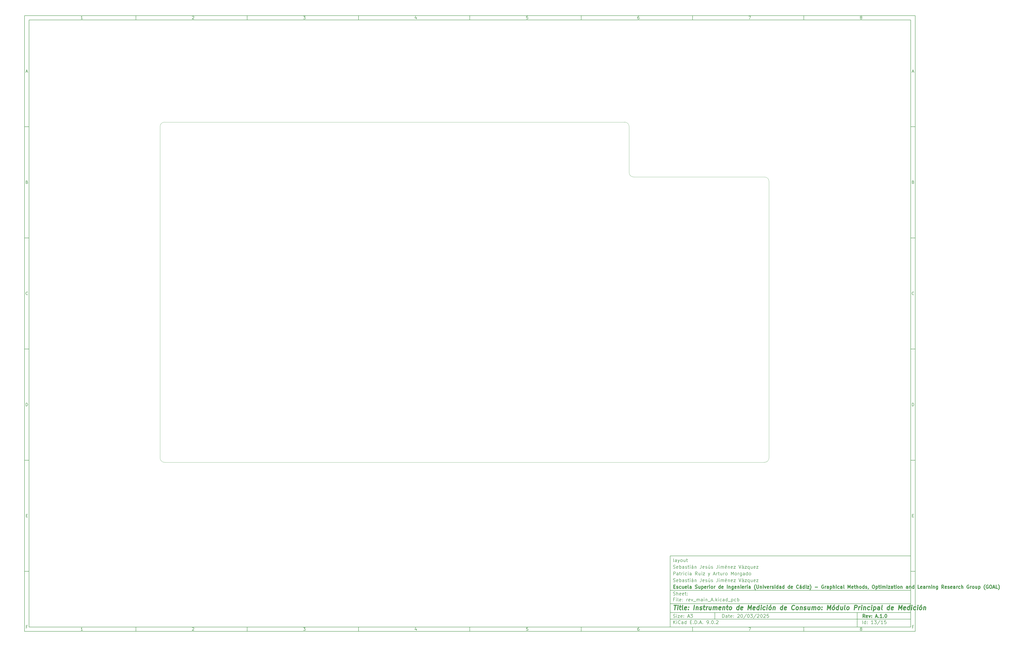
<source format=gbr>
%TF.GenerationSoftware,KiCad,Pcbnew,9.0.2*%
%TF.CreationDate,2025-11-09T22:55:19+01:00*%
%TF.ProjectId,rev_main_A,7265765f-6d61-4696-9e5f-412e6b696361,A.1.0*%
%TF.SameCoordinates,Original*%
%TF.FileFunction,Profile,NP*%
%FSLAX46Y46*%
G04 Gerber Fmt 4.6, Leading zero omitted, Abs format (unit mm)*
G04 Created by KiCad (PCBNEW 9.0.2) date 2025-11-09 22:55:19*
%MOMM*%
%LPD*%
G01*
G04 APERTURE LIST*
%ADD10C,0.100000*%
%ADD11C,0.150000*%
%ADD12C,0.300000*%
%ADD13C,0.400000*%
%TA.AperFunction,Profile*%
%ADD14C,0.050000*%
%TD*%
G04 APERTURE END LIST*
D10*
D11*
X299989000Y-253002200D02*
X407989000Y-253002200D01*
X407989000Y-285002200D01*
X299989000Y-285002200D01*
X299989000Y-253002200D01*
D10*
D11*
X10000000Y-10000000D02*
X409989000Y-10000000D01*
X409989000Y-287002200D01*
X10000000Y-287002200D01*
X10000000Y-10000000D01*
D10*
D11*
X12000000Y-12000000D02*
X407989000Y-12000000D01*
X407989000Y-285002200D01*
X12000000Y-285002200D01*
X12000000Y-12000000D01*
D10*
D11*
X60000000Y-12000000D02*
X60000000Y-10000000D01*
D10*
D11*
X110000000Y-12000000D02*
X110000000Y-10000000D01*
D10*
D11*
X160000000Y-12000000D02*
X160000000Y-10000000D01*
D10*
D11*
X210000000Y-12000000D02*
X210000000Y-10000000D01*
D10*
D11*
X260000000Y-12000000D02*
X260000000Y-10000000D01*
D10*
D11*
X310000000Y-12000000D02*
X310000000Y-10000000D01*
D10*
D11*
X360000000Y-12000000D02*
X360000000Y-10000000D01*
D10*
D11*
X36089160Y-11593604D02*
X35346303Y-11593604D01*
X35717731Y-11593604D02*
X35717731Y-10293604D01*
X35717731Y-10293604D02*
X35593922Y-10479319D01*
X35593922Y-10479319D02*
X35470112Y-10603128D01*
X35470112Y-10603128D02*
X35346303Y-10665033D01*
D10*
D11*
X85346303Y-10417414D02*
X85408207Y-10355509D01*
X85408207Y-10355509D02*
X85532017Y-10293604D01*
X85532017Y-10293604D02*
X85841541Y-10293604D01*
X85841541Y-10293604D02*
X85965350Y-10355509D01*
X85965350Y-10355509D02*
X86027255Y-10417414D01*
X86027255Y-10417414D02*
X86089160Y-10541223D01*
X86089160Y-10541223D02*
X86089160Y-10665033D01*
X86089160Y-10665033D02*
X86027255Y-10850747D01*
X86027255Y-10850747D02*
X85284398Y-11593604D01*
X85284398Y-11593604D02*
X86089160Y-11593604D01*
D10*
D11*
X135284398Y-10293604D02*
X136089160Y-10293604D01*
X136089160Y-10293604D02*
X135655826Y-10788842D01*
X135655826Y-10788842D02*
X135841541Y-10788842D01*
X135841541Y-10788842D02*
X135965350Y-10850747D01*
X135965350Y-10850747D02*
X136027255Y-10912652D01*
X136027255Y-10912652D02*
X136089160Y-11036461D01*
X136089160Y-11036461D02*
X136089160Y-11345985D01*
X136089160Y-11345985D02*
X136027255Y-11469795D01*
X136027255Y-11469795D02*
X135965350Y-11531700D01*
X135965350Y-11531700D02*
X135841541Y-11593604D01*
X135841541Y-11593604D02*
X135470112Y-11593604D01*
X135470112Y-11593604D02*
X135346303Y-11531700D01*
X135346303Y-11531700D02*
X135284398Y-11469795D01*
D10*
D11*
X185965350Y-10726938D02*
X185965350Y-11593604D01*
X185655826Y-10231700D02*
X185346303Y-11160271D01*
X185346303Y-11160271D02*
X186151064Y-11160271D01*
D10*
D11*
X236027255Y-10293604D02*
X235408207Y-10293604D01*
X235408207Y-10293604D02*
X235346303Y-10912652D01*
X235346303Y-10912652D02*
X235408207Y-10850747D01*
X235408207Y-10850747D02*
X235532017Y-10788842D01*
X235532017Y-10788842D02*
X235841541Y-10788842D01*
X235841541Y-10788842D02*
X235965350Y-10850747D01*
X235965350Y-10850747D02*
X236027255Y-10912652D01*
X236027255Y-10912652D02*
X236089160Y-11036461D01*
X236089160Y-11036461D02*
X236089160Y-11345985D01*
X236089160Y-11345985D02*
X236027255Y-11469795D01*
X236027255Y-11469795D02*
X235965350Y-11531700D01*
X235965350Y-11531700D02*
X235841541Y-11593604D01*
X235841541Y-11593604D02*
X235532017Y-11593604D01*
X235532017Y-11593604D02*
X235408207Y-11531700D01*
X235408207Y-11531700D02*
X235346303Y-11469795D01*
D10*
D11*
X285965350Y-10293604D02*
X285717731Y-10293604D01*
X285717731Y-10293604D02*
X285593922Y-10355509D01*
X285593922Y-10355509D02*
X285532017Y-10417414D01*
X285532017Y-10417414D02*
X285408207Y-10603128D01*
X285408207Y-10603128D02*
X285346303Y-10850747D01*
X285346303Y-10850747D02*
X285346303Y-11345985D01*
X285346303Y-11345985D02*
X285408207Y-11469795D01*
X285408207Y-11469795D02*
X285470112Y-11531700D01*
X285470112Y-11531700D02*
X285593922Y-11593604D01*
X285593922Y-11593604D02*
X285841541Y-11593604D01*
X285841541Y-11593604D02*
X285965350Y-11531700D01*
X285965350Y-11531700D02*
X286027255Y-11469795D01*
X286027255Y-11469795D02*
X286089160Y-11345985D01*
X286089160Y-11345985D02*
X286089160Y-11036461D01*
X286089160Y-11036461D02*
X286027255Y-10912652D01*
X286027255Y-10912652D02*
X285965350Y-10850747D01*
X285965350Y-10850747D02*
X285841541Y-10788842D01*
X285841541Y-10788842D02*
X285593922Y-10788842D01*
X285593922Y-10788842D02*
X285470112Y-10850747D01*
X285470112Y-10850747D02*
X285408207Y-10912652D01*
X285408207Y-10912652D02*
X285346303Y-11036461D01*
D10*
D11*
X335284398Y-10293604D02*
X336151064Y-10293604D01*
X336151064Y-10293604D02*
X335593922Y-11593604D01*
D10*
D11*
X385593922Y-10850747D02*
X385470112Y-10788842D01*
X385470112Y-10788842D02*
X385408207Y-10726938D01*
X385408207Y-10726938D02*
X385346303Y-10603128D01*
X385346303Y-10603128D02*
X385346303Y-10541223D01*
X385346303Y-10541223D02*
X385408207Y-10417414D01*
X385408207Y-10417414D02*
X385470112Y-10355509D01*
X385470112Y-10355509D02*
X385593922Y-10293604D01*
X385593922Y-10293604D02*
X385841541Y-10293604D01*
X385841541Y-10293604D02*
X385965350Y-10355509D01*
X385965350Y-10355509D02*
X386027255Y-10417414D01*
X386027255Y-10417414D02*
X386089160Y-10541223D01*
X386089160Y-10541223D02*
X386089160Y-10603128D01*
X386089160Y-10603128D02*
X386027255Y-10726938D01*
X386027255Y-10726938D02*
X385965350Y-10788842D01*
X385965350Y-10788842D02*
X385841541Y-10850747D01*
X385841541Y-10850747D02*
X385593922Y-10850747D01*
X385593922Y-10850747D02*
X385470112Y-10912652D01*
X385470112Y-10912652D02*
X385408207Y-10974557D01*
X385408207Y-10974557D02*
X385346303Y-11098366D01*
X385346303Y-11098366D02*
X385346303Y-11345985D01*
X385346303Y-11345985D02*
X385408207Y-11469795D01*
X385408207Y-11469795D02*
X385470112Y-11531700D01*
X385470112Y-11531700D02*
X385593922Y-11593604D01*
X385593922Y-11593604D02*
X385841541Y-11593604D01*
X385841541Y-11593604D02*
X385965350Y-11531700D01*
X385965350Y-11531700D02*
X386027255Y-11469795D01*
X386027255Y-11469795D02*
X386089160Y-11345985D01*
X386089160Y-11345985D02*
X386089160Y-11098366D01*
X386089160Y-11098366D02*
X386027255Y-10974557D01*
X386027255Y-10974557D02*
X385965350Y-10912652D01*
X385965350Y-10912652D02*
X385841541Y-10850747D01*
D10*
D11*
X60000000Y-285002200D02*
X60000000Y-287002200D01*
D10*
D11*
X110000000Y-285002200D02*
X110000000Y-287002200D01*
D10*
D11*
X160000000Y-285002200D02*
X160000000Y-287002200D01*
D10*
D11*
X210000000Y-285002200D02*
X210000000Y-287002200D01*
D10*
D11*
X260000000Y-285002200D02*
X260000000Y-287002200D01*
D10*
D11*
X310000000Y-285002200D02*
X310000000Y-287002200D01*
D10*
D11*
X360000000Y-285002200D02*
X360000000Y-287002200D01*
D10*
D11*
X36089160Y-286595804D02*
X35346303Y-286595804D01*
X35717731Y-286595804D02*
X35717731Y-285295804D01*
X35717731Y-285295804D02*
X35593922Y-285481519D01*
X35593922Y-285481519D02*
X35470112Y-285605328D01*
X35470112Y-285605328D02*
X35346303Y-285667233D01*
D10*
D11*
X85346303Y-285419614D02*
X85408207Y-285357709D01*
X85408207Y-285357709D02*
X85532017Y-285295804D01*
X85532017Y-285295804D02*
X85841541Y-285295804D01*
X85841541Y-285295804D02*
X85965350Y-285357709D01*
X85965350Y-285357709D02*
X86027255Y-285419614D01*
X86027255Y-285419614D02*
X86089160Y-285543423D01*
X86089160Y-285543423D02*
X86089160Y-285667233D01*
X86089160Y-285667233D02*
X86027255Y-285852947D01*
X86027255Y-285852947D02*
X85284398Y-286595804D01*
X85284398Y-286595804D02*
X86089160Y-286595804D01*
D10*
D11*
X135284398Y-285295804D02*
X136089160Y-285295804D01*
X136089160Y-285295804D02*
X135655826Y-285791042D01*
X135655826Y-285791042D02*
X135841541Y-285791042D01*
X135841541Y-285791042D02*
X135965350Y-285852947D01*
X135965350Y-285852947D02*
X136027255Y-285914852D01*
X136027255Y-285914852D02*
X136089160Y-286038661D01*
X136089160Y-286038661D02*
X136089160Y-286348185D01*
X136089160Y-286348185D02*
X136027255Y-286471995D01*
X136027255Y-286471995D02*
X135965350Y-286533900D01*
X135965350Y-286533900D02*
X135841541Y-286595804D01*
X135841541Y-286595804D02*
X135470112Y-286595804D01*
X135470112Y-286595804D02*
X135346303Y-286533900D01*
X135346303Y-286533900D02*
X135284398Y-286471995D01*
D10*
D11*
X185965350Y-285729138D02*
X185965350Y-286595804D01*
X185655826Y-285233900D02*
X185346303Y-286162471D01*
X185346303Y-286162471D02*
X186151064Y-286162471D01*
D10*
D11*
X236027255Y-285295804D02*
X235408207Y-285295804D01*
X235408207Y-285295804D02*
X235346303Y-285914852D01*
X235346303Y-285914852D02*
X235408207Y-285852947D01*
X235408207Y-285852947D02*
X235532017Y-285791042D01*
X235532017Y-285791042D02*
X235841541Y-285791042D01*
X235841541Y-285791042D02*
X235965350Y-285852947D01*
X235965350Y-285852947D02*
X236027255Y-285914852D01*
X236027255Y-285914852D02*
X236089160Y-286038661D01*
X236089160Y-286038661D02*
X236089160Y-286348185D01*
X236089160Y-286348185D02*
X236027255Y-286471995D01*
X236027255Y-286471995D02*
X235965350Y-286533900D01*
X235965350Y-286533900D02*
X235841541Y-286595804D01*
X235841541Y-286595804D02*
X235532017Y-286595804D01*
X235532017Y-286595804D02*
X235408207Y-286533900D01*
X235408207Y-286533900D02*
X235346303Y-286471995D01*
D10*
D11*
X285965350Y-285295804D02*
X285717731Y-285295804D01*
X285717731Y-285295804D02*
X285593922Y-285357709D01*
X285593922Y-285357709D02*
X285532017Y-285419614D01*
X285532017Y-285419614D02*
X285408207Y-285605328D01*
X285408207Y-285605328D02*
X285346303Y-285852947D01*
X285346303Y-285852947D02*
X285346303Y-286348185D01*
X285346303Y-286348185D02*
X285408207Y-286471995D01*
X285408207Y-286471995D02*
X285470112Y-286533900D01*
X285470112Y-286533900D02*
X285593922Y-286595804D01*
X285593922Y-286595804D02*
X285841541Y-286595804D01*
X285841541Y-286595804D02*
X285965350Y-286533900D01*
X285965350Y-286533900D02*
X286027255Y-286471995D01*
X286027255Y-286471995D02*
X286089160Y-286348185D01*
X286089160Y-286348185D02*
X286089160Y-286038661D01*
X286089160Y-286038661D02*
X286027255Y-285914852D01*
X286027255Y-285914852D02*
X285965350Y-285852947D01*
X285965350Y-285852947D02*
X285841541Y-285791042D01*
X285841541Y-285791042D02*
X285593922Y-285791042D01*
X285593922Y-285791042D02*
X285470112Y-285852947D01*
X285470112Y-285852947D02*
X285408207Y-285914852D01*
X285408207Y-285914852D02*
X285346303Y-286038661D01*
D10*
D11*
X335284398Y-285295804D02*
X336151064Y-285295804D01*
X336151064Y-285295804D02*
X335593922Y-286595804D01*
D10*
D11*
X385593922Y-285852947D02*
X385470112Y-285791042D01*
X385470112Y-285791042D02*
X385408207Y-285729138D01*
X385408207Y-285729138D02*
X385346303Y-285605328D01*
X385346303Y-285605328D02*
X385346303Y-285543423D01*
X385346303Y-285543423D02*
X385408207Y-285419614D01*
X385408207Y-285419614D02*
X385470112Y-285357709D01*
X385470112Y-285357709D02*
X385593922Y-285295804D01*
X385593922Y-285295804D02*
X385841541Y-285295804D01*
X385841541Y-285295804D02*
X385965350Y-285357709D01*
X385965350Y-285357709D02*
X386027255Y-285419614D01*
X386027255Y-285419614D02*
X386089160Y-285543423D01*
X386089160Y-285543423D02*
X386089160Y-285605328D01*
X386089160Y-285605328D02*
X386027255Y-285729138D01*
X386027255Y-285729138D02*
X385965350Y-285791042D01*
X385965350Y-285791042D02*
X385841541Y-285852947D01*
X385841541Y-285852947D02*
X385593922Y-285852947D01*
X385593922Y-285852947D02*
X385470112Y-285914852D01*
X385470112Y-285914852D02*
X385408207Y-285976757D01*
X385408207Y-285976757D02*
X385346303Y-286100566D01*
X385346303Y-286100566D02*
X385346303Y-286348185D01*
X385346303Y-286348185D02*
X385408207Y-286471995D01*
X385408207Y-286471995D02*
X385470112Y-286533900D01*
X385470112Y-286533900D02*
X385593922Y-286595804D01*
X385593922Y-286595804D02*
X385841541Y-286595804D01*
X385841541Y-286595804D02*
X385965350Y-286533900D01*
X385965350Y-286533900D02*
X386027255Y-286471995D01*
X386027255Y-286471995D02*
X386089160Y-286348185D01*
X386089160Y-286348185D02*
X386089160Y-286100566D01*
X386089160Y-286100566D02*
X386027255Y-285976757D01*
X386027255Y-285976757D02*
X385965350Y-285914852D01*
X385965350Y-285914852D02*
X385841541Y-285852947D01*
D10*
D11*
X10000000Y-60000000D02*
X12000000Y-60000000D01*
D10*
D11*
X10000000Y-110000000D02*
X12000000Y-110000000D01*
D10*
D11*
X10000000Y-160000000D02*
X12000000Y-160000000D01*
D10*
D11*
X10000000Y-210000000D02*
X12000000Y-210000000D01*
D10*
D11*
X10000000Y-260000000D02*
X12000000Y-260000000D01*
D10*
D11*
X10690476Y-35222176D02*
X11309523Y-35222176D01*
X10566666Y-35593604D02*
X10999999Y-34293604D01*
X10999999Y-34293604D02*
X11433333Y-35593604D01*
D10*
D11*
X11092857Y-84912652D02*
X11278571Y-84974557D01*
X11278571Y-84974557D02*
X11340476Y-85036461D01*
X11340476Y-85036461D02*
X11402380Y-85160271D01*
X11402380Y-85160271D02*
X11402380Y-85345985D01*
X11402380Y-85345985D02*
X11340476Y-85469795D01*
X11340476Y-85469795D02*
X11278571Y-85531700D01*
X11278571Y-85531700D02*
X11154761Y-85593604D01*
X11154761Y-85593604D02*
X10659523Y-85593604D01*
X10659523Y-85593604D02*
X10659523Y-84293604D01*
X10659523Y-84293604D02*
X11092857Y-84293604D01*
X11092857Y-84293604D02*
X11216666Y-84355509D01*
X11216666Y-84355509D02*
X11278571Y-84417414D01*
X11278571Y-84417414D02*
X11340476Y-84541223D01*
X11340476Y-84541223D02*
X11340476Y-84665033D01*
X11340476Y-84665033D02*
X11278571Y-84788842D01*
X11278571Y-84788842D02*
X11216666Y-84850747D01*
X11216666Y-84850747D02*
X11092857Y-84912652D01*
X11092857Y-84912652D02*
X10659523Y-84912652D01*
D10*
D11*
X11402380Y-135469795D02*
X11340476Y-135531700D01*
X11340476Y-135531700D02*
X11154761Y-135593604D01*
X11154761Y-135593604D02*
X11030952Y-135593604D01*
X11030952Y-135593604D02*
X10845238Y-135531700D01*
X10845238Y-135531700D02*
X10721428Y-135407890D01*
X10721428Y-135407890D02*
X10659523Y-135284080D01*
X10659523Y-135284080D02*
X10597619Y-135036461D01*
X10597619Y-135036461D02*
X10597619Y-134850747D01*
X10597619Y-134850747D02*
X10659523Y-134603128D01*
X10659523Y-134603128D02*
X10721428Y-134479319D01*
X10721428Y-134479319D02*
X10845238Y-134355509D01*
X10845238Y-134355509D02*
X11030952Y-134293604D01*
X11030952Y-134293604D02*
X11154761Y-134293604D01*
X11154761Y-134293604D02*
X11340476Y-134355509D01*
X11340476Y-134355509D02*
X11402380Y-134417414D01*
D10*
D11*
X10659523Y-185593604D02*
X10659523Y-184293604D01*
X10659523Y-184293604D02*
X10969047Y-184293604D01*
X10969047Y-184293604D02*
X11154761Y-184355509D01*
X11154761Y-184355509D02*
X11278571Y-184479319D01*
X11278571Y-184479319D02*
X11340476Y-184603128D01*
X11340476Y-184603128D02*
X11402380Y-184850747D01*
X11402380Y-184850747D02*
X11402380Y-185036461D01*
X11402380Y-185036461D02*
X11340476Y-185284080D01*
X11340476Y-185284080D02*
X11278571Y-185407890D01*
X11278571Y-185407890D02*
X11154761Y-185531700D01*
X11154761Y-185531700D02*
X10969047Y-185593604D01*
X10969047Y-185593604D02*
X10659523Y-185593604D01*
D10*
D11*
X10721428Y-234912652D02*
X11154762Y-234912652D01*
X11340476Y-235593604D02*
X10721428Y-235593604D01*
X10721428Y-235593604D02*
X10721428Y-234293604D01*
X10721428Y-234293604D02*
X11340476Y-234293604D01*
D10*
D11*
X11185714Y-284912652D02*
X10752380Y-284912652D01*
X10752380Y-285593604D02*
X10752380Y-284293604D01*
X10752380Y-284293604D02*
X11371428Y-284293604D01*
D10*
D11*
X409989000Y-60000000D02*
X407989000Y-60000000D01*
D10*
D11*
X409989000Y-110000000D02*
X407989000Y-110000000D01*
D10*
D11*
X409989000Y-160000000D02*
X407989000Y-160000000D01*
D10*
D11*
X409989000Y-210000000D02*
X407989000Y-210000000D01*
D10*
D11*
X409989000Y-260000000D02*
X407989000Y-260000000D01*
D10*
D11*
X408679476Y-35222176D02*
X409298523Y-35222176D01*
X408555666Y-35593604D02*
X408988999Y-34293604D01*
X408988999Y-34293604D02*
X409422333Y-35593604D01*
D10*
D11*
X409081857Y-84912652D02*
X409267571Y-84974557D01*
X409267571Y-84974557D02*
X409329476Y-85036461D01*
X409329476Y-85036461D02*
X409391380Y-85160271D01*
X409391380Y-85160271D02*
X409391380Y-85345985D01*
X409391380Y-85345985D02*
X409329476Y-85469795D01*
X409329476Y-85469795D02*
X409267571Y-85531700D01*
X409267571Y-85531700D02*
X409143761Y-85593604D01*
X409143761Y-85593604D02*
X408648523Y-85593604D01*
X408648523Y-85593604D02*
X408648523Y-84293604D01*
X408648523Y-84293604D02*
X409081857Y-84293604D01*
X409081857Y-84293604D02*
X409205666Y-84355509D01*
X409205666Y-84355509D02*
X409267571Y-84417414D01*
X409267571Y-84417414D02*
X409329476Y-84541223D01*
X409329476Y-84541223D02*
X409329476Y-84665033D01*
X409329476Y-84665033D02*
X409267571Y-84788842D01*
X409267571Y-84788842D02*
X409205666Y-84850747D01*
X409205666Y-84850747D02*
X409081857Y-84912652D01*
X409081857Y-84912652D02*
X408648523Y-84912652D01*
D10*
D11*
X409391380Y-135469795D02*
X409329476Y-135531700D01*
X409329476Y-135531700D02*
X409143761Y-135593604D01*
X409143761Y-135593604D02*
X409019952Y-135593604D01*
X409019952Y-135593604D02*
X408834238Y-135531700D01*
X408834238Y-135531700D02*
X408710428Y-135407890D01*
X408710428Y-135407890D02*
X408648523Y-135284080D01*
X408648523Y-135284080D02*
X408586619Y-135036461D01*
X408586619Y-135036461D02*
X408586619Y-134850747D01*
X408586619Y-134850747D02*
X408648523Y-134603128D01*
X408648523Y-134603128D02*
X408710428Y-134479319D01*
X408710428Y-134479319D02*
X408834238Y-134355509D01*
X408834238Y-134355509D02*
X409019952Y-134293604D01*
X409019952Y-134293604D02*
X409143761Y-134293604D01*
X409143761Y-134293604D02*
X409329476Y-134355509D01*
X409329476Y-134355509D02*
X409391380Y-134417414D01*
D10*
D11*
X408648523Y-185593604D02*
X408648523Y-184293604D01*
X408648523Y-184293604D02*
X408958047Y-184293604D01*
X408958047Y-184293604D02*
X409143761Y-184355509D01*
X409143761Y-184355509D02*
X409267571Y-184479319D01*
X409267571Y-184479319D02*
X409329476Y-184603128D01*
X409329476Y-184603128D02*
X409391380Y-184850747D01*
X409391380Y-184850747D02*
X409391380Y-185036461D01*
X409391380Y-185036461D02*
X409329476Y-185284080D01*
X409329476Y-185284080D02*
X409267571Y-185407890D01*
X409267571Y-185407890D02*
X409143761Y-185531700D01*
X409143761Y-185531700D02*
X408958047Y-185593604D01*
X408958047Y-185593604D02*
X408648523Y-185593604D01*
D10*
D11*
X408710428Y-234912652D02*
X409143762Y-234912652D01*
X409329476Y-235593604D02*
X408710428Y-235593604D01*
X408710428Y-235593604D02*
X408710428Y-234293604D01*
X408710428Y-234293604D02*
X409329476Y-234293604D01*
D10*
D11*
X409174714Y-284912652D02*
X408741380Y-284912652D01*
X408741380Y-285593604D02*
X408741380Y-284293604D01*
X408741380Y-284293604D02*
X409360428Y-284293604D01*
D10*
D11*
X323444826Y-280788328D02*
X323444826Y-279288328D01*
X323444826Y-279288328D02*
X323801969Y-279288328D01*
X323801969Y-279288328D02*
X324016255Y-279359757D01*
X324016255Y-279359757D02*
X324159112Y-279502614D01*
X324159112Y-279502614D02*
X324230541Y-279645471D01*
X324230541Y-279645471D02*
X324301969Y-279931185D01*
X324301969Y-279931185D02*
X324301969Y-280145471D01*
X324301969Y-280145471D02*
X324230541Y-280431185D01*
X324230541Y-280431185D02*
X324159112Y-280574042D01*
X324159112Y-280574042D02*
X324016255Y-280716900D01*
X324016255Y-280716900D02*
X323801969Y-280788328D01*
X323801969Y-280788328D02*
X323444826Y-280788328D01*
X325587684Y-280788328D02*
X325587684Y-280002614D01*
X325587684Y-280002614D02*
X325516255Y-279859757D01*
X325516255Y-279859757D02*
X325373398Y-279788328D01*
X325373398Y-279788328D02*
X325087684Y-279788328D01*
X325087684Y-279788328D02*
X324944826Y-279859757D01*
X325587684Y-280716900D02*
X325444826Y-280788328D01*
X325444826Y-280788328D02*
X325087684Y-280788328D01*
X325087684Y-280788328D02*
X324944826Y-280716900D01*
X324944826Y-280716900D02*
X324873398Y-280574042D01*
X324873398Y-280574042D02*
X324873398Y-280431185D01*
X324873398Y-280431185D02*
X324944826Y-280288328D01*
X324944826Y-280288328D02*
X325087684Y-280216900D01*
X325087684Y-280216900D02*
X325444826Y-280216900D01*
X325444826Y-280216900D02*
X325587684Y-280145471D01*
X326087684Y-279788328D02*
X326659112Y-279788328D01*
X326301969Y-279288328D02*
X326301969Y-280574042D01*
X326301969Y-280574042D02*
X326373398Y-280716900D01*
X326373398Y-280716900D02*
X326516255Y-280788328D01*
X326516255Y-280788328D02*
X326659112Y-280788328D01*
X327730541Y-280716900D02*
X327587684Y-280788328D01*
X327587684Y-280788328D02*
X327301970Y-280788328D01*
X327301970Y-280788328D02*
X327159112Y-280716900D01*
X327159112Y-280716900D02*
X327087684Y-280574042D01*
X327087684Y-280574042D02*
X327087684Y-280002614D01*
X327087684Y-280002614D02*
X327159112Y-279859757D01*
X327159112Y-279859757D02*
X327301970Y-279788328D01*
X327301970Y-279788328D02*
X327587684Y-279788328D01*
X327587684Y-279788328D02*
X327730541Y-279859757D01*
X327730541Y-279859757D02*
X327801970Y-280002614D01*
X327801970Y-280002614D02*
X327801970Y-280145471D01*
X327801970Y-280145471D02*
X327087684Y-280288328D01*
X328444826Y-280645471D02*
X328516255Y-280716900D01*
X328516255Y-280716900D02*
X328444826Y-280788328D01*
X328444826Y-280788328D02*
X328373398Y-280716900D01*
X328373398Y-280716900D02*
X328444826Y-280645471D01*
X328444826Y-280645471D02*
X328444826Y-280788328D01*
X328444826Y-279859757D02*
X328516255Y-279931185D01*
X328516255Y-279931185D02*
X328444826Y-280002614D01*
X328444826Y-280002614D02*
X328373398Y-279931185D01*
X328373398Y-279931185D02*
X328444826Y-279859757D01*
X328444826Y-279859757D02*
X328444826Y-280002614D01*
X330230541Y-279431185D02*
X330301969Y-279359757D01*
X330301969Y-279359757D02*
X330444827Y-279288328D01*
X330444827Y-279288328D02*
X330801969Y-279288328D01*
X330801969Y-279288328D02*
X330944827Y-279359757D01*
X330944827Y-279359757D02*
X331016255Y-279431185D01*
X331016255Y-279431185D02*
X331087684Y-279574042D01*
X331087684Y-279574042D02*
X331087684Y-279716900D01*
X331087684Y-279716900D02*
X331016255Y-279931185D01*
X331016255Y-279931185D02*
X330159112Y-280788328D01*
X330159112Y-280788328D02*
X331087684Y-280788328D01*
X332016255Y-279288328D02*
X332159112Y-279288328D01*
X332159112Y-279288328D02*
X332301969Y-279359757D01*
X332301969Y-279359757D02*
X332373398Y-279431185D01*
X332373398Y-279431185D02*
X332444826Y-279574042D01*
X332444826Y-279574042D02*
X332516255Y-279859757D01*
X332516255Y-279859757D02*
X332516255Y-280216900D01*
X332516255Y-280216900D02*
X332444826Y-280502614D01*
X332444826Y-280502614D02*
X332373398Y-280645471D01*
X332373398Y-280645471D02*
X332301969Y-280716900D01*
X332301969Y-280716900D02*
X332159112Y-280788328D01*
X332159112Y-280788328D02*
X332016255Y-280788328D01*
X332016255Y-280788328D02*
X331873398Y-280716900D01*
X331873398Y-280716900D02*
X331801969Y-280645471D01*
X331801969Y-280645471D02*
X331730540Y-280502614D01*
X331730540Y-280502614D02*
X331659112Y-280216900D01*
X331659112Y-280216900D02*
X331659112Y-279859757D01*
X331659112Y-279859757D02*
X331730540Y-279574042D01*
X331730540Y-279574042D02*
X331801969Y-279431185D01*
X331801969Y-279431185D02*
X331873398Y-279359757D01*
X331873398Y-279359757D02*
X332016255Y-279288328D01*
X334230540Y-279216900D02*
X332944826Y-281145471D01*
X335016255Y-279288328D02*
X335159112Y-279288328D01*
X335159112Y-279288328D02*
X335301969Y-279359757D01*
X335301969Y-279359757D02*
X335373398Y-279431185D01*
X335373398Y-279431185D02*
X335444826Y-279574042D01*
X335444826Y-279574042D02*
X335516255Y-279859757D01*
X335516255Y-279859757D02*
X335516255Y-280216900D01*
X335516255Y-280216900D02*
X335444826Y-280502614D01*
X335444826Y-280502614D02*
X335373398Y-280645471D01*
X335373398Y-280645471D02*
X335301969Y-280716900D01*
X335301969Y-280716900D02*
X335159112Y-280788328D01*
X335159112Y-280788328D02*
X335016255Y-280788328D01*
X335016255Y-280788328D02*
X334873398Y-280716900D01*
X334873398Y-280716900D02*
X334801969Y-280645471D01*
X334801969Y-280645471D02*
X334730540Y-280502614D01*
X334730540Y-280502614D02*
X334659112Y-280216900D01*
X334659112Y-280216900D02*
X334659112Y-279859757D01*
X334659112Y-279859757D02*
X334730540Y-279574042D01*
X334730540Y-279574042D02*
X334801969Y-279431185D01*
X334801969Y-279431185D02*
X334873398Y-279359757D01*
X334873398Y-279359757D02*
X335016255Y-279288328D01*
X336016254Y-279288328D02*
X336944826Y-279288328D01*
X336944826Y-279288328D02*
X336444826Y-279859757D01*
X336444826Y-279859757D02*
X336659111Y-279859757D01*
X336659111Y-279859757D02*
X336801969Y-279931185D01*
X336801969Y-279931185D02*
X336873397Y-280002614D01*
X336873397Y-280002614D02*
X336944826Y-280145471D01*
X336944826Y-280145471D02*
X336944826Y-280502614D01*
X336944826Y-280502614D02*
X336873397Y-280645471D01*
X336873397Y-280645471D02*
X336801969Y-280716900D01*
X336801969Y-280716900D02*
X336659111Y-280788328D01*
X336659111Y-280788328D02*
X336230540Y-280788328D01*
X336230540Y-280788328D02*
X336087683Y-280716900D01*
X336087683Y-280716900D02*
X336016254Y-280645471D01*
X338659111Y-279216900D02*
X337373397Y-281145471D01*
X339087683Y-279431185D02*
X339159111Y-279359757D01*
X339159111Y-279359757D02*
X339301969Y-279288328D01*
X339301969Y-279288328D02*
X339659111Y-279288328D01*
X339659111Y-279288328D02*
X339801969Y-279359757D01*
X339801969Y-279359757D02*
X339873397Y-279431185D01*
X339873397Y-279431185D02*
X339944826Y-279574042D01*
X339944826Y-279574042D02*
X339944826Y-279716900D01*
X339944826Y-279716900D02*
X339873397Y-279931185D01*
X339873397Y-279931185D02*
X339016254Y-280788328D01*
X339016254Y-280788328D02*
X339944826Y-280788328D01*
X340873397Y-279288328D02*
X341016254Y-279288328D01*
X341016254Y-279288328D02*
X341159111Y-279359757D01*
X341159111Y-279359757D02*
X341230540Y-279431185D01*
X341230540Y-279431185D02*
X341301968Y-279574042D01*
X341301968Y-279574042D02*
X341373397Y-279859757D01*
X341373397Y-279859757D02*
X341373397Y-280216900D01*
X341373397Y-280216900D02*
X341301968Y-280502614D01*
X341301968Y-280502614D02*
X341230540Y-280645471D01*
X341230540Y-280645471D02*
X341159111Y-280716900D01*
X341159111Y-280716900D02*
X341016254Y-280788328D01*
X341016254Y-280788328D02*
X340873397Y-280788328D01*
X340873397Y-280788328D02*
X340730540Y-280716900D01*
X340730540Y-280716900D02*
X340659111Y-280645471D01*
X340659111Y-280645471D02*
X340587682Y-280502614D01*
X340587682Y-280502614D02*
X340516254Y-280216900D01*
X340516254Y-280216900D02*
X340516254Y-279859757D01*
X340516254Y-279859757D02*
X340587682Y-279574042D01*
X340587682Y-279574042D02*
X340659111Y-279431185D01*
X340659111Y-279431185D02*
X340730540Y-279359757D01*
X340730540Y-279359757D02*
X340873397Y-279288328D01*
X341944825Y-279431185D02*
X342016253Y-279359757D01*
X342016253Y-279359757D02*
X342159111Y-279288328D01*
X342159111Y-279288328D02*
X342516253Y-279288328D01*
X342516253Y-279288328D02*
X342659111Y-279359757D01*
X342659111Y-279359757D02*
X342730539Y-279431185D01*
X342730539Y-279431185D02*
X342801968Y-279574042D01*
X342801968Y-279574042D02*
X342801968Y-279716900D01*
X342801968Y-279716900D02*
X342730539Y-279931185D01*
X342730539Y-279931185D02*
X341873396Y-280788328D01*
X341873396Y-280788328D02*
X342801968Y-280788328D01*
X344159110Y-279288328D02*
X343444824Y-279288328D01*
X343444824Y-279288328D02*
X343373396Y-280002614D01*
X343373396Y-280002614D02*
X343444824Y-279931185D01*
X343444824Y-279931185D02*
X343587682Y-279859757D01*
X343587682Y-279859757D02*
X343944824Y-279859757D01*
X343944824Y-279859757D02*
X344087682Y-279931185D01*
X344087682Y-279931185D02*
X344159110Y-280002614D01*
X344159110Y-280002614D02*
X344230539Y-280145471D01*
X344230539Y-280145471D02*
X344230539Y-280502614D01*
X344230539Y-280502614D02*
X344159110Y-280645471D01*
X344159110Y-280645471D02*
X344087682Y-280716900D01*
X344087682Y-280716900D02*
X343944824Y-280788328D01*
X343944824Y-280788328D02*
X343587682Y-280788328D01*
X343587682Y-280788328D02*
X343444824Y-280716900D01*
X343444824Y-280716900D02*
X343373396Y-280645471D01*
D10*
D11*
X299989000Y-281502200D02*
X407989000Y-281502200D01*
D10*
D11*
X301444826Y-283588328D02*
X301444826Y-282088328D01*
X302301969Y-283588328D02*
X301659112Y-282731185D01*
X302301969Y-282088328D02*
X301444826Y-282945471D01*
X302944826Y-283588328D02*
X302944826Y-282588328D01*
X302944826Y-282088328D02*
X302873398Y-282159757D01*
X302873398Y-282159757D02*
X302944826Y-282231185D01*
X302944826Y-282231185D02*
X303016255Y-282159757D01*
X303016255Y-282159757D02*
X302944826Y-282088328D01*
X302944826Y-282088328D02*
X302944826Y-282231185D01*
X304516255Y-283445471D02*
X304444827Y-283516900D01*
X304444827Y-283516900D02*
X304230541Y-283588328D01*
X304230541Y-283588328D02*
X304087684Y-283588328D01*
X304087684Y-283588328D02*
X303873398Y-283516900D01*
X303873398Y-283516900D02*
X303730541Y-283374042D01*
X303730541Y-283374042D02*
X303659112Y-283231185D01*
X303659112Y-283231185D02*
X303587684Y-282945471D01*
X303587684Y-282945471D02*
X303587684Y-282731185D01*
X303587684Y-282731185D02*
X303659112Y-282445471D01*
X303659112Y-282445471D02*
X303730541Y-282302614D01*
X303730541Y-282302614D02*
X303873398Y-282159757D01*
X303873398Y-282159757D02*
X304087684Y-282088328D01*
X304087684Y-282088328D02*
X304230541Y-282088328D01*
X304230541Y-282088328D02*
X304444827Y-282159757D01*
X304444827Y-282159757D02*
X304516255Y-282231185D01*
X305801970Y-283588328D02*
X305801970Y-282802614D01*
X305801970Y-282802614D02*
X305730541Y-282659757D01*
X305730541Y-282659757D02*
X305587684Y-282588328D01*
X305587684Y-282588328D02*
X305301970Y-282588328D01*
X305301970Y-282588328D02*
X305159112Y-282659757D01*
X305801970Y-283516900D02*
X305659112Y-283588328D01*
X305659112Y-283588328D02*
X305301970Y-283588328D01*
X305301970Y-283588328D02*
X305159112Y-283516900D01*
X305159112Y-283516900D02*
X305087684Y-283374042D01*
X305087684Y-283374042D02*
X305087684Y-283231185D01*
X305087684Y-283231185D02*
X305159112Y-283088328D01*
X305159112Y-283088328D02*
X305301970Y-283016900D01*
X305301970Y-283016900D02*
X305659112Y-283016900D01*
X305659112Y-283016900D02*
X305801970Y-282945471D01*
X307159113Y-283588328D02*
X307159113Y-282088328D01*
X307159113Y-283516900D02*
X307016255Y-283588328D01*
X307016255Y-283588328D02*
X306730541Y-283588328D01*
X306730541Y-283588328D02*
X306587684Y-283516900D01*
X306587684Y-283516900D02*
X306516255Y-283445471D01*
X306516255Y-283445471D02*
X306444827Y-283302614D01*
X306444827Y-283302614D02*
X306444827Y-282874042D01*
X306444827Y-282874042D02*
X306516255Y-282731185D01*
X306516255Y-282731185D02*
X306587684Y-282659757D01*
X306587684Y-282659757D02*
X306730541Y-282588328D01*
X306730541Y-282588328D02*
X307016255Y-282588328D01*
X307016255Y-282588328D02*
X307159113Y-282659757D01*
X309016255Y-282802614D02*
X309516255Y-282802614D01*
X309730541Y-283588328D02*
X309016255Y-283588328D01*
X309016255Y-283588328D02*
X309016255Y-282088328D01*
X309016255Y-282088328D02*
X309730541Y-282088328D01*
X310373398Y-283445471D02*
X310444827Y-283516900D01*
X310444827Y-283516900D02*
X310373398Y-283588328D01*
X310373398Y-283588328D02*
X310301970Y-283516900D01*
X310301970Y-283516900D02*
X310373398Y-283445471D01*
X310373398Y-283445471D02*
X310373398Y-283588328D01*
X311087684Y-283588328D02*
X311087684Y-282088328D01*
X311087684Y-282088328D02*
X311444827Y-282088328D01*
X311444827Y-282088328D02*
X311659113Y-282159757D01*
X311659113Y-282159757D02*
X311801970Y-282302614D01*
X311801970Y-282302614D02*
X311873399Y-282445471D01*
X311873399Y-282445471D02*
X311944827Y-282731185D01*
X311944827Y-282731185D02*
X311944827Y-282945471D01*
X311944827Y-282945471D02*
X311873399Y-283231185D01*
X311873399Y-283231185D02*
X311801970Y-283374042D01*
X311801970Y-283374042D02*
X311659113Y-283516900D01*
X311659113Y-283516900D02*
X311444827Y-283588328D01*
X311444827Y-283588328D02*
X311087684Y-283588328D01*
X312587684Y-283445471D02*
X312659113Y-283516900D01*
X312659113Y-283516900D02*
X312587684Y-283588328D01*
X312587684Y-283588328D02*
X312516256Y-283516900D01*
X312516256Y-283516900D02*
X312587684Y-283445471D01*
X312587684Y-283445471D02*
X312587684Y-283588328D01*
X313230542Y-283159757D02*
X313944828Y-283159757D01*
X313087685Y-283588328D02*
X313587685Y-282088328D01*
X313587685Y-282088328D02*
X314087685Y-283588328D01*
X314587684Y-283445471D02*
X314659113Y-283516900D01*
X314659113Y-283516900D02*
X314587684Y-283588328D01*
X314587684Y-283588328D02*
X314516256Y-283516900D01*
X314516256Y-283516900D02*
X314587684Y-283445471D01*
X314587684Y-283445471D02*
X314587684Y-283588328D01*
X316516256Y-283588328D02*
X316801970Y-283588328D01*
X316801970Y-283588328D02*
X316944827Y-283516900D01*
X316944827Y-283516900D02*
X317016256Y-283445471D01*
X317016256Y-283445471D02*
X317159113Y-283231185D01*
X317159113Y-283231185D02*
X317230542Y-282945471D01*
X317230542Y-282945471D02*
X317230542Y-282374042D01*
X317230542Y-282374042D02*
X317159113Y-282231185D01*
X317159113Y-282231185D02*
X317087685Y-282159757D01*
X317087685Y-282159757D02*
X316944827Y-282088328D01*
X316944827Y-282088328D02*
X316659113Y-282088328D01*
X316659113Y-282088328D02*
X316516256Y-282159757D01*
X316516256Y-282159757D02*
X316444827Y-282231185D01*
X316444827Y-282231185D02*
X316373399Y-282374042D01*
X316373399Y-282374042D02*
X316373399Y-282731185D01*
X316373399Y-282731185D02*
X316444827Y-282874042D01*
X316444827Y-282874042D02*
X316516256Y-282945471D01*
X316516256Y-282945471D02*
X316659113Y-283016900D01*
X316659113Y-283016900D02*
X316944827Y-283016900D01*
X316944827Y-283016900D02*
X317087685Y-282945471D01*
X317087685Y-282945471D02*
X317159113Y-282874042D01*
X317159113Y-282874042D02*
X317230542Y-282731185D01*
X317873398Y-283445471D02*
X317944827Y-283516900D01*
X317944827Y-283516900D02*
X317873398Y-283588328D01*
X317873398Y-283588328D02*
X317801970Y-283516900D01*
X317801970Y-283516900D02*
X317873398Y-283445471D01*
X317873398Y-283445471D02*
X317873398Y-283588328D01*
X318873399Y-282088328D02*
X319016256Y-282088328D01*
X319016256Y-282088328D02*
X319159113Y-282159757D01*
X319159113Y-282159757D02*
X319230542Y-282231185D01*
X319230542Y-282231185D02*
X319301970Y-282374042D01*
X319301970Y-282374042D02*
X319373399Y-282659757D01*
X319373399Y-282659757D02*
X319373399Y-283016900D01*
X319373399Y-283016900D02*
X319301970Y-283302614D01*
X319301970Y-283302614D02*
X319230542Y-283445471D01*
X319230542Y-283445471D02*
X319159113Y-283516900D01*
X319159113Y-283516900D02*
X319016256Y-283588328D01*
X319016256Y-283588328D02*
X318873399Y-283588328D01*
X318873399Y-283588328D02*
X318730542Y-283516900D01*
X318730542Y-283516900D02*
X318659113Y-283445471D01*
X318659113Y-283445471D02*
X318587684Y-283302614D01*
X318587684Y-283302614D02*
X318516256Y-283016900D01*
X318516256Y-283016900D02*
X318516256Y-282659757D01*
X318516256Y-282659757D02*
X318587684Y-282374042D01*
X318587684Y-282374042D02*
X318659113Y-282231185D01*
X318659113Y-282231185D02*
X318730542Y-282159757D01*
X318730542Y-282159757D02*
X318873399Y-282088328D01*
X320016255Y-283445471D02*
X320087684Y-283516900D01*
X320087684Y-283516900D02*
X320016255Y-283588328D01*
X320016255Y-283588328D02*
X319944827Y-283516900D01*
X319944827Y-283516900D02*
X320016255Y-283445471D01*
X320016255Y-283445471D02*
X320016255Y-283588328D01*
X320659113Y-282231185D02*
X320730541Y-282159757D01*
X320730541Y-282159757D02*
X320873399Y-282088328D01*
X320873399Y-282088328D02*
X321230541Y-282088328D01*
X321230541Y-282088328D02*
X321373399Y-282159757D01*
X321373399Y-282159757D02*
X321444827Y-282231185D01*
X321444827Y-282231185D02*
X321516256Y-282374042D01*
X321516256Y-282374042D02*
X321516256Y-282516900D01*
X321516256Y-282516900D02*
X321444827Y-282731185D01*
X321444827Y-282731185D02*
X320587684Y-283588328D01*
X320587684Y-283588328D02*
X321516256Y-283588328D01*
D10*
D11*
X299989000Y-278502200D02*
X407989000Y-278502200D01*
D10*
D12*
X387400653Y-280780528D02*
X386900653Y-280066242D01*
X386543510Y-280780528D02*
X386543510Y-279280528D01*
X386543510Y-279280528D02*
X387114939Y-279280528D01*
X387114939Y-279280528D02*
X387257796Y-279351957D01*
X387257796Y-279351957D02*
X387329225Y-279423385D01*
X387329225Y-279423385D02*
X387400653Y-279566242D01*
X387400653Y-279566242D02*
X387400653Y-279780528D01*
X387400653Y-279780528D02*
X387329225Y-279923385D01*
X387329225Y-279923385D02*
X387257796Y-279994814D01*
X387257796Y-279994814D02*
X387114939Y-280066242D01*
X387114939Y-280066242D02*
X386543510Y-280066242D01*
X388614939Y-280709100D02*
X388472082Y-280780528D01*
X388472082Y-280780528D02*
X388186368Y-280780528D01*
X388186368Y-280780528D02*
X388043510Y-280709100D01*
X388043510Y-280709100D02*
X387972082Y-280566242D01*
X387972082Y-280566242D02*
X387972082Y-279994814D01*
X387972082Y-279994814D02*
X388043510Y-279851957D01*
X388043510Y-279851957D02*
X388186368Y-279780528D01*
X388186368Y-279780528D02*
X388472082Y-279780528D01*
X388472082Y-279780528D02*
X388614939Y-279851957D01*
X388614939Y-279851957D02*
X388686368Y-279994814D01*
X388686368Y-279994814D02*
X388686368Y-280137671D01*
X388686368Y-280137671D02*
X387972082Y-280280528D01*
X389186367Y-279780528D02*
X389543510Y-280780528D01*
X389543510Y-280780528D02*
X389900653Y-279780528D01*
X390472081Y-280637671D02*
X390543510Y-280709100D01*
X390543510Y-280709100D02*
X390472081Y-280780528D01*
X390472081Y-280780528D02*
X390400653Y-280709100D01*
X390400653Y-280709100D02*
X390472081Y-280637671D01*
X390472081Y-280637671D02*
X390472081Y-280780528D01*
X390472081Y-279851957D02*
X390543510Y-279923385D01*
X390543510Y-279923385D02*
X390472081Y-279994814D01*
X390472081Y-279994814D02*
X390400653Y-279923385D01*
X390400653Y-279923385D02*
X390472081Y-279851957D01*
X390472081Y-279851957D02*
X390472081Y-279994814D01*
X392257796Y-280351957D02*
X392972082Y-280351957D01*
X392114939Y-280780528D02*
X392614939Y-279280528D01*
X392614939Y-279280528D02*
X393114939Y-280780528D01*
X393614938Y-280637671D02*
X393686367Y-280709100D01*
X393686367Y-280709100D02*
X393614938Y-280780528D01*
X393614938Y-280780528D02*
X393543510Y-280709100D01*
X393543510Y-280709100D02*
X393614938Y-280637671D01*
X393614938Y-280637671D02*
X393614938Y-280780528D01*
X395114939Y-280780528D02*
X394257796Y-280780528D01*
X394686367Y-280780528D02*
X394686367Y-279280528D01*
X394686367Y-279280528D02*
X394543510Y-279494814D01*
X394543510Y-279494814D02*
X394400653Y-279637671D01*
X394400653Y-279637671D02*
X394257796Y-279709100D01*
X395757795Y-280637671D02*
X395829224Y-280709100D01*
X395829224Y-280709100D02*
X395757795Y-280780528D01*
X395757795Y-280780528D02*
X395686367Y-280709100D01*
X395686367Y-280709100D02*
X395757795Y-280637671D01*
X395757795Y-280637671D02*
X395757795Y-280780528D01*
X396757796Y-279280528D02*
X396900653Y-279280528D01*
X396900653Y-279280528D02*
X397043510Y-279351957D01*
X397043510Y-279351957D02*
X397114939Y-279423385D01*
X397114939Y-279423385D02*
X397186367Y-279566242D01*
X397186367Y-279566242D02*
X397257796Y-279851957D01*
X397257796Y-279851957D02*
X397257796Y-280209100D01*
X397257796Y-280209100D02*
X397186367Y-280494814D01*
X397186367Y-280494814D02*
X397114939Y-280637671D01*
X397114939Y-280637671D02*
X397043510Y-280709100D01*
X397043510Y-280709100D02*
X396900653Y-280780528D01*
X396900653Y-280780528D02*
X396757796Y-280780528D01*
X396757796Y-280780528D02*
X396614939Y-280709100D01*
X396614939Y-280709100D02*
X396543510Y-280637671D01*
X396543510Y-280637671D02*
X396472081Y-280494814D01*
X396472081Y-280494814D02*
X396400653Y-280209100D01*
X396400653Y-280209100D02*
X396400653Y-279851957D01*
X396400653Y-279851957D02*
X396472081Y-279566242D01*
X396472081Y-279566242D02*
X396543510Y-279423385D01*
X396543510Y-279423385D02*
X396614939Y-279351957D01*
X396614939Y-279351957D02*
X396757796Y-279280528D01*
D10*
D11*
X301373398Y-280716900D02*
X301587684Y-280788328D01*
X301587684Y-280788328D02*
X301944826Y-280788328D01*
X301944826Y-280788328D02*
X302087684Y-280716900D01*
X302087684Y-280716900D02*
X302159112Y-280645471D01*
X302159112Y-280645471D02*
X302230541Y-280502614D01*
X302230541Y-280502614D02*
X302230541Y-280359757D01*
X302230541Y-280359757D02*
X302159112Y-280216900D01*
X302159112Y-280216900D02*
X302087684Y-280145471D01*
X302087684Y-280145471D02*
X301944826Y-280074042D01*
X301944826Y-280074042D02*
X301659112Y-280002614D01*
X301659112Y-280002614D02*
X301516255Y-279931185D01*
X301516255Y-279931185D02*
X301444826Y-279859757D01*
X301444826Y-279859757D02*
X301373398Y-279716900D01*
X301373398Y-279716900D02*
X301373398Y-279574042D01*
X301373398Y-279574042D02*
X301444826Y-279431185D01*
X301444826Y-279431185D02*
X301516255Y-279359757D01*
X301516255Y-279359757D02*
X301659112Y-279288328D01*
X301659112Y-279288328D02*
X302016255Y-279288328D01*
X302016255Y-279288328D02*
X302230541Y-279359757D01*
X302873397Y-280788328D02*
X302873397Y-279788328D01*
X302873397Y-279288328D02*
X302801969Y-279359757D01*
X302801969Y-279359757D02*
X302873397Y-279431185D01*
X302873397Y-279431185D02*
X302944826Y-279359757D01*
X302944826Y-279359757D02*
X302873397Y-279288328D01*
X302873397Y-279288328D02*
X302873397Y-279431185D01*
X303444826Y-279788328D02*
X304230541Y-279788328D01*
X304230541Y-279788328D02*
X303444826Y-280788328D01*
X303444826Y-280788328D02*
X304230541Y-280788328D01*
X305373398Y-280716900D02*
X305230541Y-280788328D01*
X305230541Y-280788328D02*
X304944827Y-280788328D01*
X304944827Y-280788328D02*
X304801969Y-280716900D01*
X304801969Y-280716900D02*
X304730541Y-280574042D01*
X304730541Y-280574042D02*
X304730541Y-280002614D01*
X304730541Y-280002614D02*
X304801969Y-279859757D01*
X304801969Y-279859757D02*
X304944827Y-279788328D01*
X304944827Y-279788328D02*
X305230541Y-279788328D01*
X305230541Y-279788328D02*
X305373398Y-279859757D01*
X305373398Y-279859757D02*
X305444827Y-280002614D01*
X305444827Y-280002614D02*
X305444827Y-280145471D01*
X305444827Y-280145471D02*
X304730541Y-280288328D01*
X306087683Y-280645471D02*
X306159112Y-280716900D01*
X306159112Y-280716900D02*
X306087683Y-280788328D01*
X306087683Y-280788328D02*
X306016255Y-280716900D01*
X306016255Y-280716900D02*
X306087683Y-280645471D01*
X306087683Y-280645471D02*
X306087683Y-280788328D01*
X306087683Y-279859757D02*
X306159112Y-279931185D01*
X306159112Y-279931185D02*
X306087683Y-280002614D01*
X306087683Y-280002614D02*
X306016255Y-279931185D01*
X306016255Y-279931185D02*
X306087683Y-279859757D01*
X306087683Y-279859757D02*
X306087683Y-280002614D01*
X307873398Y-280359757D02*
X308587684Y-280359757D01*
X307730541Y-280788328D02*
X308230541Y-279288328D01*
X308230541Y-279288328D02*
X308730541Y-280788328D01*
X309087683Y-279288328D02*
X310016255Y-279288328D01*
X310016255Y-279288328D02*
X309516255Y-279859757D01*
X309516255Y-279859757D02*
X309730540Y-279859757D01*
X309730540Y-279859757D02*
X309873398Y-279931185D01*
X309873398Y-279931185D02*
X309944826Y-280002614D01*
X309944826Y-280002614D02*
X310016255Y-280145471D01*
X310016255Y-280145471D02*
X310016255Y-280502614D01*
X310016255Y-280502614D02*
X309944826Y-280645471D01*
X309944826Y-280645471D02*
X309873398Y-280716900D01*
X309873398Y-280716900D02*
X309730540Y-280788328D01*
X309730540Y-280788328D02*
X309301969Y-280788328D01*
X309301969Y-280788328D02*
X309159112Y-280716900D01*
X309159112Y-280716900D02*
X309087683Y-280645471D01*
D10*
D11*
X386444826Y-283588328D02*
X386444826Y-282088328D01*
X387801970Y-283588328D02*
X387801970Y-282088328D01*
X387801970Y-283516900D02*
X387659112Y-283588328D01*
X387659112Y-283588328D02*
X387373398Y-283588328D01*
X387373398Y-283588328D02*
X387230541Y-283516900D01*
X387230541Y-283516900D02*
X387159112Y-283445471D01*
X387159112Y-283445471D02*
X387087684Y-283302614D01*
X387087684Y-283302614D02*
X387087684Y-282874042D01*
X387087684Y-282874042D02*
X387159112Y-282731185D01*
X387159112Y-282731185D02*
X387230541Y-282659757D01*
X387230541Y-282659757D02*
X387373398Y-282588328D01*
X387373398Y-282588328D02*
X387659112Y-282588328D01*
X387659112Y-282588328D02*
X387801970Y-282659757D01*
X388516255Y-283445471D02*
X388587684Y-283516900D01*
X388587684Y-283516900D02*
X388516255Y-283588328D01*
X388516255Y-283588328D02*
X388444827Y-283516900D01*
X388444827Y-283516900D02*
X388516255Y-283445471D01*
X388516255Y-283445471D02*
X388516255Y-283588328D01*
X388516255Y-282659757D02*
X388587684Y-282731185D01*
X388587684Y-282731185D02*
X388516255Y-282802614D01*
X388516255Y-282802614D02*
X388444827Y-282731185D01*
X388444827Y-282731185D02*
X388516255Y-282659757D01*
X388516255Y-282659757D02*
X388516255Y-282802614D01*
X391159113Y-283588328D02*
X390301970Y-283588328D01*
X390730541Y-283588328D02*
X390730541Y-282088328D01*
X390730541Y-282088328D02*
X390587684Y-282302614D01*
X390587684Y-282302614D02*
X390444827Y-282445471D01*
X390444827Y-282445471D02*
X390301970Y-282516900D01*
X391659112Y-282088328D02*
X392587684Y-282088328D01*
X392587684Y-282088328D02*
X392087684Y-282659757D01*
X392087684Y-282659757D02*
X392301969Y-282659757D01*
X392301969Y-282659757D02*
X392444827Y-282731185D01*
X392444827Y-282731185D02*
X392516255Y-282802614D01*
X392516255Y-282802614D02*
X392587684Y-282945471D01*
X392587684Y-282945471D02*
X392587684Y-283302614D01*
X392587684Y-283302614D02*
X392516255Y-283445471D01*
X392516255Y-283445471D02*
X392444827Y-283516900D01*
X392444827Y-283516900D02*
X392301969Y-283588328D01*
X392301969Y-283588328D02*
X391873398Y-283588328D01*
X391873398Y-283588328D02*
X391730541Y-283516900D01*
X391730541Y-283516900D02*
X391659112Y-283445471D01*
X394301969Y-282016900D02*
X393016255Y-283945471D01*
X395587684Y-283588328D02*
X394730541Y-283588328D01*
X395159112Y-283588328D02*
X395159112Y-282088328D01*
X395159112Y-282088328D02*
X395016255Y-282302614D01*
X395016255Y-282302614D02*
X394873398Y-282445471D01*
X394873398Y-282445471D02*
X394730541Y-282516900D01*
X396944826Y-282088328D02*
X396230540Y-282088328D01*
X396230540Y-282088328D02*
X396159112Y-282802614D01*
X396159112Y-282802614D02*
X396230540Y-282731185D01*
X396230540Y-282731185D02*
X396373398Y-282659757D01*
X396373398Y-282659757D02*
X396730540Y-282659757D01*
X396730540Y-282659757D02*
X396873398Y-282731185D01*
X396873398Y-282731185D02*
X396944826Y-282802614D01*
X396944826Y-282802614D02*
X397016255Y-282945471D01*
X397016255Y-282945471D02*
X397016255Y-283302614D01*
X397016255Y-283302614D02*
X396944826Y-283445471D01*
X396944826Y-283445471D02*
X396873398Y-283516900D01*
X396873398Y-283516900D02*
X396730540Y-283588328D01*
X396730540Y-283588328D02*
X396373398Y-283588328D01*
X396373398Y-283588328D02*
X396230540Y-283516900D01*
X396230540Y-283516900D02*
X396159112Y-283445471D01*
D10*
D11*
X299989000Y-274502200D02*
X407989000Y-274502200D01*
D10*
D13*
X301680728Y-275206638D02*
X302823585Y-275206638D01*
X302002157Y-277206638D02*
X302252157Y-275206638D01*
X303240252Y-277206638D02*
X303406919Y-275873304D01*
X303490252Y-275206638D02*
X303383109Y-275301876D01*
X303383109Y-275301876D02*
X303466443Y-275397114D01*
X303466443Y-275397114D02*
X303573586Y-275301876D01*
X303573586Y-275301876D02*
X303490252Y-275206638D01*
X303490252Y-275206638D02*
X303466443Y-275397114D01*
X304073586Y-275873304D02*
X304835490Y-275873304D01*
X304442633Y-275206638D02*
X304228348Y-276920923D01*
X304228348Y-276920923D02*
X304299776Y-277111400D01*
X304299776Y-277111400D02*
X304478348Y-277206638D01*
X304478348Y-277206638D02*
X304668824Y-277206638D01*
X305621205Y-277206638D02*
X305442633Y-277111400D01*
X305442633Y-277111400D02*
X305371205Y-276920923D01*
X305371205Y-276920923D02*
X305585490Y-275206638D01*
X307156919Y-277111400D02*
X306954538Y-277206638D01*
X306954538Y-277206638D02*
X306573585Y-277206638D01*
X306573585Y-277206638D02*
X306395014Y-277111400D01*
X306395014Y-277111400D02*
X306323585Y-276920923D01*
X306323585Y-276920923D02*
X306418824Y-276159019D01*
X306418824Y-276159019D02*
X306537871Y-275968542D01*
X306537871Y-275968542D02*
X306740252Y-275873304D01*
X306740252Y-275873304D02*
X307121204Y-275873304D01*
X307121204Y-275873304D02*
X307299776Y-275968542D01*
X307299776Y-275968542D02*
X307371204Y-276159019D01*
X307371204Y-276159019D02*
X307347395Y-276349495D01*
X307347395Y-276349495D02*
X306371204Y-276539971D01*
X308121205Y-277016161D02*
X308204538Y-277111400D01*
X308204538Y-277111400D02*
X308097395Y-277206638D01*
X308097395Y-277206638D02*
X308014062Y-277111400D01*
X308014062Y-277111400D02*
X308121205Y-277016161D01*
X308121205Y-277016161D02*
X308097395Y-277206638D01*
X308252157Y-275968542D02*
X308335490Y-276063780D01*
X308335490Y-276063780D02*
X308228348Y-276159019D01*
X308228348Y-276159019D02*
X308145014Y-276063780D01*
X308145014Y-276063780D02*
X308252157Y-275968542D01*
X308252157Y-275968542D02*
X308228348Y-276159019D01*
X310573586Y-277206638D02*
X310823586Y-275206638D01*
X311692634Y-275873304D02*
X311525967Y-277206638D01*
X311668824Y-276063780D02*
X311775967Y-275968542D01*
X311775967Y-275968542D02*
X311978348Y-275873304D01*
X311978348Y-275873304D02*
X312264062Y-275873304D01*
X312264062Y-275873304D02*
X312442634Y-275968542D01*
X312442634Y-275968542D02*
X312514062Y-276159019D01*
X312514062Y-276159019D02*
X312383110Y-277206638D01*
X313252158Y-277111400D02*
X313430729Y-277206638D01*
X313430729Y-277206638D02*
X313811682Y-277206638D01*
X313811682Y-277206638D02*
X314014063Y-277111400D01*
X314014063Y-277111400D02*
X314133110Y-276920923D01*
X314133110Y-276920923D02*
X314145015Y-276825685D01*
X314145015Y-276825685D02*
X314073586Y-276635209D01*
X314073586Y-276635209D02*
X313895015Y-276539971D01*
X313895015Y-276539971D02*
X313609301Y-276539971D01*
X313609301Y-276539971D02*
X313430729Y-276444733D01*
X313430729Y-276444733D02*
X313359301Y-276254257D01*
X313359301Y-276254257D02*
X313371206Y-276159019D01*
X313371206Y-276159019D02*
X313490253Y-275968542D01*
X313490253Y-275968542D02*
X313692634Y-275873304D01*
X313692634Y-275873304D02*
X313978348Y-275873304D01*
X313978348Y-275873304D02*
X314156920Y-275968542D01*
X314835492Y-275873304D02*
X315597396Y-275873304D01*
X315204539Y-275206638D02*
X314990254Y-276920923D01*
X314990254Y-276920923D02*
X315061682Y-277111400D01*
X315061682Y-277111400D02*
X315240254Y-277206638D01*
X315240254Y-277206638D02*
X315430730Y-277206638D01*
X316097396Y-277206638D02*
X316264063Y-275873304D01*
X316216444Y-276254257D02*
X316335491Y-276063780D01*
X316335491Y-276063780D02*
X316442634Y-275968542D01*
X316442634Y-275968542D02*
X316645015Y-275873304D01*
X316645015Y-275873304D02*
X316835491Y-275873304D01*
X318359301Y-275873304D02*
X318192634Y-277206638D01*
X317502158Y-275873304D02*
X317371206Y-276920923D01*
X317371206Y-276920923D02*
X317442634Y-277111400D01*
X317442634Y-277111400D02*
X317621206Y-277206638D01*
X317621206Y-277206638D02*
X317906920Y-277206638D01*
X317906920Y-277206638D02*
X318109301Y-277111400D01*
X318109301Y-277111400D02*
X318216444Y-277016161D01*
X319145015Y-277206638D02*
X319311682Y-275873304D01*
X319287872Y-276063780D02*
X319395015Y-275968542D01*
X319395015Y-275968542D02*
X319597396Y-275873304D01*
X319597396Y-275873304D02*
X319883110Y-275873304D01*
X319883110Y-275873304D02*
X320061682Y-275968542D01*
X320061682Y-275968542D02*
X320133110Y-276159019D01*
X320133110Y-276159019D02*
X320002158Y-277206638D01*
X320133110Y-276159019D02*
X320252158Y-275968542D01*
X320252158Y-275968542D02*
X320454539Y-275873304D01*
X320454539Y-275873304D02*
X320740253Y-275873304D01*
X320740253Y-275873304D02*
X320918825Y-275968542D01*
X320918825Y-275968542D02*
X320990253Y-276159019D01*
X320990253Y-276159019D02*
X320859301Y-277206638D01*
X322585492Y-277111400D02*
X322383111Y-277206638D01*
X322383111Y-277206638D02*
X322002158Y-277206638D01*
X322002158Y-277206638D02*
X321823587Y-277111400D01*
X321823587Y-277111400D02*
X321752158Y-276920923D01*
X321752158Y-276920923D02*
X321847397Y-276159019D01*
X321847397Y-276159019D02*
X321966444Y-275968542D01*
X321966444Y-275968542D02*
X322168825Y-275873304D01*
X322168825Y-275873304D02*
X322549777Y-275873304D01*
X322549777Y-275873304D02*
X322728349Y-275968542D01*
X322728349Y-275968542D02*
X322799777Y-276159019D01*
X322799777Y-276159019D02*
X322775968Y-276349495D01*
X322775968Y-276349495D02*
X321799777Y-276539971D01*
X323692635Y-275873304D02*
X323525968Y-277206638D01*
X323668825Y-276063780D02*
X323775968Y-275968542D01*
X323775968Y-275968542D02*
X323978349Y-275873304D01*
X323978349Y-275873304D02*
X324264063Y-275873304D01*
X324264063Y-275873304D02*
X324442635Y-275968542D01*
X324442635Y-275968542D02*
X324514063Y-276159019D01*
X324514063Y-276159019D02*
X324383111Y-277206638D01*
X325216445Y-275873304D02*
X325978349Y-275873304D01*
X325585492Y-275206638D02*
X325371207Y-276920923D01*
X325371207Y-276920923D02*
X325442635Y-277111400D01*
X325442635Y-277111400D02*
X325621207Y-277206638D01*
X325621207Y-277206638D02*
X325811683Y-277206638D01*
X326764064Y-277206638D02*
X326585492Y-277111400D01*
X326585492Y-277111400D02*
X326502159Y-277016161D01*
X326502159Y-277016161D02*
X326430730Y-276825685D01*
X326430730Y-276825685D02*
X326502159Y-276254257D01*
X326502159Y-276254257D02*
X326621206Y-276063780D01*
X326621206Y-276063780D02*
X326728349Y-275968542D01*
X326728349Y-275968542D02*
X326930730Y-275873304D01*
X326930730Y-275873304D02*
X327216444Y-275873304D01*
X327216444Y-275873304D02*
X327395016Y-275968542D01*
X327395016Y-275968542D02*
X327478349Y-276063780D01*
X327478349Y-276063780D02*
X327549778Y-276254257D01*
X327549778Y-276254257D02*
X327478349Y-276825685D01*
X327478349Y-276825685D02*
X327359302Y-277016161D01*
X327359302Y-277016161D02*
X327252159Y-277111400D01*
X327252159Y-277111400D02*
X327049778Y-277206638D01*
X327049778Y-277206638D02*
X326764064Y-277206638D01*
X330668826Y-277206638D02*
X330918826Y-275206638D01*
X330680731Y-277111400D02*
X330478350Y-277206638D01*
X330478350Y-277206638D02*
X330097398Y-277206638D01*
X330097398Y-277206638D02*
X329918826Y-277111400D01*
X329918826Y-277111400D02*
X329835493Y-277016161D01*
X329835493Y-277016161D02*
X329764064Y-276825685D01*
X329764064Y-276825685D02*
X329835493Y-276254257D01*
X329835493Y-276254257D02*
X329954540Y-276063780D01*
X329954540Y-276063780D02*
X330061683Y-275968542D01*
X330061683Y-275968542D02*
X330264064Y-275873304D01*
X330264064Y-275873304D02*
X330645017Y-275873304D01*
X330645017Y-275873304D02*
X330823588Y-275968542D01*
X332395017Y-277111400D02*
X332192636Y-277206638D01*
X332192636Y-277206638D02*
X331811683Y-277206638D01*
X331811683Y-277206638D02*
X331633112Y-277111400D01*
X331633112Y-277111400D02*
X331561683Y-276920923D01*
X331561683Y-276920923D02*
X331656922Y-276159019D01*
X331656922Y-276159019D02*
X331775969Y-275968542D01*
X331775969Y-275968542D02*
X331978350Y-275873304D01*
X331978350Y-275873304D02*
X332359302Y-275873304D01*
X332359302Y-275873304D02*
X332537874Y-275968542D01*
X332537874Y-275968542D02*
X332609302Y-276159019D01*
X332609302Y-276159019D02*
X332585493Y-276349495D01*
X332585493Y-276349495D02*
X331609302Y-276539971D01*
X334859303Y-277206638D02*
X335109303Y-275206638D01*
X335109303Y-275206638D02*
X335597398Y-276635209D01*
X335597398Y-276635209D02*
X336442637Y-275206638D01*
X336442637Y-275206638D02*
X336192637Y-277206638D01*
X337918827Y-277111400D02*
X337716446Y-277206638D01*
X337716446Y-277206638D02*
X337335493Y-277206638D01*
X337335493Y-277206638D02*
X337156922Y-277111400D01*
X337156922Y-277111400D02*
X337085493Y-276920923D01*
X337085493Y-276920923D02*
X337180732Y-276159019D01*
X337180732Y-276159019D02*
X337299779Y-275968542D01*
X337299779Y-275968542D02*
X337502160Y-275873304D01*
X337502160Y-275873304D02*
X337883112Y-275873304D01*
X337883112Y-275873304D02*
X338061684Y-275968542D01*
X338061684Y-275968542D02*
X338133112Y-276159019D01*
X338133112Y-276159019D02*
X338109303Y-276349495D01*
X338109303Y-276349495D02*
X337133112Y-276539971D01*
X339716446Y-277206638D02*
X339966446Y-275206638D01*
X339728351Y-277111400D02*
X339525970Y-277206638D01*
X339525970Y-277206638D02*
X339145018Y-277206638D01*
X339145018Y-277206638D02*
X338966446Y-277111400D01*
X338966446Y-277111400D02*
X338883113Y-277016161D01*
X338883113Y-277016161D02*
X338811684Y-276825685D01*
X338811684Y-276825685D02*
X338883113Y-276254257D01*
X338883113Y-276254257D02*
X339002160Y-276063780D01*
X339002160Y-276063780D02*
X339109303Y-275968542D01*
X339109303Y-275968542D02*
X339311684Y-275873304D01*
X339311684Y-275873304D02*
X339692637Y-275873304D01*
X339692637Y-275873304D02*
X339871208Y-275968542D01*
X340668827Y-277206638D02*
X340835494Y-275873304D01*
X340918827Y-275206638D02*
X340811684Y-275301876D01*
X340811684Y-275301876D02*
X340895018Y-275397114D01*
X340895018Y-275397114D02*
X341002161Y-275301876D01*
X341002161Y-275301876D02*
X340918827Y-275206638D01*
X340918827Y-275206638D02*
X340895018Y-275397114D01*
X342490256Y-277111400D02*
X342287875Y-277206638D01*
X342287875Y-277206638D02*
X341906923Y-277206638D01*
X341906923Y-277206638D02*
X341728351Y-277111400D01*
X341728351Y-277111400D02*
X341645018Y-277016161D01*
X341645018Y-277016161D02*
X341573589Y-276825685D01*
X341573589Y-276825685D02*
X341645018Y-276254257D01*
X341645018Y-276254257D02*
X341764065Y-276063780D01*
X341764065Y-276063780D02*
X341871208Y-275968542D01*
X341871208Y-275968542D02*
X342073589Y-275873304D01*
X342073589Y-275873304D02*
X342454542Y-275873304D01*
X342454542Y-275873304D02*
X342633113Y-275968542D01*
X343335494Y-277206638D02*
X343502161Y-275873304D01*
X343585494Y-275206638D02*
X343478351Y-275301876D01*
X343478351Y-275301876D02*
X343561685Y-275397114D01*
X343561685Y-275397114D02*
X343668828Y-275301876D01*
X343668828Y-275301876D02*
X343585494Y-275206638D01*
X343585494Y-275206638D02*
X343561685Y-275397114D01*
X344573590Y-277206638D02*
X344395018Y-277111400D01*
X344395018Y-277111400D02*
X344311685Y-277016161D01*
X344311685Y-277016161D02*
X344240256Y-276825685D01*
X344240256Y-276825685D02*
X344311685Y-276254257D01*
X344311685Y-276254257D02*
X344430732Y-276063780D01*
X344430732Y-276063780D02*
X344537875Y-275968542D01*
X344537875Y-275968542D02*
X344740256Y-275873304D01*
X344740256Y-275873304D02*
X345025970Y-275873304D01*
X345025970Y-275873304D02*
X345204542Y-275968542D01*
X345204542Y-275968542D02*
X345287875Y-276063780D01*
X345287875Y-276063780D02*
X345359304Y-276254257D01*
X345359304Y-276254257D02*
X345287875Y-276825685D01*
X345287875Y-276825685D02*
X345168828Y-277016161D01*
X345168828Y-277016161D02*
X345061685Y-277111400D01*
X345061685Y-277111400D02*
X344859304Y-277206638D01*
X344859304Y-277206638D02*
X344573590Y-277206638D01*
X345216447Y-275111400D02*
X344895018Y-275397114D01*
X346264066Y-275873304D02*
X346097399Y-277206638D01*
X346240256Y-276063780D02*
X346347399Y-275968542D01*
X346347399Y-275968542D02*
X346549780Y-275873304D01*
X346549780Y-275873304D02*
X346835494Y-275873304D01*
X346835494Y-275873304D02*
X347014066Y-275968542D01*
X347014066Y-275968542D02*
X347085494Y-276159019D01*
X347085494Y-276159019D02*
X346954542Y-277206638D01*
X350287876Y-277206638D02*
X350537876Y-275206638D01*
X350299781Y-277111400D02*
X350097400Y-277206638D01*
X350097400Y-277206638D02*
X349716448Y-277206638D01*
X349716448Y-277206638D02*
X349537876Y-277111400D01*
X349537876Y-277111400D02*
X349454543Y-277016161D01*
X349454543Y-277016161D02*
X349383114Y-276825685D01*
X349383114Y-276825685D02*
X349454543Y-276254257D01*
X349454543Y-276254257D02*
X349573590Y-276063780D01*
X349573590Y-276063780D02*
X349680733Y-275968542D01*
X349680733Y-275968542D02*
X349883114Y-275873304D01*
X349883114Y-275873304D02*
X350264067Y-275873304D01*
X350264067Y-275873304D02*
X350442638Y-275968542D01*
X352014067Y-277111400D02*
X351811686Y-277206638D01*
X351811686Y-277206638D02*
X351430733Y-277206638D01*
X351430733Y-277206638D02*
X351252162Y-277111400D01*
X351252162Y-277111400D02*
X351180733Y-276920923D01*
X351180733Y-276920923D02*
X351275972Y-276159019D01*
X351275972Y-276159019D02*
X351395019Y-275968542D01*
X351395019Y-275968542D02*
X351597400Y-275873304D01*
X351597400Y-275873304D02*
X351978352Y-275873304D01*
X351978352Y-275873304D02*
X352156924Y-275968542D01*
X352156924Y-275968542D02*
X352228352Y-276159019D01*
X352228352Y-276159019D02*
X352204543Y-276349495D01*
X352204543Y-276349495D02*
X351228352Y-276539971D01*
X355645020Y-277016161D02*
X355537877Y-277111400D01*
X355537877Y-277111400D02*
X355240258Y-277206638D01*
X355240258Y-277206638D02*
X355049782Y-277206638D01*
X355049782Y-277206638D02*
X354775972Y-277111400D01*
X354775972Y-277111400D02*
X354609306Y-276920923D01*
X354609306Y-276920923D02*
X354537877Y-276730447D01*
X354537877Y-276730447D02*
X354490258Y-276349495D01*
X354490258Y-276349495D02*
X354525972Y-276063780D01*
X354525972Y-276063780D02*
X354668829Y-275682828D01*
X354668829Y-275682828D02*
X354787877Y-275492352D01*
X354787877Y-275492352D02*
X355002163Y-275301876D01*
X355002163Y-275301876D02*
X355299782Y-275206638D01*
X355299782Y-275206638D02*
X355490258Y-275206638D01*
X355490258Y-275206638D02*
X355764068Y-275301876D01*
X355764068Y-275301876D02*
X355847401Y-275397114D01*
X356764068Y-277206638D02*
X356585496Y-277111400D01*
X356585496Y-277111400D02*
X356502163Y-277016161D01*
X356502163Y-277016161D02*
X356430734Y-276825685D01*
X356430734Y-276825685D02*
X356502163Y-276254257D01*
X356502163Y-276254257D02*
X356621210Y-276063780D01*
X356621210Y-276063780D02*
X356728353Y-275968542D01*
X356728353Y-275968542D02*
X356930734Y-275873304D01*
X356930734Y-275873304D02*
X357216448Y-275873304D01*
X357216448Y-275873304D02*
X357395020Y-275968542D01*
X357395020Y-275968542D02*
X357478353Y-276063780D01*
X357478353Y-276063780D02*
X357549782Y-276254257D01*
X357549782Y-276254257D02*
X357478353Y-276825685D01*
X357478353Y-276825685D02*
X357359306Y-277016161D01*
X357359306Y-277016161D02*
X357252163Y-277111400D01*
X357252163Y-277111400D02*
X357049782Y-277206638D01*
X357049782Y-277206638D02*
X356764068Y-277206638D01*
X358454544Y-275873304D02*
X358287877Y-277206638D01*
X358430734Y-276063780D02*
X358537877Y-275968542D01*
X358537877Y-275968542D02*
X358740258Y-275873304D01*
X358740258Y-275873304D02*
X359025972Y-275873304D01*
X359025972Y-275873304D02*
X359204544Y-275968542D01*
X359204544Y-275968542D02*
X359275972Y-276159019D01*
X359275972Y-276159019D02*
X359145020Y-277206638D01*
X360014068Y-277111400D02*
X360192639Y-277206638D01*
X360192639Y-277206638D02*
X360573592Y-277206638D01*
X360573592Y-277206638D02*
X360775973Y-277111400D01*
X360775973Y-277111400D02*
X360895020Y-276920923D01*
X360895020Y-276920923D02*
X360906925Y-276825685D01*
X360906925Y-276825685D02*
X360835496Y-276635209D01*
X360835496Y-276635209D02*
X360656925Y-276539971D01*
X360656925Y-276539971D02*
X360371211Y-276539971D01*
X360371211Y-276539971D02*
X360192639Y-276444733D01*
X360192639Y-276444733D02*
X360121211Y-276254257D01*
X360121211Y-276254257D02*
X360133116Y-276159019D01*
X360133116Y-276159019D02*
X360252163Y-275968542D01*
X360252163Y-275968542D02*
X360454544Y-275873304D01*
X360454544Y-275873304D02*
X360740258Y-275873304D01*
X360740258Y-275873304D02*
X360918830Y-275968542D01*
X362740259Y-275873304D02*
X362573592Y-277206638D01*
X361883116Y-275873304D02*
X361752164Y-276920923D01*
X361752164Y-276920923D02*
X361823592Y-277111400D01*
X361823592Y-277111400D02*
X362002164Y-277206638D01*
X362002164Y-277206638D02*
X362287878Y-277206638D01*
X362287878Y-277206638D02*
X362490259Y-277111400D01*
X362490259Y-277111400D02*
X362597402Y-277016161D01*
X363525973Y-277206638D02*
X363692640Y-275873304D01*
X363668830Y-276063780D02*
X363775973Y-275968542D01*
X363775973Y-275968542D02*
X363978354Y-275873304D01*
X363978354Y-275873304D02*
X364264068Y-275873304D01*
X364264068Y-275873304D02*
X364442640Y-275968542D01*
X364442640Y-275968542D02*
X364514068Y-276159019D01*
X364514068Y-276159019D02*
X364383116Y-277206638D01*
X364514068Y-276159019D02*
X364633116Y-275968542D01*
X364633116Y-275968542D02*
X364835497Y-275873304D01*
X364835497Y-275873304D02*
X365121211Y-275873304D01*
X365121211Y-275873304D02*
X365299783Y-275968542D01*
X365299783Y-275968542D02*
X365371211Y-276159019D01*
X365371211Y-276159019D02*
X365240259Y-277206638D01*
X366478355Y-277206638D02*
X366299783Y-277111400D01*
X366299783Y-277111400D02*
X366216450Y-277016161D01*
X366216450Y-277016161D02*
X366145021Y-276825685D01*
X366145021Y-276825685D02*
X366216450Y-276254257D01*
X366216450Y-276254257D02*
X366335497Y-276063780D01*
X366335497Y-276063780D02*
X366442640Y-275968542D01*
X366442640Y-275968542D02*
X366645021Y-275873304D01*
X366645021Y-275873304D02*
X366930735Y-275873304D01*
X366930735Y-275873304D02*
X367109307Y-275968542D01*
X367109307Y-275968542D02*
X367192640Y-276063780D01*
X367192640Y-276063780D02*
X367264069Y-276254257D01*
X367264069Y-276254257D02*
X367192640Y-276825685D01*
X367192640Y-276825685D02*
X367073593Y-277016161D01*
X367073593Y-277016161D02*
X366966450Y-277111400D01*
X366966450Y-277111400D02*
X366764069Y-277206638D01*
X366764069Y-277206638D02*
X366478355Y-277206638D01*
X368025974Y-277016161D02*
X368109307Y-277111400D01*
X368109307Y-277111400D02*
X368002164Y-277206638D01*
X368002164Y-277206638D02*
X367918831Y-277111400D01*
X367918831Y-277111400D02*
X368025974Y-277016161D01*
X368025974Y-277016161D02*
X368002164Y-277206638D01*
X368156926Y-275968542D02*
X368240259Y-276063780D01*
X368240259Y-276063780D02*
X368133117Y-276159019D01*
X368133117Y-276159019D02*
X368049783Y-276063780D01*
X368049783Y-276063780D02*
X368156926Y-275968542D01*
X368156926Y-275968542D02*
X368133117Y-276159019D01*
X370478355Y-277206638D02*
X370728355Y-275206638D01*
X370728355Y-275206638D02*
X371216450Y-276635209D01*
X371216450Y-276635209D02*
X372061689Y-275206638D01*
X372061689Y-275206638D02*
X371811689Y-277206638D01*
X373049784Y-277206638D02*
X372871212Y-277111400D01*
X372871212Y-277111400D02*
X372787879Y-277016161D01*
X372787879Y-277016161D02*
X372716450Y-276825685D01*
X372716450Y-276825685D02*
X372787879Y-276254257D01*
X372787879Y-276254257D02*
X372906926Y-276063780D01*
X372906926Y-276063780D02*
X373014069Y-275968542D01*
X373014069Y-275968542D02*
X373216450Y-275873304D01*
X373216450Y-275873304D02*
X373502164Y-275873304D01*
X373502164Y-275873304D02*
X373680736Y-275968542D01*
X373680736Y-275968542D02*
X373764069Y-276063780D01*
X373764069Y-276063780D02*
X373835498Y-276254257D01*
X373835498Y-276254257D02*
X373764069Y-276825685D01*
X373764069Y-276825685D02*
X373645022Y-277016161D01*
X373645022Y-277016161D02*
X373537879Y-277111400D01*
X373537879Y-277111400D02*
X373335498Y-277206638D01*
X373335498Y-277206638D02*
X373049784Y-277206638D01*
X373692641Y-275111400D02*
X373371212Y-275397114D01*
X375430736Y-277206638D02*
X375680736Y-275206638D01*
X375442641Y-277111400D02*
X375240260Y-277206638D01*
X375240260Y-277206638D02*
X374859308Y-277206638D01*
X374859308Y-277206638D02*
X374680736Y-277111400D01*
X374680736Y-277111400D02*
X374597403Y-277016161D01*
X374597403Y-277016161D02*
X374525974Y-276825685D01*
X374525974Y-276825685D02*
X374597403Y-276254257D01*
X374597403Y-276254257D02*
X374716450Y-276063780D01*
X374716450Y-276063780D02*
X374823593Y-275968542D01*
X374823593Y-275968542D02*
X375025974Y-275873304D01*
X375025974Y-275873304D02*
X375406927Y-275873304D01*
X375406927Y-275873304D02*
X375585498Y-275968542D01*
X377406927Y-275873304D02*
X377240260Y-277206638D01*
X376549784Y-275873304D02*
X376418832Y-276920923D01*
X376418832Y-276920923D02*
X376490260Y-277111400D01*
X376490260Y-277111400D02*
X376668832Y-277206638D01*
X376668832Y-277206638D02*
X376954546Y-277206638D01*
X376954546Y-277206638D02*
X377156927Y-277111400D01*
X377156927Y-277111400D02*
X377264070Y-277016161D01*
X378478356Y-277206638D02*
X378299784Y-277111400D01*
X378299784Y-277111400D02*
X378228356Y-276920923D01*
X378228356Y-276920923D02*
X378442641Y-275206638D01*
X379525975Y-277206638D02*
X379347403Y-277111400D01*
X379347403Y-277111400D02*
X379264070Y-277016161D01*
X379264070Y-277016161D02*
X379192641Y-276825685D01*
X379192641Y-276825685D02*
X379264070Y-276254257D01*
X379264070Y-276254257D02*
X379383117Y-276063780D01*
X379383117Y-276063780D02*
X379490260Y-275968542D01*
X379490260Y-275968542D02*
X379692641Y-275873304D01*
X379692641Y-275873304D02*
X379978355Y-275873304D01*
X379978355Y-275873304D02*
X380156927Y-275968542D01*
X380156927Y-275968542D02*
X380240260Y-276063780D01*
X380240260Y-276063780D02*
X380311689Y-276254257D01*
X380311689Y-276254257D02*
X380240260Y-276825685D01*
X380240260Y-276825685D02*
X380121213Y-277016161D01*
X380121213Y-277016161D02*
X380014070Y-277111400D01*
X380014070Y-277111400D02*
X379811689Y-277206638D01*
X379811689Y-277206638D02*
X379525975Y-277206638D01*
X382573594Y-277206638D02*
X382823594Y-275206638D01*
X382823594Y-275206638D02*
X383585499Y-275206638D01*
X383585499Y-275206638D02*
X383764070Y-275301876D01*
X383764070Y-275301876D02*
X383847404Y-275397114D01*
X383847404Y-275397114D02*
X383918832Y-275587590D01*
X383918832Y-275587590D02*
X383883118Y-275873304D01*
X383883118Y-275873304D02*
X383764070Y-276063780D01*
X383764070Y-276063780D02*
X383656928Y-276159019D01*
X383656928Y-276159019D02*
X383454547Y-276254257D01*
X383454547Y-276254257D02*
X382692642Y-276254257D01*
X384573594Y-277206638D02*
X384740261Y-275873304D01*
X384692642Y-276254257D02*
X384811689Y-276063780D01*
X384811689Y-276063780D02*
X384918832Y-275968542D01*
X384918832Y-275968542D02*
X385121213Y-275873304D01*
X385121213Y-275873304D02*
X385311689Y-275873304D01*
X385811689Y-277206638D02*
X385978356Y-275873304D01*
X386061689Y-275206638D02*
X385954546Y-275301876D01*
X385954546Y-275301876D02*
X386037880Y-275397114D01*
X386037880Y-275397114D02*
X386145023Y-275301876D01*
X386145023Y-275301876D02*
X386061689Y-275206638D01*
X386061689Y-275206638D02*
X386037880Y-275397114D01*
X386930737Y-275873304D02*
X386764070Y-277206638D01*
X386906927Y-276063780D02*
X387014070Y-275968542D01*
X387014070Y-275968542D02*
X387216451Y-275873304D01*
X387216451Y-275873304D02*
X387502165Y-275873304D01*
X387502165Y-275873304D02*
X387680737Y-275968542D01*
X387680737Y-275968542D02*
X387752165Y-276159019D01*
X387752165Y-276159019D02*
X387621213Y-277206638D01*
X389442642Y-277111400D02*
X389240261Y-277206638D01*
X389240261Y-277206638D02*
X388859309Y-277206638D01*
X388859309Y-277206638D02*
X388680737Y-277111400D01*
X388680737Y-277111400D02*
X388597404Y-277016161D01*
X388597404Y-277016161D02*
X388525975Y-276825685D01*
X388525975Y-276825685D02*
X388597404Y-276254257D01*
X388597404Y-276254257D02*
X388716451Y-276063780D01*
X388716451Y-276063780D02*
X388823594Y-275968542D01*
X388823594Y-275968542D02*
X389025975Y-275873304D01*
X389025975Y-275873304D02*
X389406928Y-275873304D01*
X389406928Y-275873304D02*
X389585499Y-275968542D01*
X390287880Y-277206638D02*
X390454547Y-275873304D01*
X390537880Y-275206638D02*
X390430737Y-275301876D01*
X390430737Y-275301876D02*
X390514071Y-275397114D01*
X390514071Y-275397114D02*
X390621214Y-275301876D01*
X390621214Y-275301876D02*
X390537880Y-275206638D01*
X390537880Y-275206638D02*
X390514071Y-275397114D01*
X391406928Y-275873304D02*
X391156928Y-277873304D01*
X391395023Y-275968542D02*
X391597404Y-275873304D01*
X391597404Y-275873304D02*
X391978356Y-275873304D01*
X391978356Y-275873304D02*
X392156928Y-275968542D01*
X392156928Y-275968542D02*
X392240261Y-276063780D01*
X392240261Y-276063780D02*
X392311690Y-276254257D01*
X392311690Y-276254257D02*
X392240261Y-276825685D01*
X392240261Y-276825685D02*
X392121214Y-277016161D01*
X392121214Y-277016161D02*
X392014071Y-277111400D01*
X392014071Y-277111400D02*
X391811690Y-277206638D01*
X391811690Y-277206638D02*
X391430737Y-277206638D01*
X391430737Y-277206638D02*
X391252166Y-277111400D01*
X393906928Y-277206638D02*
X394037880Y-276159019D01*
X394037880Y-276159019D02*
X393966452Y-275968542D01*
X393966452Y-275968542D02*
X393787880Y-275873304D01*
X393787880Y-275873304D02*
X393406928Y-275873304D01*
X393406928Y-275873304D02*
X393204547Y-275968542D01*
X393918833Y-277111400D02*
X393716452Y-277206638D01*
X393716452Y-277206638D02*
X393240261Y-277206638D01*
X393240261Y-277206638D02*
X393061690Y-277111400D01*
X393061690Y-277111400D02*
X392990261Y-276920923D01*
X392990261Y-276920923D02*
X393014071Y-276730447D01*
X393014071Y-276730447D02*
X393133119Y-276539971D01*
X393133119Y-276539971D02*
X393335500Y-276444733D01*
X393335500Y-276444733D02*
X393811690Y-276444733D01*
X393811690Y-276444733D02*
X394014071Y-276349495D01*
X395145024Y-277206638D02*
X394966452Y-277111400D01*
X394966452Y-277111400D02*
X394895024Y-276920923D01*
X394895024Y-276920923D02*
X395109309Y-275206638D01*
X398287881Y-277206638D02*
X398537881Y-275206638D01*
X398299786Y-277111400D02*
X398097405Y-277206638D01*
X398097405Y-277206638D02*
X397716453Y-277206638D01*
X397716453Y-277206638D02*
X397537881Y-277111400D01*
X397537881Y-277111400D02*
X397454548Y-277016161D01*
X397454548Y-277016161D02*
X397383119Y-276825685D01*
X397383119Y-276825685D02*
X397454548Y-276254257D01*
X397454548Y-276254257D02*
X397573595Y-276063780D01*
X397573595Y-276063780D02*
X397680738Y-275968542D01*
X397680738Y-275968542D02*
X397883119Y-275873304D01*
X397883119Y-275873304D02*
X398264072Y-275873304D01*
X398264072Y-275873304D02*
X398442643Y-275968542D01*
X400014072Y-277111400D02*
X399811691Y-277206638D01*
X399811691Y-277206638D02*
X399430738Y-277206638D01*
X399430738Y-277206638D02*
X399252167Y-277111400D01*
X399252167Y-277111400D02*
X399180738Y-276920923D01*
X399180738Y-276920923D02*
X399275977Y-276159019D01*
X399275977Y-276159019D02*
X399395024Y-275968542D01*
X399395024Y-275968542D02*
X399597405Y-275873304D01*
X399597405Y-275873304D02*
X399978357Y-275873304D01*
X399978357Y-275873304D02*
X400156929Y-275968542D01*
X400156929Y-275968542D02*
X400228357Y-276159019D01*
X400228357Y-276159019D02*
X400204548Y-276349495D01*
X400204548Y-276349495D02*
X399228357Y-276539971D01*
X402478358Y-277206638D02*
X402728358Y-275206638D01*
X402728358Y-275206638D02*
X403216453Y-276635209D01*
X403216453Y-276635209D02*
X404061692Y-275206638D01*
X404061692Y-275206638D02*
X403811692Y-277206638D01*
X405537882Y-277111400D02*
X405335501Y-277206638D01*
X405335501Y-277206638D02*
X404954548Y-277206638D01*
X404954548Y-277206638D02*
X404775977Y-277111400D01*
X404775977Y-277111400D02*
X404704548Y-276920923D01*
X404704548Y-276920923D02*
X404799787Y-276159019D01*
X404799787Y-276159019D02*
X404918834Y-275968542D01*
X404918834Y-275968542D02*
X405121215Y-275873304D01*
X405121215Y-275873304D02*
X405502167Y-275873304D01*
X405502167Y-275873304D02*
X405680739Y-275968542D01*
X405680739Y-275968542D02*
X405752167Y-276159019D01*
X405752167Y-276159019D02*
X405728358Y-276349495D01*
X405728358Y-276349495D02*
X404752167Y-276539971D01*
X407335501Y-277206638D02*
X407585501Y-275206638D01*
X407347406Y-277111400D02*
X407145025Y-277206638D01*
X407145025Y-277206638D02*
X406764073Y-277206638D01*
X406764073Y-277206638D02*
X406585501Y-277111400D01*
X406585501Y-277111400D02*
X406502168Y-277016161D01*
X406502168Y-277016161D02*
X406430739Y-276825685D01*
X406430739Y-276825685D02*
X406502168Y-276254257D01*
X406502168Y-276254257D02*
X406621215Y-276063780D01*
X406621215Y-276063780D02*
X406728358Y-275968542D01*
X406728358Y-275968542D02*
X406930739Y-275873304D01*
X406930739Y-275873304D02*
X407311692Y-275873304D01*
X407311692Y-275873304D02*
X407490263Y-275968542D01*
X408287882Y-277206638D02*
X408454549Y-275873304D01*
X408537882Y-275206638D02*
X408430739Y-275301876D01*
X408430739Y-275301876D02*
X408514073Y-275397114D01*
X408514073Y-275397114D02*
X408621216Y-275301876D01*
X408621216Y-275301876D02*
X408537882Y-275206638D01*
X408537882Y-275206638D02*
X408514073Y-275397114D01*
X410109311Y-277111400D02*
X409906930Y-277206638D01*
X409906930Y-277206638D02*
X409525978Y-277206638D01*
X409525978Y-277206638D02*
X409347406Y-277111400D01*
X409347406Y-277111400D02*
X409264073Y-277016161D01*
X409264073Y-277016161D02*
X409192644Y-276825685D01*
X409192644Y-276825685D02*
X409264073Y-276254257D01*
X409264073Y-276254257D02*
X409383120Y-276063780D01*
X409383120Y-276063780D02*
X409490263Y-275968542D01*
X409490263Y-275968542D02*
X409692644Y-275873304D01*
X409692644Y-275873304D02*
X410073597Y-275873304D01*
X410073597Y-275873304D02*
X410252168Y-275968542D01*
X410954549Y-277206638D02*
X411121216Y-275873304D01*
X411204549Y-275206638D02*
X411097406Y-275301876D01*
X411097406Y-275301876D02*
X411180740Y-275397114D01*
X411180740Y-275397114D02*
X411287883Y-275301876D01*
X411287883Y-275301876D02*
X411204549Y-275206638D01*
X411204549Y-275206638D02*
X411180740Y-275397114D01*
X412192645Y-277206638D02*
X412014073Y-277111400D01*
X412014073Y-277111400D02*
X411930740Y-277016161D01*
X411930740Y-277016161D02*
X411859311Y-276825685D01*
X411859311Y-276825685D02*
X411930740Y-276254257D01*
X411930740Y-276254257D02*
X412049787Y-276063780D01*
X412049787Y-276063780D02*
X412156930Y-275968542D01*
X412156930Y-275968542D02*
X412359311Y-275873304D01*
X412359311Y-275873304D02*
X412645025Y-275873304D01*
X412645025Y-275873304D02*
X412823597Y-275968542D01*
X412823597Y-275968542D02*
X412906930Y-276063780D01*
X412906930Y-276063780D02*
X412978359Y-276254257D01*
X412978359Y-276254257D02*
X412906930Y-276825685D01*
X412906930Y-276825685D02*
X412787883Y-277016161D01*
X412787883Y-277016161D02*
X412680740Y-277111400D01*
X412680740Y-277111400D02*
X412478359Y-277206638D01*
X412478359Y-277206638D02*
X412192645Y-277206638D01*
X412835502Y-275111400D02*
X412514073Y-275397114D01*
X413883121Y-275873304D02*
X413716454Y-277206638D01*
X413859311Y-276063780D02*
X413966454Y-275968542D01*
X413966454Y-275968542D02*
X414168835Y-275873304D01*
X414168835Y-275873304D02*
X414454549Y-275873304D01*
X414454549Y-275873304D02*
X414633121Y-275968542D01*
X414633121Y-275968542D02*
X414704549Y-276159019D01*
X414704549Y-276159019D02*
X414573597Y-277206638D01*
D10*
D11*
X301944826Y-272602614D02*
X301444826Y-272602614D01*
X301444826Y-273388328D02*
X301444826Y-271888328D01*
X301444826Y-271888328D02*
X302159112Y-271888328D01*
X302730540Y-273388328D02*
X302730540Y-272388328D01*
X302730540Y-271888328D02*
X302659112Y-271959757D01*
X302659112Y-271959757D02*
X302730540Y-272031185D01*
X302730540Y-272031185D02*
X302801969Y-271959757D01*
X302801969Y-271959757D02*
X302730540Y-271888328D01*
X302730540Y-271888328D02*
X302730540Y-272031185D01*
X303659112Y-273388328D02*
X303516255Y-273316900D01*
X303516255Y-273316900D02*
X303444826Y-273174042D01*
X303444826Y-273174042D02*
X303444826Y-271888328D01*
X304801969Y-273316900D02*
X304659112Y-273388328D01*
X304659112Y-273388328D02*
X304373398Y-273388328D01*
X304373398Y-273388328D02*
X304230540Y-273316900D01*
X304230540Y-273316900D02*
X304159112Y-273174042D01*
X304159112Y-273174042D02*
X304159112Y-272602614D01*
X304159112Y-272602614D02*
X304230540Y-272459757D01*
X304230540Y-272459757D02*
X304373398Y-272388328D01*
X304373398Y-272388328D02*
X304659112Y-272388328D01*
X304659112Y-272388328D02*
X304801969Y-272459757D01*
X304801969Y-272459757D02*
X304873398Y-272602614D01*
X304873398Y-272602614D02*
X304873398Y-272745471D01*
X304873398Y-272745471D02*
X304159112Y-272888328D01*
X305516254Y-273245471D02*
X305587683Y-273316900D01*
X305587683Y-273316900D02*
X305516254Y-273388328D01*
X305516254Y-273388328D02*
X305444826Y-273316900D01*
X305444826Y-273316900D02*
X305516254Y-273245471D01*
X305516254Y-273245471D02*
X305516254Y-273388328D01*
X305516254Y-272459757D02*
X305587683Y-272531185D01*
X305587683Y-272531185D02*
X305516254Y-272602614D01*
X305516254Y-272602614D02*
X305444826Y-272531185D01*
X305444826Y-272531185D02*
X305516254Y-272459757D01*
X305516254Y-272459757D02*
X305516254Y-272602614D01*
X307373397Y-273388328D02*
X307373397Y-272388328D01*
X307373397Y-272674042D02*
X307444826Y-272531185D01*
X307444826Y-272531185D02*
X307516255Y-272459757D01*
X307516255Y-272459757D02*
X307659112Y-272388328D01*
X307659112Y-272388328D02*
X307801969Y-272388328D01*
X308873397Y-273316900D02*
X308730540Y-273388328D01*
X308730540Y-273388328D02*
X308444826Y-273388328D01*
X308444826Y-273388328D02*
X308301968Y-273316900D01*
X308301968Y-273316900D02*
X308230540Y-273174042D01*
X308230540Y-273174042D02*
X308230540Y-272602614D01*
X308230540Y-272602614D02*
X308301968Y-272459757D01*
X308301968Y-272459757D02*
X308444826Y-272388328D01*
X308444826Y-272388328D02*
X308730540Y-272388328D01*
X308730540Y-272388328D02*
X308873397Y-272459757D01*
X308873397Y-272459757D02*
X308944826Y-272602614D01*
X308944826Y-272602614D02*
X308944826Y-272745471D01*
X308944826Y-272745471D02*
X308230540Y-272888328D01*
X309444825Y-272388328D02*
X309801968Y-273388328D01*
X309801968Y-273388328D02*
X310159111Y-272388328D01*
X310373397Y-273531185D02*
X311516254Y-273531185D01*
X311873396Y-273388328D02*
X311873396Y-272388328D01*
X311873396Y-272531185D02*
X311944825Y-272459757D01*
X311944825Y-272459757D02*
X312087682Y-272388328D01*
X312087682Y-272388328D02*
X312301968Y-272388328D01*
X312301968Y-272388328D02*
X312444825Y-272459757D01*
X312444825Y-272459757D02*
X312516254Y-272602614D01*
X312516254Y-272602614D02*
X312516254Y-273388328D01*
X312516254Y-272602614D02*
X312587682Y-272459757D01*
X312587682Y-272459757D02*
X312730539Y-272388328D01*
X312730539Y-272388328D02*
X312944825Y-272388328D01*
X312944825Y-272388328D02*
X313087682Y-272459757D01*
X313087682Y-272459757D02*
X313159111Y-272602614D01*
X313159111Y-272602614D02*
X313159111Y-273388328D01*
X314516254Y-273388328D02*
X314516254Y-272602614D01*
X314516254Y-272602614D02*
X314444825Y-272459757D01*
X314444825Y-272459757D02*
X314301968Y-272388328D01*
X314301968Y-272388328D02*
X314016254Y-272388328D01*
X314016254Y-272388328D02*
X313873396Y-272459757D01*
X314516254Y-273316900D02*
X314373396Y-273388328D01*
X314373396Y-273388328D02*
X314016254Y-273388328D01*
X314016254Y-273388328D02*
X313873396Y-273316900D01*
X313873396Y-273316900D02*
X313801968Y-273174042D01*
X313801968Y-273174042D02*
X313801968Y-273031185D01*
X313801968Y-273031185D02*
X313873396Y-272888328D01*
X313873396Y-272888328D02*
X314016254Y-272816900D01*
X314016254Y-272816900D02*
X314373396Y-272816900D01*
X314373396Y-272816900D02*
X314516254Y-272745471D01*
X315230539Y-273388328D02*
X315230539Y-272388328D01*
X315230539Y-271888328D02*
X315159111Y-271959757D01*
X315159111Y-271959757D02*
X315230539Y-272031185D01*
X315230539Y-272031185D02*
X315301968Y-271959757D01*
X315301968Y-271959757D02*
X315230539Y-271888328D01*
X315230539Y-271888328D02*
X315230539Y-272031185D01*
X315944825Y-272388328D02*
X315944825Y-273388328D01*
X315944825Y-272531185D02*
X316016254Y-272459757D01*
X316016254Y-272459757D02*
X316159111Y-272388328D01*
X316159111Y-272388328D02*
X316373397Y-272388328D01*
X316373397Y-272388328D02*
X316516254Y-272459757D01*
X316516254Y-272459757D02*
X316587683Y-272602614D01*
X316587683Y-272602614D02*
X316587683Y-273388328D01*
X316944826Y-273531185D02*
X318087683Y-273531185D01*
X318373397Y-272959757D02*
X319087683Y-272959757D01*
X318230540Y-273388328D02*
X318730540Y-271888328D01*
X318730540Y-271888328D02*
X319230540Y-273388328D01*
X319730539Y-273245471D02*
X319801968Y-273316900D01*
X319801968Y-273316900D02*
X319730539Y-273388328D01*
X319730539Y-273388328D02*
X319659111Y-273316900D01*
X319659111Y-273316900D02*
X319730539Y-273245471D01*
X319730539Y-273245471D02*
X319730539Y-273388328D01*
X320444825Y-273388328D02*
X320444825Y-271888328D01*
X320587683Y-272816900D02*
X321016254Y-273388328D01*
X321016254Y-272388328D02*
X320444825Y-272959757D01*
X321659111Y-273388328D02*
X321659111Y-272388328D01*
X321659111Y-271888328D02*
X321587683Y-271959757D01*
X321587683Y-271959757D02*
X321659111Y-272031185D01*
X321659111Y-272031185D02*
X321730540Y-271959757D01*
X321730540Y-271959757D02*
X321659111Y-271888328D01*
X321659111Y-271888328D02*
X321659111Y-272031185D01*
X323016255Y-273316900D02*
X322873397Y-273388328D01*
X322873397Y-273388328D02*
X322587683Y-273388328D01*
X322587683Y-273388328D02*
X322444826Y-273316900D01*
X322444826Y-273316900D02*
X322373397Y-273245471D01*
X322373397Y-273245471D02*
X322301969Y-273102614D01*
X322301969Y-273102614D02*
X322301969Y-272674042D01*
X322301969Y-272674042D02*
X322373397Y-272531185D01*
X322373397Y-272531185D02*
X322444826Y-272459757D01*
X322444826Y-272459757D02*
X322587683Y-272388328D01*
X322587683Y-272388328D02*
X322873397Y-272388328D01*
X322873397Y-272388328D02*
X323016255Y-272459757D01*
X324301969Y-273388328D02*
X324301969Y-272602614D01*
X324301969Y-272602614D02*
X324230540Y-272459757D01*
X324230540Y-272459757D02*
X324087683Y-272388328D01*
X324087683Y-272388328D02*
X323801969Y-272388328D01*
X323801969Y-272388328D02*
X323659111Y-272459757D01*
X324301969Y-273316900D02*
X324159111Y-273388328D01*
X324159111Y-273388328D02*
X323801969Y-273388328D01*
X323801969Y-273388328D02*
X323659111Y-273316900D01*
X323659111Y-273316900D02*
X323587683Y-273174042D01*
X323587683Y-273174042D02*
X323587683Y-273031185D01*
X323587683Y-273031185D02*
X323659111Y-272888328D01*
X323659111Y-272888328D02*
X323801969Y-272816900D01*
X323801969Y-272816900D02*
X324159111Y-272816900D01*
X324159111Y-272816900D02*
X324301969Y-272745471D01*
X325659112Y-273388328D02*
X325659112Y-271888328D01*
X325659112Y-273316900D02*
X325516254Y-273388328D01*
X325516254Y-273388328D02*
X325230540Y-273388328D01*
X325230540Y-273388328D02*
X325087683Y-273316900D01*
X325087683Y-273316900D02*
X325016254Y-273245471D01*
X325016254Y-273245471D02*
X324944826Y-273102614D01*
X324944826Y-273102614D02*
X324944826Y-272674042D01*
X324944826Y-272674042D02*
X325016254Y-272531185D01*
X325016254Y-272531185D02*
X325087683Y-272459757D01*
X325087683Y-272459757D02*
X325230540Y-272388328D01*
X325230540Y-272388328D02*
X325516254Y-272388328D01*
X325516254Y-272388328D02*
X325659112Y-272459757D01*
X326016255Y-273531185D02*
X327159112Y-273531185D01*
X327516254Y-272388328D02*
X327516254Y-273888328D01*
X327516254Y-272459757D02*
X327659112Y-272388328D01*
X327659112Y-272388328D02*
X327944826Y-272388328D01*
X327944826Y-272388328D02*
X328087683Y-272459757D01*
X328087683Y-272459757D02*
X328159112Y-272531185D01*
X328159112Y-272531185D02*
X328230540Y-272674042D01*
X328230540Y-272674042D02*
X328230540Y-273102614D01*
X328230540Y-273102614D02*
X328159112Y-273245471D01*
X328159112Y-273245471D02*
X328087683Y-273316900D01*
X328087683Y-273316900D02*
X327944826Y-273388328D01*
X327944826Y-273388328D02*
X327659112Y-273388328D01*
X327659112Y-273388328D02*
X327516254Y-273316900D01*
X329516255Y-273316900D02*
X329373397Y-273388328D01*
X329373397Y-273388328D02*
X329087683Y-273388328D01*
X329087683Y-273388328D02*
X328944826Y-273316900D01*
X328944826Y-273316900D02*
X328873397Y-273245471D01*
X328873397Y-273245471D02*
X328801969Y-273102614D01*
X328801969Y-273102614D02*
X328801969Y-272674042D01*
X328801969Y-272674042D02*
X328873397Y-272531185D01*
X328873397Y-272531185D02*
X328944826Y-272459757D01*
X328944826Y-272459757D02*
X329087683Y-272388328D01*
X329087683Y-272388328D02*
X329373397Y-272388328D01*
X329373397Y-272388328D02*
X329516255Y-272459757D01*
X330159111Y-273388328D02*
X330159111Y-271888328D01*
X330159111Y-272459757D02*
X330301969Y-272388328D01*
X330301969Y-272388328D02*
X330587683Y-272388328D01*
X330587683Y-272388328D02*
X330730540Y-272459757D01*
X330730540Y-272459757D02*
X330801969Y-272531185D01*
X330801969Y-272531185D02*
X330873397Y-272674042D01*
X330873397Y-272674042D02*
X330873397Y-273102614D01*
X330873397Y-273102614D02*
X330801969Y-273245471D01*
X330801969Y-273245471D02*
X330730540Y-273316900D01*
X330730540Y-273316900D02*
X330587683Y-273388328D01*
X330587683Y-273388328D02*
X330301969Y-273388328D01*
X330301969Y-273388328D02*
X330159111Y-273316900D01*
D10*
D11*
X299989000Y-268502200D02*
X407989000Y-268502200D01*
D10*
D11*
X301373398Y-270616900D02*
X301587684Y-270688328D01*
X301587684Y-270688328D02*
X301944826Y-270688328D01*
X301944826Y-270688328D02*
X302087684Y-270616900D01*
X302087684Y-270616900D02*
X302159112Y-270545471D01*
X302159112Y-270545471D02*
X302230541Y-270402614D01*
X302230541Y-270402614D02*
X302230541Y-270259757D01*
X302230541Y-270259757D02*
X302159112Y-270116900D01*
X302159112Y-270116900D02*
X302087684Y-270045471D01*
X302087684Y-270045471D02*
X301944826Y-269974042D01*
X301944826Y-269974042D02*
X301659112Y-269902614D01*
X301659112Y-269902614D02*
X301516255Y-269831185D01*
X301516255Y-269831185D02*
X301444826Y-269759757D01*
X301444826Y-269759757D02*
X301373398Y-269616900D01*
X301373398Y-269616900D02*
X301373398Y-269474042D01*
X301373398Y-269474042D02*
X301444826Y-269331185D01*
X301444826Y-269331185D02*
X301516255Y-269259757D01*
X301516255Y-269259757D02*
X301659112Y-269188328D01*
X301659112Y-269188328D02*
X302016255Y-269188328D01*
X302016255Y-269188328D02*
X302230541Y-269259757D01*
X302873397Y-270688328D02*
X302873397Y-269188328D01*
X303516255Y-270688328D02*
X303516255Y-269902614D01*
X303516255Y-269902614D02*
X303444826Y-269759757D01*
X303444826Y-269759757D02*
X303301969Y-269688328D01*
X303301969Y-269688328D02*
X303087683Y-269688328D01*
X303087683Y-269688328D02*
X302944826Y-269759757D01*
X302944826Y-269759757D02*
X302873397Y-269831185D01*
X304801969Y-270616900D02*
X304659112Y-270688328D01*
X304659112Y-270688328D02*
X304373398Y-270688328D01*
X304373398Y-270688328D02*
X304230540Y-270616900D01*
X304230540Y-270616900D02*
X304159112Y-270474042D01*
X304159112Y-270474042D02*
X304159112Y-269902614D01*
X304159112Y-269902614D02*
X304230540Y-269759757D01*
X304230540Y-269759757D02*
X304373398Y-269688328D01*
X304373398Y-269688328D02*
X304659112Y-269688328D01*
X304659112Y-269688328D02*
X304801969Y-269759757D01*
X304801969Y-269759757D02*
X304873398Y-269902614D01*
X304873398Y-269902614D02*
X304873398Y-270045471D01*
X304873398Y-270045471D02*
X304159112Y-270188328D01*
X306087683Y-270616900D02*
X305944826Y-270688328D01*
X305944826Y-270688328D02*
X305659112Y-270688328D01*
X305659112Y-270688328D02*
X305516254Y-270616900D01*
X305516254Y-270616900D02*
X305444826Y-270474042D01*
X305444826Y-270474042D02*
X305444826Y-269902614D01*
X305444826Y-269902614D02*
X305516254Y-269759757D01*
X305516254Y-269759757D02*
X305659112Y-269688328D01*
X305659112Y-269688328D02*
X305944826Y-269688328D01*
X305944826Y-269688328D02*
X306087683Y-269759757D01*
X306087683Y-269759757D02*
X306159112Y-269902614D01*
X306159112Y-269902614D02*
X306159112Y-270045471D01*
X306159112Y-270045471D02*
X305444826Y-270188328D01*
X306587683Y-269688328D02*
X307159111Y-269688328D01*
X306801968Y-269188328D02*
X306801968Y-270474042D01*
X306801968Y-270474042D02*
X306873397Y-270616900D01*
X306873397Y-270616900D02*
X307016254Y-270688328D01*
X307016254Y-270688328D02*
X307159111Y-270688328D01*
X307659111Y-270545471D02*
X307730540Y-270616900D01*
X307730540Y-270616900D02*
X307659111Y-270688328D01*
X307659111Y-270688328D02*
X307587683Y-270616900D01*
X307587683Y-270616900D02*
X307659111Y-270545471D01*
X307659111Y-270545471D02*
X307659111Y-270688328D01*
X307659111Y-269759757D02*
X307730540Y-269831185D01*
X307730540Y-269831185D02*
X307659111Y-269902614D01*
X307659111Y-269902614D02*
X307587683Y-269831185D01*
X307587683Y-269831185D02*
X307659111Y-269759757D01*
X307659111Y-269759757D02*
X307659111Y-269902614D01*
D10*
D12*
X301543510Y-266894814D02*
X302043510Y-266894814D01*
X302257796Y-267680528D02*
X301543510Y-267680528D01*
X301543510Y-267680528D02*
X301543510Y-266180528D01*
X301543510Y-266180528D02*
X302257796Y-266180528D01*
X302829225Y-267609100D02*
X302972082Y-267680528D01*
X302972082Y-267680528D02*
X303257796Y-267680528D01*
X303257796Y-267680528D02*
X303400653Y-267609100D01*
X303400653Y-267609100D02*
X303472082Y-267466242D01*
X303472082Y-267466242D02*
X303472082Y-267394814D01*
X303472082Y-267394814D02*
X303400653Y-267251957D01*
X303400653Y-267251957D02*
X303257796Y-267180528D01*
X303257796Y-267180528D02*
X303043511Y-267180528D01*
X303043511Y-267180528D02*
X302900653Y-267109100D01*
X302900653Y-267109100D02*
X302829225Y-266966242D01*
X302829225Y-266966242D02*
X302829225Y-266894814D01*
X302829225Y-266894814D02*
X302900653Y-266751957D01*
X302900653Y-266751957D02*
X303043511Y-266680528D01*
X303043511Y-266680528D02*
X303257796Y-266680528D01*
X303257796Y-266680528D02*
X303400653Y-266751957D01*
X304757797Y-267609100D02*
X304614939Y-267680528D01*
X304614939Y-267680528D02*
X304329225Y-267680528D01*
X304329225Y-267680528D02*
X304186368Y-267609100D01*
X304186368Y-267609100D02*
X304114939Y-267537671D01*
X304114939Y-267537671D02*
X304043511Y-267394814D01*
X304043511Y-267394814D02*
X304043511Y-266966242D01*
X304043511Y-266966242D02*
X304114939Y-266823385D01*
X304114939Y-266823385D02*
X304186368Y-266751957D01*
X304186368Y-266751957D02*
X304329225Y-266680528D01*
X304329225Y-266680528D02*
X304614939Y-266680528D01*
X304614939Y-266680528D02*
X304757797Y-266751957D01*
X306043511Y-266680528D02*
X306043511Y-267680528D01*
X305400653Y-266680528D02*
X305400653Y-267466242D01*
X305400653Y-267466242D02*
X305472082Y-267609100D01*
X305472082Y-267609100D02*
X305614939Y-267680528D01*
X305614939Y-267680528D02*
X305829225Y-267680528D01*
X305829225Y-267680528D02*
X305972082Y-267609100D01*
X305972082Y-267609100D02*
X306043511Y-267537671D01*
X307329225Y-267609100D02*
X307186368Y-267680528D01*
X307186368Y-267680528D02*
X306900654Y-267680528D01*
X306900654Y-267680528D02*
X306757796Y-267609100D01*
X306757796Y-267609100D02*
X306686368Y-267466242D01*
X306686368Y-267466242D02*
X306686368Y-266894814D01*
X306686368Y-266894814D02*
X306757796Y-266751957D01*
X306757796Y-266751957D02*
X306900654Y-266680528D01*
X306900654Y-266680528D02*
X307186368Y-266680528D01*
X307186368Y-266680528D02*
X307329225Y-266751957D01*
X307329225Y-266751957D02*
X307400654Y-266894814D01*
X307400654Y-266894814D02*
X307400654Y-267037671D01*
X307400654Y-267037671D02*
X306686368Y-267180528D01*
X308257796Y-267680528D02*
X308114939Y-267609100D01*
X308114939Y-267609100D02*
X308043510Y-267466242D01*
X308043510Y-267466242D02*
X308043510Y-266180528D01*
X309472082Y-267680528D02*
X309472082Y-266894814D01*
X309472082Y-266894814D02*
X309400653Y-266751957D01*
X309400653Y-266751957D02*
X309257796Y-266680528D01*
X309257796Y-266680528D02*
X308972082Y-266680528D01*
X308972082Y-266680528D02*
X308829224Y-266751957D01*
X309472082Y-267609100D02*
X309329224Y-267680528D01*
X309329224Y-267680528D02*
X308972082Y-267680528D01*
X308972082Y-267680528D02*
X308829224Y-267609100D01*
X308829224Y-267609100D02*
X308757796Y-267466242D01*
X308757796Y-267466242D02*
X308757796Y-267323385D01*
X308757796Y-267323385D02*
X308829224Y-267180528D01*
X308829224Y-267180528D02*
X308972082Y-267109100D01*
X308972082Y-267109100D02*
X309329224Y-267109100D01*
X309329224Y-267109100D02*
X309472082Y-267037671D01*
X311257796Y-267609100D02*
X311472082Y-267680528D01*
X311472082Y-267680528D02*
X311829224Y-267680528D01*
X311829224Y-267680528D02*
X311972082Y-267609100D01*
X311972082Y-267609100D02*
X312043510Y-267537671D01*
X312043510Y-267537671D02*
X312114939Y-267394814D01*
X312114939Y-267394814D02*
X312114939Y-267251957D01*
X312114939Y-267251957D02*
X312043510Y-267109100D01*
X312043510Y-267109100D02*
X311972082Y-267037671D01*
X311972082Y-267037671D02*
X311829224Y-266966242D01*
X311829224Y-266966242D02*
X311543510Y-266894814D01*
X311543510Y-266894814D02*
X311400653Y-266823385D01*
X311400653Y-266823385D02*
X311329224Y-266751957D01*
X311329224Y-266751957D02*
X311257796Y-266609100D01*
X311257796Y-266609100D02*
X311257796Y-266466242D01*
X311257796Y-266466242D02*
X311329224Y-266323385D01*
X311329224Y-266323385D02*
X311400653Y-266251957D01*
X311400653Y-266251957D02*
X311543510Y-266180528D01*
X311543510Y-266180528D02*
X311900653Y-266180528D01*
X311900653Y-266180528D02*
X312114939Y-266251957D01*
X313400653Y-266680528D02*
X313400653Y-267680528D01*
X312757795Y-266680528D02*
X312757795Y-267466242D01*
X312757795Y-267466242D02*
X312829224Y-267609100D01*
X312829224Y-267609100D02*
X312972081Y-267680528D01*
X312972081Y-267680528D02*
X313186367Y-267680528D01*
X313186367Y-267680528D02*
X313329224Y-267609100D01*
X313329224Y-267609100D02*
X313400653Y-267537671D01*
X314114938Y-266680528D02*
X314114938Y-268180528D01*
X314114938Y-266751957D02*
X314257796Y-266680528D01*
X314257796Y-266680528D02*
X314543510Y-266680528D01*
X314543510Y-266680528D02*
X314686367Y-266751957D01*
X314686367Y-266751957D02*
X314757796Y-266823385D01*
X314757796Y-266823385D02*
X314829224Y-266966242D01*
X314829224Y-266966242D02*
X314829224Y-267394814D01*
X314829224Y-267394814D02*
X314757796Y-267537671D01*
X314757796Y-267537671D02*
X314686367Y-267609100D01*
X314686367Y-267609100D02*
X314543510Y-267680528D01*
X314543510Y-267680528D02*
X314257796Y-267680528D01*
X314257796Y-267680528D02*
X314114938Y-267609100D01*
X316043510Y-267609100D02*
X315900653Y-267680528D01*
X315900653Y-267680528D02*
X315614939Y-267680528D01*
X315614939Y-267680528D02*
X315472081Y-267609100D01*
X315472081Y-267609100D02*
X315400653Y-267466242D01*
X315400653Y-267466242D02*
X315400653Y-266894814D01*
X315400653Y-266894814D02*
X315472081Y-266751957D01*
X315472081Y-266751957D02*
X315614939Y-266680528D01*
X315614939Y-266680528D02*
X315900653Y-266680528D01*
X315900653Y-266680528D02*
X316043510Y-266751957D01*
X316043510Y-266751957D02*
X316114939Y-266894814D01*
X316114939Y-266894814D02*
X316114939Y-267037671D01*
X316114939Y-267037671D02*
X315400653Y-267180528D01*
X316757795Y-267680528D02*
X316757795Y-266680528D01*
X316757795Y-266966242D02*
X316829224Y-266823385D01*
X316829224Y-266823385D02*
X316900653Y-266751957D01*
X316900653Y-266751957D02*
X317043510Y-266680528D01*
X317043510Y-266680528D02*
X317186367Y-266680528D01*
X317686366Y-267680528D02*
X317686366Y-266680528D01*
X317686366Y-266180528D02*
X317614938Y-266251957D01*
X317614938Y-266251957D02*
X317686366Y-266323385D01*
X317686366Y-266323385D02*
X317757795Y-266251957D01*
X317757795Y-266251957D02*
X317686366Y-266180528D01*
X317686366Y-266180528D02*
X317686366Y-266323385D01*
X318614938Y-267680528D02*
X318472081Y-267609100D01*
X318472081Y-267609100D02*
X318400652Y-267537671D01*
X318400652Y-267537671D02*
X318329224Y-267394814D01*
X318329224Y-267394814D02*
X318329224Y-266966242D01*
X318329224Y-266966242D02*
X318400652Y-266823385D01*
X318400652Y-266823385D02*
X318472081Y-266751957D01*
X318472081Y-266751957D02*
X318614938Y-266680528D01*
X318614938Y-266680528D02*
X318829224Y-266680528D01*
X318829224Y-266680528D02*
X318972081Y-266751957D01*
X318972081Y-266751957D02*
X319043510Y-266823385D01*
X319043510Y-266823385D02*
X319114938Y-266966242D01*
X319114938Y-266966242D02*
X319114938Y-267394814D01*
X319114938Y-267394814D02*
X319043510Y-267537671D01*
X319043510Y-267537671D02*
X318972081Y-267609100D01*
X318972081Y-267609100D02*
X318829224Y-267680528D01*
X318829224Y-267680528D02*
X318614938Y-267680528D01*
X319757795Y-267680528D02*
X319757795Y-266680528D01*
X319757795Y-266966242D02*
X319829224Y-266823385D01*
X319829224Y-266823385D02*
X319900653Y-266751957D01*
X319900653Y-266751957D02*
X320043510Y-266680528D01*
X320043510Y-266680528D02*
X320186367Y-266680528D01*
X322472081Y-267680528D02*
X322472081Y-266180528D01*
X322472081Y-267609100D02*
X322329223Y-267680528D01*
X322329223Y-267680528D02*
X322043509Y-267680528D01*
X322043509Y-267680528D02*
X321900652Y-267609100D01*
X321900652Y-267609100D02*
X321829223Y-267537671D01*
X321829223Y-267537671D02*
X321757795Y-267394814D01*
X321757795Y-267394814D02*
X321757795Y-266966242D01*
X321757795Y-266966242D02*
X321829223Y-266823385D01*
X321829223Y-266823385D02*
X321900652Y-266751957D01*
X321900652Y-266751957D02*
X322043509Y-266680528D01*
X322043509Y-266680528D02*
X322329223Y-266680528D01*
X322329223Y-266680528D02*
X322472081Y-266751957D01*
X323757795Y-267609100D02*
X323614938Y-267680528D01*
X323614938Y-267680528D02*
X323329224Y-267680528D01*
X323329224Y-267680528D02*
X323186366Y-267609100D01*
X323186366Y-267609100D02*
X323114938Y-267466242D01*
X323114938Y-267466242D02*
X323114938Y-266894814D01*
X323114938Y-266894814D02*
X323186366Y-266751957D01*
X323186366Y-266751957D02*
X323329224Y-266680528D01*
X323329224Y-266680528D02*
X323614938Y-266680528D01*
X323614938Y-266680528D02*
X323757795Y-266751957D01*
X323757795Y-266751957D02*
X323829224Y-266894814D01*
X323829224Y-266894814D02*
X323829224Y-267037671D01*
X323829224Y-267037671D02*
X323114938Y-267180528D01*
X325614937Y-267680528D02*
X325614937Y-266180528D01*
X326329223Y-266680528D02*
X326329223Y-267680528D01*
X326329223Y-266823385D02*
X326400652Y-266751957D01*
X326400652Y-266751957D02*
X326543509Y-266680528D01*
X326543509Y-266680528D02*
X326757795Y-266680528D01*
X326757795Y-266680528D02*
X326900652Y-266751957D01*
X326900652Y-266751957D02*
X326972081Y-266894814D01*
X326972081Y-266894814D02*
X326972081Y-267680528D01*
X328329224Y-266680528D02*
X328329224Y-267894814D01*
X328329224Y-267894814D02*
X328257795Y-268037671D01*
X328257795Y-268037671D02*
X328186366Y-268109100D01*
X328186366Y-268109100D02*
X328043509Y-268180528D01*
X328043509Y-268180528D02*
X327829224Y-268180528D01*
X327829224Y-268180528D02*
X327686366Y-268109100D01*
X328329224Y-267609100D02*
X328186366Y-267680528D01*
X328186366Y-267680528D02*
X327900652Y-267680528D01*
X327900652Y-267680528D02*
X327757795Y-267609100D01*
X327757795Y-267609100D02*
X327686366Y-267537671D01*
X327686366Y-267537671D02*
X327614938Y-267394814D01*
X327614938Y-267394814D02*
X327614938Y-266966242D01*
X327614938Y-266966242D02*
X327686366Y-266823385D01*
X327686366Y-266823385D02*
X327757795Y-266751957D01*
X327757795Y-266751957D02*
X327900652Y-266680528D01*
X327900652Y-266680528D02*
X328186366Y-266680528D01*
X328186366Y-266680528D02*
X328329224Y-266751957D01*
X329614938Y-267609100D02*
X329472081Y-267680528D01*
X329472081Y-267680528D02*
X329186367Y-267680528D01*
X329186367Y-267680528D02*
X329043509Y-267609100D01*
X329043509Y-267609100D02*
X328972081Y-267466242D01*
X328972081Y-267466242D02*
X328972081Y-266894814D01*
X328972081Y-266894814D02*
X329043509Y-266751957D01*
X329043509Y-266751957D02*
X329186367Y-266680528D01*
X329186367Y-266680528D02*
X329472081Y-266680528D01*
X329472081Y-266680528D02*
X329614938Y-266751957D01*
X329614938Y-266751957D02*
X329686367Y-266894814D01*
X329686367Y-266894814D02*
X329686367Y-267037671D01*
X329686367Y-267037671D02*
X328972081Y-267180528D01*
X330329223Y-266680528D02*
X330329223Y-267680528D01*
X330329223Y-266823385D02*
X330400652Y-266751957D01*
X330400652Y-266751957D02*
X330543509Y-266680528D01*
X330543509Y-266680528D02*
X330757795Y-266680528D01*
X330757795Y-266680528D02*
X330900652Y-266751957D01*
X330900652Y-266751957D02*
X330972081Y-266894814D01*
X330972081Y-266894814D02*
X330972081Y-267680528D01*
X331686366Y-267680528D02*
X331686366Y-266680528D01*
X331686366Y-266180528D02*
X331614938Y-266251957D01*
X331614938Y-266251957D02*
X331686366Y-266323385D01*
X331686366Y-266323385D02*
X331757795Y-266251957D01*
X331757795Y-266251957D02*
X331686366Y-266180528D01*
X331686366Y-266180528D02*
X331686366Y-266323385D01*
X332972081Y-267609100D02*
X332829224Y-267680528D01*
X332829224Y-267680528D02*
X332543510Y-267680528D01*
X332543510Y-267680528D02*
X332400652Y-267609100D01*
X332400652Y-267609100D02*
X332329224Y-267466242D01*
X332329224Y-267466242D02*
X332329224Y-266894814D01*
X332329224Y-266894814D02*
X332400652Y-266751957D01*
X332400652Y-266751957D02*
X332543510Y-266680528D01*
X332543510Y-266680528D02*
X332829224Y-266680528D01*
X332829224Y-266680528D02*
X332972081Y-266751957D01*
X332972081Y-266751957D02*
X333043510Y-266894814D01*
X333043510Y-266894814D02*
X333043510Y-267037671D01*
X333043510Y-267037671D02*
X332329224Y-267180528D01*
X333686366Y-267680528D02*
X333686366Y-266680528D01*
X333686366Y-266966242D02*
X333757795Y-266823385D01*
X333757795Y-266823385D02*
X333829224Y-266751957D01*
X333829224Y-266751957D02*
X333972081Y-266680528D01*
X333972081Y-266680528D02*
X334114938Y-266680528D01*
X334614937Y-267680528D02*
X334614937Y-266680528D01*
X334757795Y-266109100D02*
X334543509Y-266323385D01*
X335972081Y-267680528D02*
X335972081Y-266894814D01*
X335972081Y-266894814D02*
X335900652Y-266751957D01*
X335900652Y-266751957D02*
X335757795Y-266680528D01*
X335757795Y-266680528D02*
X335472081Y-266680528D01*
X335472081Y-266680528D02*
X335329223Y-266751957D01*
X335972081Y-267609100D02*
X335829223Y-267680528D01*
X335829223Y-267680528D02*
X335472081Y-267680528D01*
X335472081Y-267680528D02*
X335329223Y-267609100D01*
X335329223Y-267609100D02*
X335257795Y-267466242D01*
X335257795Y-267466242D02*
X335257795Y-267323385D01*
X335257795Y-267323385D02*
X335329223Y-267180528D01*
X335329223Y-267180528D02*
X335472081Y-267109100D01*
X335472081Y-267109100D02*
X335829223Y-267109100D01*
X335829223Y-267109100D02*
X335972081Y-267037671D01*
X338257795Y-268251957D02*
X338186366Y-268180528D01*
X338186366Y-268180528D02*
X338043509Y-267966242D01*
X338043509Y-267966242D02*
X337972081Y-267823385D01*
X337972081Y-267823385D02*
X337900652Y-267609100D01*
X337900652Y-267609100D02*
X337829223Y-267251957D01*
X337829223Y-267251957D02*
X337829223Y-266966242D01*
X337829223Y-266966242D02*
X337900652Y-266609100D01*
X337900652Y-266609100D02*
X337972081Y-266394814D01*
X337972081Y-266394814D02*
X338043509Y-266251957D01*
X338043509Y-266251957D02*
X338186366Y-266037671D01*
X338186366Y-266037671D02*
X338257795Y-265966242D01*
X338829223Y-266180528D02*
X338829223Y-267394814D01*
X338829223Y-267394814D02*
X338900652Y-267537671D01*
X338900652Y-267537671D02*
X338972081Y-267609100D01*
X338972081Y-267609100D02*
X339114938Y-267680528D01*
X339114938Y-267680528D02*
X339400652Y-267680528D01*
X339400652Y-267680528D02*
X339543509Y-267609100D01*
X339543509Y-267609100D02*
X339614938Y-267537671D01*
X339614938Y-267537671D02*
X339686366Y-267394814D01*
X339686366Y-267394814D02*
X339686366Y-266180528D01*
X340400652Y-266680528D02*
X340400652Y-267680528D01*
X340400652Y-266823385D02*
X340472081Y-266751957D01*
X340472081Y-266751957D02*
X340614938Y-266680528D01*
X340614938Y-266680528D02*
X340829224Y-266680528D01*
X340829224Y-266680528D02*
X340972081Y-266751957D01*
X340972081Y-266751957D02*
X341043510Y-266894814D01*
X341043510Y-266894814D02*
X341043510Y-267680528D01*
X341757795Y-267680528D02*
X341757795Y-266680528D01*
X341757795Y-266180528D02*
X341686367Y-266251957D01*
X341686367Y-266251957D02*
X341757795Y-266323385D01*
X341757795Y-266323385D02*
X341829224Y-266251957D01*
X341829224Y-266251957D02*
X341757795Y-266180528D01*
X341757795Y-266180528D02*
X341757795Y-266323385D01*
X342329224Y-266680528D02*
X342686367Y-267680528D01*
X342686367Y-267680528D02*
X343043510Y-266680528D01*
X344186367Y-267609100D02*
X344043510Y-267680528D01*
X344043510Y-267680528D02*
X343757796Y-267680528D01*
X343757796Y-267680528D02*
X343614938Y-267609100D01*
X343614938Y-267609100D02*
X343543510Y-267466242D01*
X343543510Y-267466242D02*
X343543510Y-266894814D01*
X343543510Y-266894814D02*
X343614938Y-266751957D01*
X343614938Y-266751957D02*
X343757796Y-266680528D01*
X343757796Y-266680528D02*
X344043510Y-266680528D01*
X344043510Y-266680528D02*
X344186367Y-266751957D01*
X344186367Y-266751957D02*
X344257796Y-266894814D01*
X344257796Y-266894814D02*
X344257796Y-267037671D01*
X344257796Y-267037671D02*
X343543510Y-267180528D01*
X344900652Y-267680528D02*
X344900652Y-266680528D01*
X344900652Y-266966242D02*
X344972081Y-266823385D01*
X344972081Y-266823385D02*
X345043510Y-266751957D01*
X345043510Y-266751957D02*
X345186367Y-266680528D01*
X345186367Y-266680528D02*
X345329224Y-266680528D01*
X345757795Y-267609100D02*
X345900652Y-267680528D01*
X345900652Y-267680528D02*
X346186366Y-267680528D01*
X346186366Y-267680528D02*
X346329223Y-267609100D01*
X346329223Y-267609100D02*
X346400652Y-267466242D01*
X346400652Y-267466242D02*
X346400652Y-267394814D01*
X346400652Y-267394814D02*
X346329223Y-267251957D01*
X346329223Y-267251957D02*
X346186366Y-267180528D01*
X346186366Y-267180528D02*
X345972081Y-267180528D01*
X345972081Y-267180528D02*
X345829223Y-267109100D01*
X345829223Y-267109100D02*
X345757795Y-266966242D01*
X345757795Y-266966242D02*
X345757795Y-266894814D01*
X345757795Y-266894814D02*
X345829223Y-266751957D01*
X345829223Y-266751957D02*
X345972081Y-266680528D01*
X345972081Y-266680528D02*
X346186366Y-266680528D01*
X346186366Y-266680528D02*
X346329223Y-266751957D01*
X347043509Y-267680528D02*
X347043509Y-266680528D01*
X347043509Y-266180528D02*
X346972081Y-266251957D01*
X346972081Y-266251957D02*
X347043509Y-266323385D01*
X347043509Y-266323385D02*
X347114938Y-266251957D01*
X347114938Y-266251957D02*
X347043509Y-266180528D01*
X347043509Y-266180528D02*
X347043509Y-266323385D01*
X348400653Y-267680528D02*
X348400653Y-266180528D01*
X348400653Y-267609100D02*
X348257795Y-267680528D01*
X348257795Y-267680528D02*
X347972081Y-267680528D01*
X347972081Y-267680528D02*
X347829224Y-267609100D01*
X347829224Y-267609100D02*
X347757795Y-267537671D01*
X347757795Y-267537671D02*
X347686367Y-267394814D01*
X347686367Y-267394814D02*
X347686367Y-266966242D01*
X347686367Y-266966242D02*
X347757795Y-266823385D01*
X347757795Y-266823385D02*
X347829224Y-266751957D01*
X347829224Y-266751957D02*
X347972081Y-266680528D01*
X347972081Y-266680528D02*
X348257795Y-266680528D01*
X348257795Y-266680528D02*
X348400653Y-266751957D01*
X349757796Y-267680528D02*
X349757796Y-266894814D01*
X349757796Y-266894814D02*
X349686367Y-266751957D01*
X349686367Y-266751957D02*
X349543510Y-266680528D01*
X349543510Y-266680528D02*
X349257796Y-266680528D01*
X349257796Y-266680528D02*
X349114938Y-266751957D01*
X349757796Y-267609100D02*
X349614938Y-267680528D01*
X349614938Y-267680528D02*
X349257796Y-267680528D01*
X349257796Y-267680528D02*
X349114938Y-267609100D01*
X349114938Y-267609100D02*
X349043510Y-267466242D01*
X349043510Y-267466242D02*
X349043510Y-267323385D01*
X349043510Y-267323385D02*
X349114938Y-267180528D01*
X349114938Y-267180528D02*
X349257796Y-267109100D01*
X349257796Y-267109100D02*
X349614938Y-267109100D01*
X349614938Y-267109100D02*
X349757796Y-267037671D01*
X351114939Y-267680528D02*
X351114939Y-266180528D01*
X351114939Y-267609100D02*
X350972081Y-267680528D01*
X350972081Y-267680528D02*
X350686367Y-267680528D01*
X350686367Y-267680528D02*
X350543510Y-267609100D01*
X350543510Y-267609100D02*
X350472081Y-267537671D01*
X350472081Y-267537671D02*
X350400653Y-267394814D01*
X350400653Y-267394814D02*
X350400653Y-266966242D01*
X350400653Y-266966242D02*
X350472081Y-266823385D01*
X350472081Y-266823385D02*
X350543510Y-266751957D01*
X350543510Y-266751957D02*
X350686367Y-266680528D01*
X350686367Y-266680528D02*
X350972081Y-266680528D01*
X350972081Y-266680528D02*
X351114939Y-266751957D01*
X353614939Y-267680528D02*
X353614939Y-266180528D01*
X353614939Y-267609100D02*
X353472081Y-267680528D01*
X353472081Y-267680528D02*
X353186367Y-267680528D01*
X353186367Y-267680528D02*
X353043510Y-267609100D01*
X353043510Y-267609100D02*
X352972081Y-267537671D01*
X352972081Y-267537671D02*
X352900653Y-267394814D01*
X352900653Y-267394814D02*
X352900653Y-266966242D01*
X352900653Y-266966242D02*
X352972081Y-266823385D01*
X352972081Y-266823385D02*
X353043510Y-266751957D01*
X353043510Y-266751957D02*
X353186367Y-266680528D01*
X353186367Y-266680528D02*
X353472081Y-266680528D01*
X353472081Y-266680528D02*
X353614939Y-266751957D01*
X354900653Y-267609100D02*
X354757796Y-267680528D01*
X354757796Y-267680528D02*
X354472082Y-267680528D01*
X354472082Y-267680528D02*
X354329224Y-267609100D01*
X354329224Y-267609100D02*
X354257796Y-267466242D01*
X354257796Y-267466242D02*
X354257796Y-266894814D01*
X354257796Y-266894814D02*
X354329224Y-266751957D01*
X354329224Y-266751957D02*
X354472082Y-266680528D01*
X354472082Y-266680528D02*
X354757796Y-266680528D01*
X354757796Y-266680528D02*
X354900653Y-266751957D01*
X354900653Y-266751957D02*
X354972082Y-266894814D01*
X354972082Y-266894814D02*
X354972082Y-267037671D01*
X354972082Y-267037671D02*
X354257796Y-267180528D01*
X357614938Y-267537671D02*
X357543510Y-267609100D01*
X357543510Y-267609100D02*
X357329224Y-267680528D01*
X357329224Y-267680528D02*
X357186367Y-267680528D01*
X357186367Y-267680528D02*
X356972081Y-267609100D01*
X356972081Y-267609100D02*
X356829224Y-267466242D01*
X356829224Y-267466242D02*
X356757795Y-267323385D01*
X356757795Y-267323385D02*
X356686367Y-267037671D01*
X356686367Y-267037671D02*
X356686367Y-266823385D01*
X356686367Y-266823385D02*
X356757795Y-266537671D01*
X356757795Y-266537671D02*
X356829224Y-266394814D01*
X356829224Y-266394814D02*
X356972081Y-266251957D01*
X356972081Y-266251957D02*
X357186367Y-266180528D01*
X357186367Y-266180528D02*
X357329224Y-266180528D01*
X357329224Y-266180528D02*
X357543510Y-266251957D01*
X357543510Y-266251957D02*
X357614938Y-266323385D01*
X358900653Y-267680528D02*
X358900653Y-266894814D01*
X358900653Y-266894814D02*
X358829224Y-266751957D01*
X358829224Y-266751957D02*
X358686367Y-266680528D01*
X358686367Y-266680528D02*
X358400653Y-266680528D01*
X358400653Y-266680528D02*
X358257795Y-266751957D01*
X358900653Y-267609100D02*
X358757795Y-267680528D01*
X358757795Y-267680528D02*
X358400653Y-267680528D01*
X358400653Y-267680528D02*
X358257795Y-267609100D01*
X358257795Y-267609100D02*
X358186367Y-267466242D01*
X358186367Y-267466242D02*
X358186367Y-267323385D01*
X358186367Y-267323385D02*
X358257795Y-267180528D01*
X358257795Y-267180528D02*
X358400653Y-267109100D01*
X358400653Y-267109100D02*
X358757795Y-267109100D01*
X358757795Y-267109100D02*
X358900653Y-267037671D01*
X358686367Y-266109100D02*
X358472081Y-266323385D01*
X360257796Y-267680528D02*
X360257796Y-266180528D01*
X360257796Y-267609100D02*
X360114938Y-267680528D01*
X360114938Y-267680528D02*
X359829224Y-267680528D01*
X359829224Y-267680528D02*
X359686367Y-267609100D01*
X359686367Y-267609100D02*
X359614938Y-267537671D01*
X359614938Y-267537671D02*
X359543510Y-267394814D01*
X359543510Y-267394814D02*
X359543510Y-266966242D01*
X359543510Y-266966242D02*
X359614938Y-266823385D01*
X359614938Y-266823385D02*
X359686367Y-266751957D01*
X359686367Y-266751957D02*
X359829224Y-266680528D01*
X359829224Y-266680528D02*
X360114938Y-266680528D01*
X360114938Y-266680528D02*
X360257796Y-266751957D01*
X360972081Y-267680528D02*
X360972081Y-266680528D01*
X360972081Y-266180528D02*
X360900653Y-266251957D01*
X360900653Y-266251957D02*
X360972081Y-266323385D01*
X360972081Y-266323385D02*
X361043510Y-266251957D01*
X361043510Y-266251957D02*
X360972081Y-266180528D01*
X360972081Y-266180528D02*
X360972081Y-266323385D01*
X361543510Y-266680528D02*
X362329225Y-266680528D01*
X362329225Y-266680528D02*
X361543510Y-267680528D01*
X361543510Y-267680528D02*
X362329225Y-267680528D01*
X362757796Y-268251957D02*
X362829225Y-268180528D01*
X362829225Y-268180528D02*
X362972082Y-267966242D01*
X362972082Y-267966242D02*
X363043511Y-267823385D01*
X363043511Y-267823385D02*
X363114939Y-267609100D01*
X363114939Y-267609100D02*
X363186368Y-267251957D01*
X363186368Y-267251957D02*
X363186368Y-266966242D01*
X363186368Y-266966242D02*
X363114939Y-266609100D01*
X363114939Y-266609100D02*
X363043511Y-266394814D01*
X363043511Y-266394814D02*
X362972082Y-266251957D01*
X362972082Y-266251957D02*
X362829225Y-266037671D01*
X362829225Y-266037671D02*
X362757796Y-265966242D01*
X365043510Y-267109100D02*
X366186368Y-267109100D01*
X368829225Y-266251957D02*
X368686368Y-266180528D01*
X368686368Y-266180528D02*
X368472082Y-266180528D01*
X368472082Y-266180528D02*
X368257796Y-266251957D01*
X368257796Y-266251957D02*
X368114939Y-266394814D01*
X368114939Y-266394814D02*
X368043510Y-266537671D01*
X368043510Y-266537671D02*
X367972082Y-266823385D01*
X367972082Y-266823385D02*
X367972082Y-267037671D01*
X367972082Y-267037671D02*
X368043510Y-267323385D01*
X368043510Y-267323385D02*
X368114939Y-267466242D01*
X368114939Y-267466242D02*
X368257796Y-267609100D01*
X368257796Y-267609100D02*
X368472082Y-267680528D01*
X368472082Y-267680528D02*
X368614939Y-267680528D01*
X368614939Y-267680528D02*
X368829225Y-267609100D01*
X368829225Y-267609100D02*
X368900653Y-267537671D01*
X368900653Y-267537671D02*
X368900653Y-267037671D01*
X368900653Y-267037671D02*
X368614939Y-267037671D01*
X369543510Y-267680528D02*
X369543510Y-266680528D01*
X369543510Y-266966242D02*
X369614939Y-266823385D01*
X369614939Y-266823385D02*
X369686368Y-266751957D01*
X369686368Y-266751957D02*
X369829225Y-266680528D01*
X369829225Y-266680528D02*
X369972082Y-266680528D01*
X371114939Y-267680528D02*
X371114939Y-266894814D01*
X371114939Y-266894814D02*
X371043510Y-266751957D01*
X371043510Y-266751957D02*
X370900653Y-266680528D01*
X370900653Y-266680528D02*
X370614939Y-266680528D01*
X370614939Y-266680528D02*
X370472081Y-266751957D01*
X371114939Y-267609100D02*
X370972081Y-267680528D01*
X370972081Y-267680528D02*
X370614939Y-267680528D01*
X370614939Y-267680528D02*
X370472081Y-267609100D01*
X370472081Y-267609100D02*
X370400653Y-267466242D01*
X370400653Y-267466242D02*
X370400653Y-267323385D01*
X370400653Y-267323385D02*
X370472081Y-267180528D01*
X370472081Y-267180528D02*
X370614939Y-267109100D01*
X370614939Y-267109100D02*
X370972081Y-267109100D01*
X370972081Y-267109100D02*
X371114939Y-267037671D01*
X371829224Y-266680528D02*
X371829224Y-268180528D01*
X371829224Y-266751957D02*
X371972082Y-266680528D01*
X371972082Y-266680528D02*
X372257796Y-266680528D01*
X372257796Y-266680528D02*
X372400653Y-266751957D01*
X372400653Y-266751957D02*
X372472082Y-266823385D01*
X372472082Y-266823385D02*
X372543510Y-266966242D01*
X372543510Y-266966242D02*
X372543510Y-267394814D01*
X372543510Y-267394814D02*
X372472082Y-267537671D01*
X372472082Y-267537671D02*
X372400653Y-267609100D01*
X372400653Y-267609100D02*
X372257796Y-267680528D01*
X372257796Y-267680528D02*
X371972082Y-267680528D01*
X371972082Y-267680528D02*
X371829224Y-267609100D01*
X373186367Y-267680528D02*
X373186367Y-266180528D01*
X373829225Y-267680528D02*
X373829225Y-266894814D01*
X373829225Y-266894814D02*
X373757796Y-266751957D01*
X373757796Y-266751957D02*
X373614939Y-266680528D01*
X373614939Y-266680528D02*
X373400653Y-266680528D01*
X373400653Y-266680528D02*
X373257796Y-266751957D01*
X373257796Y-266751957D02*
X373186367Y-266823385D01*
X374543510Y-267680528D02*
X374543510Y-266680528D01*
X374543510Y-266180528D02*
X374472082Y-266251957D01*
X374472082Y-266251957D02*
X374543510Y-266323385D01*
X374543510Y-266323385D02*
X374614939Y-266251957D01*
X374614939Y-266251957D02*
X374543510Y-266180528D01*
X374543510Y-266180528D02*
X374543510Y-266323385D01*
X375900654Y-267609100D02*
X375757796Y-267680528D01*
X375757796Y-267680528D02*
X375472082Y-267680528D01*
X375472082Y-267680528D02*
X375329225Y-267609100D01*
X375329225Y-267609100D02*
X375257796Y-267537671D01*
X375257796Y-267537671D02*
X375186368Y-267394814D01*
X375186368Y-267394814D02*
X375186368Y-266966242D01*
X375186368Y-266966242D02*
X375257796Y-266823385D01*
X375257796Y-266823385D02*
X375329225Y-266751957D01*
X375329225Y-266751957D02*
X375472082Y-266680528D01*
X375472082Y-266680528D02*
X375757796Y-266680528D01*
X375757796Y-266680528D02*
X375900654Y-266751957D01*
X377186368Y-267680528D02*
X377186368Y-266894814D01*
X377186368Y-266894814D02*
X377114939Y-266751957D01*
X377114939Y-266751957D02*
X376972082Y-266680528D01*
X376972082Y-266680528D02*
X376686368Y-266680528D01*
X376686368Y-266680528D02*
X376543510Y-266751957D01*
X377186368Y-267609100D02*
X377043510Y-267680528D01*
X377043510Y-267680528D02*
X376686368Y-267680528D01*
X376686368Y-267680528D02*
X376543510Y-267609100D01*
X376543510Y-267609100D02*
X376472082Y-267466242D01*
X376472082Y-267466242D02*
X376472082Y-267323385D01*
X376472082Y-267323385D02*
X376543510Y-267180528D01*
X376543510Y-267180528D02*
X376686368Y-267109100D01*
X376686368Y-267109100D02*
X377043510Y-267109100D01*
X377043510Y-267109100D02*
X377186368Y-267037671D01*
X378114939Y-267680528D02*
X377972082Y-267609100D01*
X377972082Y-267609100D02*
X377900653Y-267466242D01*
X377900653Y-267466242D02*
X377900653Y-266180528D01*
X379829224Y-267680528D02*
X379829224Y-266180528D01*
X379829224Y-266180528D02*
X380329224Y-267251957D01*
X380329224Y-267251957D02*
X380829224Y-266180528D01*
X380829224Y-266180528D02*
X380829224Y-267680528D01*
X382114939Y-267609100D02*
X381972082Y-267680528D01*
X381972082Y-267680528D02*
X381686368Y-267680528D01*
X381686368Y-267680528D02*
X381543510Y-267609100D01*
X381543510Y-267609100D02*
X381472082Y-267466242D01*
X381472082Y-267466242D02*
X381472082Y-266894814D01*
X381472082Y-266894814D02*
X381543510Y-266751957D01*
X381543510Y-266751957D02*
X381686368Y-266680528D01*
X381686368Y-266680528D02*
X381972082Y-266680528D01*
X381972082Y-266680528D02*
X382114939Y-266751957D01*
X382114939Y-266751957D02*
X382186368Y-266894814D01*
X382186368Y-266894814D02*
X382186368Y-267037671D01*
X382186368Y-267037671D02*
X381472082Y-267180528D01*
X382614939Y-266680528D02*
X383186367Y-266680528D01*
X382829224Y-266180528D02*
X382829224Y-267466242D01*
X382829224Y-267466242D02*
X382900653Y-267609100D01*
X382900653Y-267609100D02*
X383043510Y-267680528D01*
X383043510Y-267680528D02*
X383186367Y-267680528D01*
X383686367Y-267680528D02*
X383686367Y-266180528D01*
X384329225Y-267680528D02*
X384329225Y-266894814D01*
X384329225Y-266894814D02*
X384257796Y-266751957D01*
X384257796Y-266751957D02*
X384114939Y-266680528D01*
X384114939Y-266680528D02*
X383900653Y-266680528D01*
X383900653Y-266680528D02*
X383757796Y-266751957D01*
X383757796Y-266751957D02*
X383686367Y-266823385D01*
X385257796Y-267680528D02*
X385114939Y-267609100D01*
X385114939Y-267609100D02*
X385043510Y-267537671D01*
X385043510Y-267537671D02*
X384972082Y-267394814D01*
X384972082Y-267394814D02*
X384972082Y-266966242D01*
X384972082Y-266966242D02*
X385043510Y-266823385D01*
X385043510Y-266823385D02*
X385114939Y-266751957D01*
X385114939Y-266751957D02*
X385257796Y-266680528D01*
X385257796Y-266680528D02*
X385472082Y-266680528D01*
X385472082Y-266680528D02*
X385614939Y-266751957D01*
X385614939Y-266751957D02*
X385686368Y-266823385D01*
X385686368Y-266823385D02*
X385757796Y-266966242D01*
X385757796Y-266966242D02*
X385757796Y-267394814D01*
X385757796Y-267394814D02*
X385686368Y-267537671D01*
X385686368Y-267537671D02*
X385614939Y-267609100D01*
X385614939Y-267609100D02*
X385472082Y-267680528D01*
X385472082Y-267680528D02*
X385257796Y-267680528D01*
X387043511Y-267680528D02*
X387043511Y-266180528D01*
X387043511Y-267609100D02*
X386900653Y-267680528D01*
X386900653Y-267680528D02*
X386614939Y-267680528D01*
X386614939Y-267680528D02*
X386472082Y-267609100D01*
X386472082Y-267609100D02*
X386400653Y-267537671D01*
X386400653Y-267537671D02*
X386329225Y-267394814D01*
X386329225Y-267394814D02*
X386329225Y-266966242D01*
X386329225Y-266966242D02*
X386400653Y-266823385D01*
X386400653Y-266823385D02*
X386472082Y-266751957D01*
X386472082Y-266751957D02*
X386614939Y-266680528D01*
X386614939Y-266680528D02*
X386900653Y-266680528D01*
X386900653Y-266680528D02*
X387043511Y-266751957D01*
X387686368Y-267609100D02*
X387829225Y-267680528D01*
X387829225Y-267680528D02*
X388114939Y-267680528D01*
X388114939Y-267680528D02*
X388257796Y-267609100D01*
X388257796Y-267609100D02*
X388329225Y-267466242D01*
X388329225Y-267466242D02*
X388329225Y-267394814D01*
X388329225Y-267394814D02*
X388257796Y-267251957D01*
X388257796Y-267251957D02*
X388114939Y-267180528D01*
X388114939Y-267180528D02*
X387900654Y-267180528D01*
X387900654Y-267180528D02*
X387757796Y-267109100D01*
X387757796Y-267109100D02*
X387686368Y-266966242D01*
X387686368Y-266966242D02*
X387686368Y-266894814D01*
X387686368Y-266894814D02*
X387757796Y-266751957D01*
X387757796Y-266751957D02*
X387900654Y-266680528D01*
X387900654Y-266680528D02*
X388114939Y-266680528D01*
X388114939Y-266680528D02*
X388257796Y-266751957D01*
X389043511Y-267609100D02*
X389043511Y-267680528D01*
X389043511Y-267680528D02*
X388972082Y-267823385D01*
X388972082Y-267823385D02*
X388900654Y-267894814D01*
X391114940Y-266180528D02*
X391400654Y-266180528D01*
X391400654Y-266180528D02*
X391543511Y-266251957D01*
X391543511Y-266251957D02*
X391686368Y-266394814D01*
X391686368Y-266394814D02*
X391757797Y-266680528D01*
X391757797Y-266680528D02*
X391757797Y-267180528D01*
X391757797Y-267180528D02*
X391686368Y-267466242D01*
X391686368Y-267466242D02*
X391543511Y-267609100D01*
X391543511Y-267609100D02*
X391400654Y-267680528D01*
X391400654Y-267680528D02*
X391114940Y-267680528D01*
X391114940Y-267680528D02*
X390972083Y-267609100D01*
X390972083Y-267609100D02*
X390829225Y-267466242D01*
X390829225Y-267466242D02*
X390757797Y-267180528D01*
X390757797Y-267180528D02*
X390757797Y-266680528D01*
X390757797Y-266680528D02*
X390829225Y-266394814D01*
X390829225Y-266394814D02*
X390972083Y-266251957D01*
X390972083Y-266251957D02*
X391114940Y-266180528D01*
X392400654Y-266680528D02*
X392400654Y-268180528D01*
X392400654Y-266751957D02*
X392543512Y-266680528D01*
X392543512Y-266680528D02*
X392829226Y-266680528D01*
X392829226Y-266680528D02*
X392972083Y-266751957D01*
X392972083Y-266751957D02*
X393043512Y-266823385D01*
X393043512Y-266823385D02*
X393114940Y-266966242D01*
X393114940Y-266966242D02*
X393114940Y-267394814D01*
X393114940Y-267394814D02*
X393043512Y-267537671D01*
X393043512Y-267537671D02*
X392972083Y-267609100D01*
X392972083Y-267609100D02*
X392829226Y-267680528D01*
X392829226Y-267680528D02*
X392543512Y-267680528D01*
X392543512Y-267680528D02*
X392400654Y-267609100D01*
X393543512Y-266680528D02*
X394114940Y-266680528D01*
X393757797Y-266180528D02*
X393757797Y-267466242D01*
X393757797Y-267466242D02*
X393829226Y-267609100D01*
X393829226Y-267609100D02*
X393972083Y-267680528D01*
X393972083Y-267680528D02*
X394114940Y-267680528D01*
X394614940Y-267680528D02*
X394614940Y-266680528D01*
X394614940Y-266180528D02*
X394543512Y-266251957D01*
X394543512Y-266251957D02*
X394614940Y-266323385D01*
X394614940Y-266323385D02*
X394686369Y-266251957D01*
X394686369Y-266251957D02*
X394614940Y-266180528D01*
X394614940Y-266180528D02*
X394614940Y-266323385D01*
X395329226Y-267680528D02*
X395329226Y-266680528D01*
X395329226Y-266823385D02*
X395400655Y-266751957D01*
X395400655Y-266751957D02*
X395543512Y-266680528D01*
X395543512Y-266680528D02*
X395757798Y-266680528D01*
X395757798Y-266680528D02*
X395900655Y-266751957D01*
X395900655Y-266751957D02*
X395972084Y-266894814D01*
X395972084Y-266894814D02*
X395972084Y-267680528D01*
X395972084Y-266894814D02*
X396043512Y-266751957D01*
X396043512Y-266751957D02*
X396186369Y-266680528D01*
X396186369Y-266680528D02*
X396400655Y-266680528D01*
X396400655Y-266680528D02*
X396543512Y-266751957D01*
X396543512Y-266751957D02*
X396614941Y-266894814D01*
X396614941Y-266894814D02*
X396614941Y-267680528D01*
X397329226Y-267680528D02*
X397329226Y-266680528D01*
X397329226Y-266180528D02*
X397257798Y-266251957D01*
X397257798Y-266251957D02*
X397329226Y-266323385D01*
X397329226Y-266323385D02*
X397400655Y-266251957D01*
X397400655Y-266251957D02*
X397329226Y-266180528D01*
X397329226Y-266180528D02*
X397329226Y-266323385D01*
X397900655Y-266680528D02*
X398686370Y-266680528D01*
X398686370Y-266680528D02*
X397900655Y-267680528D01*
X397900655Y-267680528D02*
X398686370Y-267680528D01*
X399900656Y-267680528D02*
X399900656Y-266894814D01*
X399900656Y-266894814D02*
X399829227Y-266751957D01*
X399829227Y-266751957D02*
X399686370Y-266680528D01*
X399686370Y-266680528D02*
X399400656Y-266680528D01*
X399400656Y-266680528D02*
X399257798Y-266751957D01*
X399900656Y-267609100D02*
X399757798Y-267680528D01*
X399757798Y-267680528D02*
X399400656Y-267680528D01*
X399400656Y-267680528D02*
X399257798Y-267609100D01*
X399257798Y-267609100D02*
X399186370Y-267466242D01*
X399186370Y-267466242D02*
X399186370Y-267323385D01*
X399186370Y-267323385D02*
X399257798Y-267180528D01*
X399257798Y-267180528D02*
X399400656Y-267109100D01*
X399400656Y-267109100D02*
X399757798Y-267109100D01*
X399757798Y-267109100D02*
X399900656Y-267037671D01*
X400400656Y-266680528D02*
X400972084Y-266680528D01*
X400614941Y-266180528D02*
X400614941Y-267466242D01*
X400614941Y-267466242D02*
X400686370Y-267609100D01*
X400686370Y-267609100D02*
X400829227Y-267680528D01*
X400829227Y-267680528D02*
X400972084Y-267680528D01*
X401472084Y-267680528D02*
X401472084Y-266680528D01*
X401472084Y-266180528D02*
X401400656Y-266251957D01*
X401400656Y-266251957D02*
X401472084Y-266323385D01*
X401472084Y-266323385D02*
X401543513Y-266251957D01*
X401543513Y-266251957D02*
X401472084Y-266180528D01*
X401472084Y-266180528D02*
X401472084Y-266323385D01*
X402400656Y-267680528D02*
X402257799Y-267609100D01*
X402257799Y-267609100D02*
X402186370Y-267537671D01*
X402186370Y-267537671D02*
X402114942Y-267394814D01*
X402114942Y-267394814D02*
X402114942Y-266966242D01*
X402114942Y-266966242D02*
X402186370Y-266823385D01*
X402186370Y-266823385D02*
X402257799Y-266751957D01*
X402257799Y-266751957D02*
X402400656Y-266680528D01*
X402400656Y-266680528D02*
X402614942Y-266680528D01*
X402614942Y-266680528D02*
X402757799Y-266751957D01*
X402757799Y-266751957D02*
X402829228Y-266823385D01*
X402829228Y-266823385D02*
X402900656Y-266966242D01*
X402900656Y-266966242D02*
X402900656Y-267394814D01*
X402900656Y-267394814D02*
X402829228Y-267537671D01*
X402829228Y-267537671D02*
X402757799Y-267609100D01*
X402757799Y-267609100D02*
X402614942Y-267680528D01*
X402614942Y-267680528D02*
X402400656Y-267680528D01*
X403543513Y-266680528D02*
X403543513Y-267680528D01*
X403543513Y-266823385D02*
X403614942Y-266751957D01*
X403614942Y-266751957D02*
X403757799Y-266680528D01*
X403757799Y-266680528D02*
X403972085Y-266680528D01*
X403972085Y-266680528D02*
X404114942Y-266751957D01*
X404114942Y-266751957D02*
X404186371Y-266894814D01*
X404186371Y-266894814D02*
X404186371Y-267680528D01*
X406686371Y-267680528D02*
X406686371Y-266894814D01*
X406686371Y-266894814D02*
X406614942Y-266751957D01*
X406614942Y-266751957D02*
X406472085Y-266680528D01*
X406472085Y-266680528D02*
X406186371Y-266680528D01*
X406186371Y-266680528D02*
X406043513Y-266751957D01*
X406686371Y-267609100D02*
X406543513Y-267680528D01*
X406543513Y-267680528D02*
X406186371Y-267680528D01*
X406186371Y-267680528D02*
X406043513Y-267609100D01*
X406043513Y-267609100D02*
X405972085Y-267466242D01*
X405972085Y-267466242D02*
X405972085Y-267323385D01*
X405972085Y-267323385D02*
X406043513Y-267180528D01*
X406043513Y-267180528D02*
X406186371Y-267109100D01*
X406186371Y-267109100D02*
X406543513Y-267109100D01*
X406543513Y-267109100D02*
X406686371Y-267037671D01*
X407400656Y-266680528D02*
X407400656Y-267680528D01*
X407400656Y-266823385D02*
X407472085Y-266751957D01*
X407472085Y-266751957D02*
X407614942Y-266680528D01*
X407614942Y-266680528D02*
X407829228Y-266680528D01*
X407829228Y-266680528D02*
X407972085Y-266751957D01*
X407972085Y-266751957D02*
X408043514Y-266894814D01*
X408043514Y-266894814D02*
X408043514Y-267680528D01*
X409400657Y-267680528D02*
X409400657Y-266180528D01*
X409400657Y-267609100D02*
X409257799Y-267680528D01*
X409257799Y-267680528D02*
X408972085Y-267680528D01*
X408972085Y-267680528D02*
X408829228Y-267609100D01*
X408829228Y-267609100D02*
X408757799Y-267537671D01*
X408757799Y-267537671D02*
X408686371Y-267394814D01*
X408686371Y-267394814D02*
X408686371Y-266966242D01*
X408686371Y-266966242D02*
X408757799Y-266823385D01*
X408757799Y-266823385D02*
X408829228Y-266751957D01*
X408829228Y-266751957D02*
X408972085Y-266680528D01*
X408972085Y-266680528D02*
X409257799Y-266680528D01*
X409257799Y-266680528D02*
X409400657Y-266751957D01*
X411972085Y-267680528D02*
X411257799Y-267680528D01*
X411257799Y-267680528D02*
X411257799Y-266180528D01*
X413043514Y-267609100D02*
X412900657Y-267680528D01*
X412900657Y-267680528D02*
X412614943Y-267680528D01*
X412614943Y-267680528D02*
X412472085Y-267609100D01*
X412472085Y-267609100D02*
X412400657Y-267466242D01*
X412400657Y-267466242D02*
X412400657Y-266894814D01*
X412400657Y-266894814D02*
X412472085Y-266751957D01*
X412472085Y-266751957D02*
X412614943Y-266680528D01*
X412614943Y-266680528D02*
X412900657Y-266680528D01*
X412900657Y-266680528D02*
X413043514Y-266751957D01*
X413043514Y-266751957D02*
X413114943Y-266894814D01*
X413114943Y-266894814D02*
X413114943Y-267037671D01*
X413114943Y-267037671D02*
X412400657Y-267180528D01*
X414400657Y-267680528D02*
X414400657Y-266894814D01*
X414400657Y-266894814D02*
X414329228Y-266751957D01*
X414329228Y-266751957D02*
X414186371Y-266680528D01*
X414186371Y-266680528D02*
X413900657Y-266680528D01*
X413900657Y-266680528D02*
X413757799Y-266751957D01*
X414400657Y-267609100D02*
X414257799Y-267680528D01*
X414257799Y-267680528D02*
X413900657Y-267680528D01*
X413900657Y-267680528D02*
X413757799Y-267609100D01*
X413757799Y-267609100D02*
X413686371Y-267466242D01*
X413686371Y-267466242D02*
X413686371Y-267323385D01*
X413686371Y-267323385D02*
X413757799Y-267180528D01*
X413757799Y-267180528D02*
X413900657Y-267109100D01*
X413900657Y-267109100D02*
X414257799Y-267109100D01*
X414257799Y-267109100D02*
X414400657Y-267037671D01*
X415114942Y-267680528D02*
X415114942Y-266680528D01*
X415114942Y-266966242D02*
X415186371Y-266823385D01*
X415186371Y-266823385D02*
X415257800Y-266751957D01*
X415257800Y-266751957D02*
X415400657Y-266680528D01*
X415400657Y-266680528D02*
X415543514Y-266680528D01*
X416043513Y-266680528D02*
X416043513Y-267680528D01*
X416043513Y-266823385D02*
X416114942Y-266751957D01*
X416114942Y-266751957D02*
X416257799Y-266680528D01*
X416257799Y-266680528D02*
X416472085Y-266680528D01*
X416472085Y-266680528D02*
X416614942Y-266751957D01*
X416614942Y-266751957D02*
X416686371Y-266894814D01*
X416686371Y-266894814D02*
X416686371Y-267680528D01*
X417400656Y-267680528D02*
X417400656Y-266680528D01*
X417400656Y-266180528D02*
X417329228Y-266251957D01*
X417329228Y-266251957D02*
X417400656Y-266323385D01*
X417400656Y-266323385D02*
X417472085Y-266251957D01*
X417472085Y-266251957D02*
X417400656Y-266180528D01*
X417400656Y-266180528D02*
X417400656Y-266323385D01*
X418114942Y-266680528D02*
X418114942Y-267680528D01*
X418114942Y-266823385D02*
X418186371Y-266751957D01*
X418186371Y-266751957D02*
X418329228Y-266680528D01*
X418329228Y-266680528D02*
X418543514Y-266680528D01*
X418543514Y-266680528D02*
X418686371Y-266751957D01*
X418686371Y-266751957D02*
X418757800Y-266894814D01*
X418757800Y-266894814D02*
X418757800Y-267680528D01*
X420114943Y-266680528D02*
X420114943Y-267894814D01*
X420114943Y-267894814D02*
X420043514Y-268037671D01*
X420043514Y-268037671D02*
X419972085Y-268109100D01*
X419972085Y-268109100D02*
X419829228Y-268180528D01*
X419829228Y-268180528D02*
X419614943Y-268180528D01*
X419614943Y-268180528D02*
X419472085Y-268109100D01*
X420114943Y-267609100D02*
X419972085Y-267680528D01*
X419972085Y-267680528D02*
X419686371Y-267680528D01*
X419686371Y-267680528D02*
X419543514Y-267609100D01*
X419543514Y-267609100D02*
X419472085Y-267537671D01*
X419472085Y-267537671D02*
X419400657Y-267394814D01*
X419400657Y-267394814D02*
X419400657Y-266966242D01*
X419400657Y-266966242D02*
X419472085Y-266823385D01*
X419472085Y-266823385D02*
X419543514Y-266751957D01*
X419543514Y-266751957D02*
X419686371Y-266680528D01*
X419686371Y-266680528D02*
X419972085Y-266680528D01*
X419972085Y-266680528D02*
X420114943Y-266751957D01*
X422829228Y-267680528D02*
X422329228Y-266966242D01*
X421972085Y-267680528D02*
X421972085Y-266180528D01*
X421972085Y-266180528D02*
X422543514Y-266180528D01*
X422543514Y-266180528D02*
X422686371Y-266251957D01*
X422686371Y-266251957D02*
X422757800Y-266323385D01*
X422757800Y-266323385D02*
X422829228Y-266466242D01*
X422829228Y-266466242D02*
X422829228Y-266680528D01*
X422829228Y-266680528D02*
X422757800Y-266823385D01*
X422757800Y-266823385D02*
X422686371Y-266894814D01*
X422686371Y-266894814D02*
X422543514Y-266966242D01*
X422543514Y-266966242D02*
X421972085Y-266966242D01*
X424043514Y-267609100D02*
X423900657Y-267680528D01*
X423900657Y-267680528D02*
X423614943Y-267680528D01*
X423614943Y-267680528D02*
X423472085Y-267609100D01*
X423472085Y-267609100D02*
X423400657Y-267466242D01*
X423400657Y-267466242D02*
X423400657Y-266894814D01*
X423400657Y-266894814D02*
X423472085Y-266751957D01*
X423472085Y-266751957D02*
X423614943Y-266680528D01*
X423614943Y-266680528D02*
X423900657Y-266680528D01*
X423900657Y-266680528D02*
X424043514Y-266751957D01*
X424043514Y-266751957D02*
X424114943Y-266894814D01*
X424114943Y-266894814D02*
X424114943Y-267037671D01*
X424114943Y-267037671D02*
X423400657Y-267180528D01*
X424686371Y-267609100D02*
X424829228Y-267680528D01*
X424829228Y-267680528D02*
X425114942Y-267680528D01*
X425114942Y-267680528D02*
X425257799Y-267609100D01*
X425257799Y-267609100D02*
X425329228Y-267466242D01*
X425329228Y-267466242D02*
X425329228Y-267394814D01*
X425329228Y-267394814D02*
X425257799Y-267251957D01*
X425257799Y-267251957D02*
X425114942Y-267180528D01*
X425114942Y-267180528D02*
X424900657Y-267180528D01*
X424900657Y-267180528D02*
X424757799Y-267109100D01*
X424757799Y-267109100D02*
X424686371Y-266966242D01*
X424686371Y-266966242D02*
X424686371Y-266894814D01*
X424686371Y-266894814D02*
X424757799Y-266751957D01*
X424757799Y-266751957D02*
X424900657Y-266680528D01*
X424900657Y-266680528D02*
X425114942Y-266680528D01*
X425114942Y-266680528D02*
X425257799Y-266751957D01*
X426543514Y-267609100D02*
X426400657Y-267680528D01*
X426400657Y-267680528D02*
X426114943Y-267680528D01*
X426114943Y-267680528D02*
X425972085Y-267609100D01*
X425972085Y-267609100D02*
X425900657Y-267466242D01*
X425900657Y-267466242D02*
X425900657Y-266894814D01*
X425900657Y-266894814D02*
X425972085Y-266751957D01*
X425972085Y-266751957D02*
X426114943Y-266680528D01*
X426114943Y-266680528D02*
X426400657Y-266680528D01*
X426400657Y-266680528D02*
X426543514Y-266751957D01*
X426543514Y-266751957D02*
X426614943Y-266894814D01*
X426614943Y-266894814D02*
X426614943Y-267037671D01*
X426614943Y-267037671D02*
X425900657Y-267180528D01*
X427900657Y-267680528D02*
X427900657Y-266894814D01*
X427900657Y-266894814D02*
X427829228Y-266751957D01*
X427829228Y-266751957D02*
X427686371Y-266680528D01*
X427686371Y-266680528D02*
X427400657Y-266680528D01*
X427400657Y-266680528D02*
X427257799Y-266751957D01*
X427900657Y-267609100D02*
X427757799Y-267680528D01*
X427757799Y-267680528D02*
X427400657Y-267680528D01*
X427400657Y-267680528D02*
X427257799Y-267609100D01*
X427257799Y-267609100D02*
X427186371Y-267466242D01*
X427186371Y-267466242D02*
X427186371Y-267323385D01*
X427186371Y-267323385D02*
X427257799Y-267180528D01*
X427257799Y-267180528D02*
X427400657Y-267109100D01*
X427400657Y-267109100D02*
X427757799Y-267109100D01*
X427757799Y-267109100D02*
X427900657Y-267037671D01*
X428614942Y-267680528D02*
X428614942Y-266680528D01*
X428614942Y-266966242D02*
X428686371Y-266823385D01*
X428686371Y-266823385D02*
X428757800Y-266751957D01*
X428757800Y-266751957D02*
X428900657Y-266680528D01*
X428900657Y-266680528D02*
X429043514Y-266680528D01*
X430186371Y-267609100D02*
X430043513Y-267680528D01*
X430043513Y-267680528D02*
X429757799Y-267680528D01*
X429757799Y-267680528D02*
X429614942Y-267609100D01*
X429614942Y-267609100D02*
X429543513Y-267537671D01*
X429543513Y-267537671D02*
X429472085Y-267394814D01*
X429472085Y-267394814D02*
X429472085Y-266966242D01*
X429472085Y-266966242D02*
X429543513Y-266823385D01*
X429543513Y-266823385D02*
X429614942Y-266751957D01*
X429614942Y-266751957D02*
X429757799Y-266680528D01*
X429757799Y-266680528D02*
X430043513Y-266680528D01*
X430043513Y-266680528D02*
X430186371Y-266751957D01*
X430829227Y-267680528D02*
X430829227Y-266180528D01*
X431472085Y-267680528D02*
X431472085Y-266894814D01*
X431472085Y-266894814D02*
X431400656Y-266751957D01*
X431400656Y-266751957D02*
X431257799Y-266680528D01*
X431257799Y-266680528D02*
X431043513Y-266680528D01*
X431043513Y-266680528D02*
X430900656Y-266751957D01*
X430900656Y-266751957D02*
X430829227Y-266823385D01*
X434114942Y-266251957D02*
X433972085Y-266180528D01*
X433972085Y-266180528D02*
X433757799Y-266180528D01*
X433757799Y-266180528D02*
X433543513Y-266251957D01*
X433543513Y-266251957D02*
X433400656Y-266394814D01*
X433400656Y-266394814D02*
X433329227Y-266537671D01*
X433329227Y-266537671D02*
X433257799Y-266823385D01*
X433257799Y-266823385D02*
X433257799Y-267037671D01*
X433257799Y-267037671D02*
X433329227Y-267323385D01*
X433329227Y-267323385D02*
X433400656Y-267466242D01*
X433400656Y-267466242D02*
X433543513Y-267609100D01*
X433543513Y-267609100D02*
X433757799Y-267680528D01*
X433757799Y-267680528D02*
X433900656Y-267680528D01*
X433900656Y-267680528D02*
X434114942Y-267609100D01*
X434114942Y-267609100D02*
X434186370Y-267537671D01*
X434186370Y-267537671D02*
X434186370Y-267037671D01*
X434186370Y-267037671D02*
X433900656Y-267037671D01*
X434829227Y-267680528D02*
X434829227Y-266680528D01*
X434829227Y-266966242D02*
X434900656Y-266823385D01*
X434900656Y-266823385D02*
X434972085Y-266751957D01*
X434972085Y-266751957D02*
X435114942Y-266680528D01*
X435114942Y-266680528D02*
X435257799Y-266680528D01*
X435972084Y-267680528D02*
X435829227Y-267609100D01*
X435829227Y-267609100D02*
X435757798Y-267537671D01*
X435757798Y-267537671D02*
X435686370Y-267394814D01*
X435686370Y-267394814D02*
X435686370Y-266966242D01*
X435686370Y-266966242D02*
X435757798Y-266823385D01*
X435757798Y-266823385D02*
X435829227Y-266751957D01*
X435829227Y-266751957D02*
X435972084Y-266680528D01*
X435972084Y-266680528D02*
X436186370Y-266680528D01*
X436186370Y-266680528D02*
X436329227Y-266751957D01*
X436329227Y-266751957D02*
X436400656Y-266823385D01*
X436400656Y-266823385D02*
X436472084Y-266966242D01*
X436472084Y-266966242D02*
X436472084Y-267394814D01*
X436472084Y-267394814D02*
X436400656Y-267537671D01*
X436400656Y-267537671D02*
X436329227Y-267609100D01*
X436329227Y-267609100D02*
X436186370Y-267680528D01*
X436186370Y-267680528D02*
X435972084Y-267680528D01*
X437757799Y-266680528D02*
X437757799Y-267680528D01*
X437114941Y-266680528D02*
X437114941Y-267466242D01*
X437114941Y-267466242D02*
X437186370Y-267609100D01*
X437186370Y-267609100D02*
X437329227Y-267680528D01*
X437329227Y-267680528D02*
X437543513Y-267680528D01*
X437543513Y-267680528D02*
X437686370Y-267609100D01*
X437686370Y-267609100D02*
X437757799Y-267537671D01*
X438472084Y-266680528D02*
X438472084Y-268180528D01*
X438472084Y-266751957D02*
X438614942Y-266680528D01*
X438614942Y-266680528D02*
X438900656Y-266680528D01*
X438900656Y-266680528D02*
X439043513Y-266751957D01*
X439043513Y-266751957D02*
X439114942Y-266823385D01*
X439114942Y-266823385D02*
X439186370Y-266966242D01*
X439186370Y-266966242D02*
X439186370Y-267394814D01*
X439186370Y-267394814D02*
X439114942Y-267537671D01*
X439114942Y-267537671D02*
X439043513Y-267609100D01*
X439043513Y-267609100D02*
X438900656Y-267680528D01*
X438900656Y-267680528D02*
X438614942Y-267680528D01*
X438614942Y-267680528D02*
X438472084Y-267609100D01*
X441400656Y-268251957D02*
X441329227Y-268180528D01*
X441329227Y-268180528D02*
X441186370Y-267966242D01*
X441186370Y-267966242D02*
X441114942Y-267823385D01*
X441114942Y-267823385D02*
X441043513Y-267609100D01*
X441043513Y-267609100D02*
X440972084Y-267251957D01*
X440972084Y-267251957D02*
X440972084Y-266966242D01*
X440972084Y-266966242D02*
X441043513Y-266609100D01*
X441043513Y-266609100D02*
X441114942Y-266394814D01*
X441114942Y-266394814D02*
X441186370Y-266251957D01*
X441186370Y-266251957D02*
X441329227Y-266037671D01*
X441329227Y-266037671D02*
X441400656Y-265966242D01*
X442757799Y-266251957D02*
X442614942Y-266180528D01*
X442614942Y-266180528D02*
X442400656Y-266180528D01*
X442400656Y-266180528D02*
X442186370Y-266251957D01*
X442186370Y-266251957D02*
X442043513Y-266394814D01*
X442043513Y-266394814D02*
X441972084Y-266537671D01*
X441972084Y-266537671D02*
X441900656Y-266823385D01*
X441900656Y-266823385D02*
X441900656Y-267037671D01*
X441900656Y-267037671D02*
X441972084Y-267323385D01*
X441972084Y-267323385D02*
X442043513Y-267466242D01*
X442043513Y-267466242D02*
X442186370Y-267609100D01*
X442186370Y-267609100D02*
X442400656Y-267680528D01*
X442400656Y-267680528D02*
X442543513Y-267680528D01*
X442543513Y-267680528D02*
X442757799Y-267609100D01*
X442757799Y-267609100D02*
X442829227Y-267537671D01*
X442829227Y-267537671D02*
X442829227Y-267037671D01*
X442829227Y-267037671D02*
X442543513Y-267037671D01*
X443757799Y-266180528D02*
X444043513Y-266180528D01*
X444043513Y-266180528D02*
X444186370Y-266251957D01*
X444186370Y-266251957D02*
X444329227Y-266394814D01*
X444329227Y-266394814D02*
X444400656Y-266680528D01*
X444400656Y-266680528D02*
X444400656Y-267180528D01*
X444400656Y-267180528D02*
X444329227Y-267466242D01*
X444329227Y-267466242D02*
X444186370Y-267609100D01*
X444186370Y-267609100D02*
X444043513Y-267680528D01*
X444043513Y-267680528D02*
X443757799Y-267680528D01*
X443757799Y-267680528D02*
X443614942Y-267609100D01*
X443614942Y-267609100D02*
X443472084Y-267466242D01*
X443472084Y-267466242D02*
X443400656Y-267180528D01*
X443400656Y-267180528D02*
X443400656Y-266680528D01*
X443400656Y-266680528D02*
X443472084Y-266394814D01*
X443472084Y-266394814D02*
X443614942Y-266251957D01*
X443614942Y-266251957D02*
X443757799Y-266180528D01*
X444972085Y-267251957D02*
X445686371Y-267251957D01*
X444829228Y-267680528D02*
X445329228Y-266180528D01*
X445329228Y-266180528D02*
X445829228Y-267680528D01*
X447043513Y-267680528D02*
X446329227Y-267680528D01*
X446329227Y-267680528D02*
X446329227Y-266180528D01*
X447400656Y-268251957D02*
X447472085Y-268180528D01*
X447472085Y-268180528D02*
X447614942Y-267966242D01*
X447614942Y-267966242D02*
X447686371Y-267823385D01*
X447686371Y-267823385D02*
X447757799Y-267609100D01*
X447757799Y-267609100D02*
X447829228Y-267251957D01*
X447829228Y-267251957D02*
X447829228Y-266966242D01*
X447829228Y-266966242D02*
X447757799Y-266609100D01*
X447757799Y-266609100D02*
X447686371Y-266394814D01*
X447686371Y-266394814D02*
X447614942Y-266251957D01*
X447614942Y-266251957D02*
X447472085Y-266037671D01*
X447472085Y-266037671D02*
X447400656Y-265966242D01*
D10*
D11*
X301373398Y-264616900D02*
X301587684Y-264688328D01*
X301587684Y-264688328D02*
X301944826Y-264688328D01*
X301944826Y-264688328D02*
X302087684Y-264616900D01*
X302087684Y-264616900D02*
X302159112Y-264545471D01*
X302159112Y-264545471D02*
X302230541Y-264402614D01*
X302230541Y-264402614D02*
X302230541Y-264259757D01*
X302230541Y-264259757D02*
X302159112Y-264116900D01*
X302159112Y-264116900D02*
X302087684Y-264045471D01*
X302087684Y-264045471D02*
X301944826Y-263974042D01*
X301944826Y-263974042D02*
X301659112Y-263902614D01*
X301659112Y-263902614D02*
X301516255Y-263831185D01*
X301516255Y-263831185D02*
X301444826Y-263759757D01*
X301444826Y-263759757D02*
X301373398Y-263616900D01*
X301373398Y-263616900D02*
X301373398Y-263474042D01*
X301373398Y-263474042D02*
X301444826Y-263331185D01*
X301444826Y-263331185D02*
X301516255Y-263259757D01*
X301516255Y-263259757D02*
X301659112Y-263188328D01*
X301659112Y-263188328D02*
X302016255Y-263188328D01*
X302016255Y-263188328D02*
X302230541Y-263259757D01*
X303444826Y-264616900D02*
X303301969Y-264688328D01*
X303301969Y-264688328D02*
X303016255Y-264688328D01*
X303016255Y-264688328D02*
X302873397Y-264616900D01*
X302873397Y-264616900D02*
X302801969Y-264474042D01*
X302801969Y-264474042D02*
X302801969Y-263902614D01*
X302801969Y-263902614D02*
X302873397Y-263759757D01*
X302873397Y-263759757D02*
X303016255Y-263688328D01*
X303016255Y-263688328D02*
X303301969Y-263688328D01*
X303301969Y-263688328D02*
X303444826Y-263759757D01*
X303444826Y-263759757D02*
X303516255Y-263902614D01*
X303516255Y-263902614D02*
X303516255Y-264045471D01*
X303516255Y-264045471D02*
X302801969Y-264188328D01*
X304159111Y-264688328D02*
X304159111Y-263188328D01*
X304159111Y-263759757D02*
X304301969Y-263688328D01*
X304301969Y-263688328D02*
X304587683Y-263688328D01*
X304587683Y-263688328D02*
X304730540Y-263759757D01*
X304730540Y-263759757D02*
X304801969Y-263831185D01*
X304801969Y-263831185D02*
X304873397Y-263974042D01*
X304873397Y-263974042D02*
X304873397Y-264402614D01*
X304873397Y-264402614D02*
X304801969Y-264545471D01*
X304801969Y-264545471D02*
X304730540Y-264616900D01*
X304730540Y-264616900D02*
X304587683Y-264688328D01*
X304587683Y-264688328D02*
X304301969Y-264688328D01*
X304301969Y-264688328D02*
X304159111Y-264616900D01*
X306159112Y-264688328D02*
X306159112Y-263902614D01*
X306159112Y-263902614D02*
X306087683Y-263759757D01*
X306087683Y-263759757D02*
X305944826Y-263688328D01*
X305944826Y-263688328D02*
X305659112Y-263688328D01*
X305659112Y-263688328D02*
X305516254Y-263759757D01*
X306159112Y-264616900D02*
X306016254Y-264688328D01*
X306016254Y-264688328D02*
X305659112Y-264688328D01*
X305659112Y-264688328D02*
X305516254Y-264616900D01*
X305516254Y-264616900D02*
X305444826Y-264474042D01*
X305444826Y-264474042D02*
X305444826Y-264331185D01*
X305444826Y-264331185D02*
X305516254Y-264188328D01*
X305516254Y-264188328D02*
X305659112Y-264116900D01*
X305659112Y-264116900D02*
X306016254Y-264116900D01*
X306016254Y-264116900D02*
X306159112Y-264045471D01*
X306801969Y-264616900D02*
X306944826Y-264688328D01*
X306944826Y-264688328D02*
X307230540Y-264688328D01*
X307230540Y-264688328D02*
X307373397Y-264616900D01*
X307373397Y-264616900D02*
X307444826Y-264474042D01*
X307444826Y-264474042D02*
X307444826Y-264402614D01*
X307444826Y-264402614D02*
X307373397Y-264259757D01*
X307373397Y-264259757D02*
X307230540Y-264188328D01*
X307230540Y-264188328D02*
X307016255Y-264188328D01*
X307016255Y-264188328D02*
X306873397Y-264116900D01*
X306873397Y-264116900D02*
X306801969Y-263974042D01*
X306801969Y-263974042D02*
X306801969Y-263902614D01*
X306801969Y-263902614D02*
X306873397Y-263759757D01*
X306873397Y-263759757D02*
X307016255Y-263688328D01*
X307016255Y-263688328D02*
X307230540Y-263688328D01*
X307230540Y-263688328D02*
X307373397Y-263759757D01*
X307873398Y-263688328D02*
X308444826Y-263688328D01*
X308087683Y-263188328D02*
X308087683Y-264474042D01*
X308087683Y-264474042D02*
X308159112Y-264616900D01*
X308159112Y-264616900D02*
X308301969Y-264688328D01*
X308301969Y-264688328D02*
X308444826Y-264688328D01*
X308944826Y-264688328D02*
X308944826Y-263688328D01*
X308944826Y-263188328D02*
X308873398Y-263259757D01*
X308873398Y-263259757D02*
X308944826Y-263331185D01*
X308944826Y-263331185D02*
X309016255Y-263259757D01*
X309016255Y-263259757D02*
X308944826Y-263188328D01*
X308944826Y-263188328D02*
X308944826Y-263331185D01*
X310301970Y-264688328D02*
X310301970Y-263902614D01*
X310301970Y-263902614D02*
X310230541Y-263759757D01*
X310230541Y-263759757D02*
X310087684Y-263688328D01*
X310087684Y-263688328D02*
X309801970Y-263688328D01*
X309801970Y-263688328D02*
X309659112Y-263759757D01*
X310301970Y-264616900D02*
X310159112Y-264688328D01*
X310159112Y-264688328D02*
X309801970Y-264688328D01*
X309801970Y-264688328D02*
X309659112Y-264616900D01*
X309659112Y-264616900D02*
X309587684Y-264474042D01*
X309587684Y-264474042D02*
X309587684Y-264331185D01*
X309587684Y-264331185D02*
X309659112Y-264188328D01*
X309659112Y-264188328D02*
X309801970Y-264116900D01*
X309801970Y-264116900D02*
X310159112Y-264116900D01*
X310159112Y-264116900D02*
X310301970Y-264045471D01*
X310087684Y-263116900D02*
X309873398Y-263331185D01*
X311016255Y-263688328D02*
X311016255Y-264688328D01*
X311016255Y-263831185D02*
X311087684Y-263759757D01*
X311087684Y-263759757D02*
X311230541Y-263688328D01*
X311230541Y-263688328D02*
X311444827Y-263688328D01*
X311444827Y-263688328D02*
X311587684Y-263759757D01*
X311587684Y-263759757D02*
X311659113Y-263902614D01*
X311659113Y-263902614D02*
X311659113Y-264688328D01*
X313944827Y-263188328D02*
X313944827Y-264259757D01*
X313944827Y-264259757D02*
X313873398Y-264474042D01*
X313873398Y-264474042D02*
X313730541Y-264616900D01*
X313730541Y-264616900D02*
X313516255Y-264688328D01*
X313516255Y-264688328D02*
X313373398Y-264688328D01*
X315230541Y-264616900D02*
X315087684Y-264688328D01*
X315087684Y-264688328D02*
X314801970Y-264688328D01*
X314801970Y-264688328D02*
X314659112Y-264616900D01*
X314659112Y-264616900D02*
X314587684Y-264474042D01*
X314587684Y-264474042D02*
X314587684Y-263902614D01*
X314587684Y-263902614D02*
X314659112Y-263759757D01*
X314659112Y-263759757D02*
X314801970Y-263688328D01*
X314801970Y-263688328D02*
X315087684Y-263688328D01*
X315087684Y-263688328D02*
X315230541Y-263759757D01*
X315230541Y-263759757D02*
X315301970Y-263902614D01*
X315301970Y-263902614D02*
X315301970Y-264045471D01*
X315301970Y-264045471D02*
X314587684Y-264188328D01*
X315873398Y-264616900D02*
X316016255Y-264688328D01*
X316016255Y-264688328D02*
X316301969Y-264688328D01*
X316301969Y-264688328D02*
X316444826Y-264616900D01*
X316444826Y-264616900D02*
X316516255Y-264474042D01*
X316516255Y-264474042D02*
X316516255Y-264402614D01*
X316516255Y-264402614D02*
X316444826Y-264259757D01*
X316444826Y-264259757D02*
X316301969Y-264188328D01*
X316301969Y-264188328D02*
X316087684Y-264188328D01*
X316087684Y-264188328D02*
X315944826Y-264116900D01*
X315944826Y-264116900D02*
X315873398Y-263974042D01*
X315873398Y-263974042D02*
X315873398Y-263902614D01*
X315873398Y-263902614D02*
X315944826Y-263759757D01*
X315944826Y-263759757D02*
X316087684Y-263688328D01*
X316087684Y-263688328D02*
X316301969Y-263688328D01*
X316301969Y-263688328D02*
X316444826Y-263759757D01*
X317801970Y-263688328D02*
X317801970Y-264688328D01*
X317159112Y-263688328D02*
X317159112Y-264474042D01*
X317159112Y-264474042D02*
X317230541Y-264616900D01*
X317230541Y-264616900D02*
X317373398Y-264688328D01*
X317373398Y-264688328D02*
X317587684Y-264688328D01*
X317587684Y-264688328D02*
X317730541Y-264616900D01*
X317730541Y-264616900D02*
X317801970Y-264545471D01*
X317659112Y-263116900D02*
X317444827Y-263331185D01*
X318444827Y-264616900D02*
X318587684Y-264688328D01*
X318587684Y-264688328D02*
X318873398Y-264688328D01*
X318873398Y-264688328D02*
X319016255Y-264616900D01*
X319016255Y-264616900D02*
X319087684Y-264474042D01*
X319087684Y-264474042D02*
X319087684Y-264402614D01*
X319087684Y-264402614D02*
X319016255Y-264259757D01*
X319016255Y-264259757D02*
X318873398Y-264188328D01*
X318873398Y-264188328D02*
X318659113Y-264188328D01*
X318659113Y-264188328D02*
X318516255Y-264116900D01*
X318516255Y-264116900D02*
X318444827Y-263974042D01*
X318444827Y-263974042D02*
X318444827Y-263902614D01*
X318444827Y-263902614D02*
X318516255Y-263759757D01*
X318516255Y-263759757D02*
X318659113Y-263688328D01*
X318659113Y-263688328D02*
X318873398Y-263688328D01*
X318873398Y-263688328D02*
X319016255Y-263759757D01*
X321301970Y-263188328D02*
X321301970Y-264259757D01*
X321301970Y-264259757D02*
X321230541Y-264474042D01*
X321230541Y-264474042D02*
X321087684Y-264616900D01*
X321087684Y-264616900D02*
X320873398Y-264688328D01*
X320873398Y-264688328D02*
X320730541Y-264688328D01*
X322016255Y-264688328D02*
X322016255Y-263688328D01*
X322016255Y-263188328D02*
X321944827Y-263259757D01*
X321944827Y-263259757D02*
X322016255Y-263331185D01*
X322016255Y-263331185D02*
X322087684Y-263259757D01*
X322087684Y-263259757D02*
X322016255Y-263188328D01*
X322016255Y-263188328D02*
X322016255Y-263331185D01*
X322730541Y-264688328D02*
X322730541Y-263688328D01*
X322730541Y-263831185D02*
X322801970Y-263759757D01*
X322801970Y-263759757D02*
X322944827Y-263688328D01*
X322944827Y-263688328D02*
X323159113Y-263688328D01*
X323159113Y-263688328D02*
X323301970Y-263759757D01*
X323301970Y-263759757D02*
X323373399Y-263902614D01*
X323373399Y-263902614D02*
X323373399Y-264688328D01*
X323373399Y-263902614D02*
X323444827Y-263759757D01*
X323444827Y-263759757D02*
X323587684Y-263688328D01*
X323587684Y-263688328D02*
X323801970Y-263688328D01*
X323801970Y-263688328D02*
X323944827Y-263759757D01*
X323944827Y-263759757D02*
X324016256Y-263902614D01*
X324016256Y-263902614D02*
X324016256Y-264688328D01*
X325301970Y-264616900D02*
X325159113Y-264688328D01*
X325159113Y-264688328D02*
X324873399Y-264688328D01*
X324873399Y-264688328D02*
X324730541Y-264616900D01*
X324730541Y-264616900D02*
X324659113Y-264474042D01*
X324659113Y-264474042D02*
X324659113Y-263902614D01*
X324659113Y-263902614D02*
X324730541Y-263759757D01*
X324730541Y-263759757D02*
X324873399Y-263688328D01*
X324873399Y-263688328D02*
X325159113Y-263688328D01*
X325159113Y-263688328D02*
X325301970Y-263759757D01*
X325301970Y-263759757D02*
X325373399Y-263902614D01*
X325373399Y-263902614D02*
X325373399Y-264045471D01*
X325373399Y-264045471D02*
X324659113Y-264188328D01*
X325159113Y-263116900D02*
X324944827Y-263331185D01*
X326016255Y-263688328D02*
X326016255Y-264688328D01*
X326016255Y-263831185D02*
X326087684Y-263759757D01*
X326087684Y-263759757D02*
X326230541Y-263688328D01*
X326230541Y-263688328D02*
X326444827Y-263688328D01*
X326444827Y-263688328D02*
X326587684Y-263759757D01*
X326587684Y-263759757D02*
X326659113Y-263902614D01*
X326659113Y-263902614D02*
X326659113Y-264688328D01*
X327944827Y-264616900D02*
X327801970Y-264688328D01*
X327801970Y-264688328D02*
X327516256Y-264688328D01*
X327516256Y-264688328D02*
X327373398Y-264616900D01*
X327373398Y-264616900D02*
X327301970Y-264474042D01*
X327301970Y-264474042D02*
X327301970Y-263902614D01*
X327301970Y-263902614D02*
X327373398Y-263759757D01*
X327373398Y-263759757D02*
X327516256Y-263688328D01*
X327516256Y-263688328D02*
X327801970Y-263688328D01*
X327801970Y-263688328D02*
X327944827Y-263759757D01*
X327944827Y-263759757D02*
X328016256Y-263902614D01*
X328016256Y-263902614D02*
X328016256Y-264045471D01*
X328016256Y-264045471D02*
X327301970Y-264188328D01*
X328516255Y-263688328D02*
X329301970Y-263688328D01*
X329301970Y-263688328D02*
X328516255Y-264688328D01*
X328516255Y-264688328D02*
X329301970Y-264688328D01*
X330801970Y-263188328D02*
X331301970Y-264688328D01*
X331301970Y-264688328D02*
X331801970Y-263188328D01*
X332944827Y-264688328D02*
X332944827Y-263902614D01*
X332944827Y-263902614D02*
X332873398Y-263759757D01*
X332873398Y-263759757D02*
X332730541Y-263688328D01*
X332730541Y-263688328D02*
X332444827Y-263688328D01*
X332444827Y-263688328D02*
X332301969Y-263759757D01*
X332944827Y-264616900D02*
X332801969Y-264688328D01*
X332801969Y-264688328D02*
X332444827Y-264688328D01*
X332444827Y-264688328D02*
X332301969Y-264616900D01*
X332301969Y-264616900D02*
X332230541Y-264474042D01*
X332230541Y-264474042D02*
X332230541Y-264331185D01*
X332230541Y-264331185D02*
X332301969Y-264188328D01*
X332301969Y-264188328D02*
X332444827Y-264116900D01*
X332444827Y-264116900D02*
X332801969Y-264116900D01*
X332801969Y-264116900D02*
X332944827Y-264045471D01*
X332730541Y-263116900D02*
X332516255Y-263331185D01*
X333516255Y-263688328D02*
X334301970Y-263688328D01*
X334301970Y-263688328D02*
X333516255Y-264688328D01*
X333516255Y-264688328D02*
X334301970Y-264688328D01*
X335516256Y-263688328D02*
X335516256Y-265188328D01*
X335516256Y-264616900D02*
X335373398Y-264688328D01*
X335373398Y-264688328D02*
X335087684Y-264688328D01*
X335087684Y-264688328D02*
X334944827Y-264616900D01*
X334944827Y-264616900D02*
X334873398Y-264545471D01*
X334873398Y-264545471D02*
X334801970Y-264402614D01*
X334801970Y-264402614D02*
X334801970Y-263974042D01*
X334801970Y-263974042D02*
X334873398Y-263831185D01*
X334873398Y-263831185D02*
X334944827Y-263759757D01*
X334944827Y-263759757D02*
X335087684Y-263688328D01*
X335087684Y-263688328D02*
X335373398Y-263688328D01*
X335373398Y-263688328D02*
X335516256Y-263759757D01*
X336873399Y-263688328D02*
X336873399Y-264688328D01*
X336230541Y-263688328D02*
X336230541Y-264474042D01*
X336230541Y-264474042D02*
X336301970Y-264616900D01*
X336301970Y-264616900D02*
X336444827Y-264688328D01*
X336444827Y-264688328D02*
X336659113Y-264688328D01*
X336659113Y-264688328D02*
X336801970Y-264616900D01*
X336801970Y-264616900D02*
X336873399Y-264545471D01*
X338159113Y-264616900D02*
X338016256Y-264688328D01*
X338016256Y-264688328D02*
X337730542Y-264688328D01*
X337730542Y-264688328D02*
X337587684Y-264616900D01*
X337587684Y-264616900D02*
X337516256Y-264474042D01*
X337516256Y-264474042D02*
X337516256Y-263902614D01*
X337516256Y-263902614D02*
X337587684Y-263759757D01*
X337587684Y-263759757D02*
X337730542Y-263688328D01*
X337730542Y-263688328D02*
X338016256Y-263688328D01*
X338016256Y-263688328D02*
X338159113Y-263759757D01*
X338159113Y-263759757D02*
X338230542Y-263902614D01*
X338230542Y-263902614D02*
X338230542Y-264045471D01*
X338230542Y-264045471D02*
X337516256Y-264188328D01*
X338730541Y-263688328D02*
X339516256Y-263688328D01*
X339516256Y-263688328D02*
X338730541Y-264688328D01*
X338730541Y-264688328D02*
X339516256Y-264688328D01*
D10*
D11*
X301444826Y-261688328D02*
X301444826Y-260188328D01*
X301444826Y-260188328D02*
X302016255Y-260188328D01*
X302016255Y-260188328D02*
X302159112Y-260259757D01*
X302159112Y-260259757D02*
X302230541Y-260331185D01*
X302230541Y-260331185D02*
X302301969Y-260474042D01*
X302301969Y-260474042D02*
X302301969Y-260688328D01*
X302301969Y-260688328D02*
X302230541Y-260831185D01*
X302230541Y-260831185D02*
X302159112Y-260902614D01*
X302159112Y-260902614D02*
X302016255Y-260974042D01*
X302016255Y-260974042D02*
X301444826Y-260974042D01*
X303587684Y-261688328D02*
X303587684Y-260902614D01*
X303587684Y-260902614D02*
X303516255Y-260759757D01*
X303516255Y-260759757D02*
X303373398Y-260688328D01*
X303373398Y-260688328D02*
X303087684Y-260688328D01*
X303087684Y-260688328D02*
X302944826Y-260759757D01*
X303587684Y-261616900D02*
X303444826Y-261688328D01*
X303444826Y-261688328D02*
X303087684Y-261688328D01*
X303087684Y-261688328D02*
X302944826Y-261616900D01*
X302944826Y-261616900D02*
X302873398Y-261474042D01*
X302873398Y-261474042D02*
X302873398Y-261331185D01*
X302873398Y-261331185D02*
X302944826Y-261188328D01*
X302944826Y-261188328D02*
X303087684Y-261116900D01*
X303087684Y-261116900D02*
X303444826Y-261116900D01*
X303444826Y-261116900D02*
X303587684Y-261045471D01*
X304087684Y-260688328D02*
X304659112Y-260688328D01*
X304301969Y-260188328D02*
X304301969Y-261474042D01*
X304301969Y-261474042D02*
X304373398Y-261616900D01*
X304373398Y-261616900D02*
X304516255Y-261688328D01*
X304516255Y-261688328D02*
X304659112Y-261688328D01*
X305159112Y-261688328D02*
X305159112Y-260688328D01*
X305159112Y-260974042D02*
X305230541Y-260831185D01*
X305230541Y-260831185D02*
X305301970Y-260759757D01*
X305301970Y-260759757D02*
X305444827Y-260688328D01*
X305444827Y-260688328D02*
X305587684Y-260688328D01*
X306087683Y-261688328D02*
X306087683Y-260688328D01*
X306087683Y-260188328D02*
X306016255Y-260259757D01*
X306016255Y-260259757D02*
X306087683Y-260331185D01*
X306087683Y-260331185D02*
X306159112Y-260259757D01*
X306159112Y-260259757D02*
X306087683Y-260188328D01*
X306087683Y-260188328D02*
X306087683Y-260331185D01*
X307444827Y-261616900D02*
X307301969Y-261688328D01*
X307301969Y-261688328D02*
X307016255Y-261688328D01*
X307016255Y-261688328D02*
X306873398Y-261616900D01*
X306873398Y-261616900D02*
X306801969Y-261545471D01*
X306801969Y-261545471D02*
X306730541Y-261402614D01*
X306730541Y-261402614D02*
X306730541Y-260974042D01*
X306730541Y-260974042D02*
X306801969Y-260831185D01*
X306801969Y-260831185D02*
X306873398Y-260759757D01*
X306873398Y-260759757D02*
X307016255Y-260688328D01*
X307016255Y-260688328D02*
X307301969Y-260688328D01*
X307301969Y-260688328D02*
X307444827Y-260759757D01*
X308087683Y-261688328D02*
X308087683Y-260688328D01*
X308087683Y-260188328D02*
X308016255Y-260259757D01*
X308016255Y-260259757D02*
X308087683Y-260331185D01*
X308087683Y-260331185D02*
X308159112Y-260259757D01*
X308159112Y-260259757D02*
X308087683Y-260188328D01*
X308087683Y-260188328D02*
X308087683Y-260331185D01*
X309444827Y-261688328D02*
X309444827Y-260902614D01*
X309444827Y-260902614D02*
X309373398Y-260759757D01*
X309373398Y-260759757D02*
X309230541Y-260688328D01*
X309230541Y-260688328D02*
X308944827Y-260688328D01*
X308944827Y-260688328D02*
X308801969Y-260759757D01*
X309444827Y-261616900D02*
X309301969Y-261688328D01*
X309301969Y-261688328D02*
X308944827Y-261688328D01*
X308944827Y-261688328D02*
X308801969Y-261616900D01*
X308801969Y-261616900D02*
X308730541Y-261474042D01*
X308730541Y-261474042D02*
X308730541Y-261331185D01*
X308730541Y-261331185D02*
X308801969Y-261188328D01*
X308801969Y-261188328D02*
X308944827Y-261116900D01*
X308944827Y-261116900D02*
X309301969Y-261116900D01*
X309301969Y-261116900D02*
X309444827Y-261045471D01*
X312159112Y-261688328D02*
X311659112Y-260974042D01*
X311301969Y-261688328D02*
X311301969Y-260188328D01*
X311301969Y-260188328D02*
X311873398Y-260188328D01*
X311873398Y-260188328D02*
X312016255Y-260259757D01*
X312016255Y-260259757D02*
X312087684Y-260331185D01*
X312087684Y-260331185D02*
X312159112Y-260474042D01*
X312159112Y-260474042D02*
X312159112Y-260688328D01*
X312159112Y-260688328D02*
X312087684Y-260831185D01*
X312087684Y-260831185D02*
X312016255Y-260902614D01*
X312016255Y-260902614D02*
X311873398Y-260974042D01*
X311873398Y-260974042D02*
X311301969Y-260974042D01*
X313444827Y-260688328D02*
X313444827Y-261688328D01*
X312801969Y-260688328D02*
X312801969Y-261474042D01*
X312801969Y-261474042D02*
X312873398Y-261616900D01*
X312873398Y-261616900D02*
X313016255Y-261688328D01*
X313016255Y-261688328D02*
X313230541Y-261688328D01*
X313230541Y-261688328D02*
X313373398Y-261616900D01*
X313373398Y-261616900D02*
X313444827Y-261545471D01*
X314159112Y-261688328D02*
X314159112Y-260688328D01*
X314159112Y-260188328D02*
X314087684Y-260259757D01*
X314087684Y-260259757D02*
X314159112Y-260331185D01*
X314159112Y-260331185D02*
X314230541Y-260259757D01*
X314230541Y-260259757D02*
X314159112Y-260188328D01*
X314159112Y-260188328D02*
X314159112Y-260331185D01*
X314730541Y-260688328D02*
X315516256Y-260688328D01*
X315516256Y-260688328D02*
X314730541Y-261688328D01*
X314730541Y-261688328D02*
X315516256Y-261688328D01*
X317087684Y-260688328D02*
X317444827Y-261688328D01*
X317801970Y-260688328D02*
X317444827Y-261688328D01*
X317444827Y-261688328D02*
X317301970Y-262045471D01*
X317301970Y-262045471D02*
X317230541Y-262116900D01*
X317230541Y-262116900D02*
X317087684Y-262188328D01*
X319444827Y-261259757D02*
X320159113Y-261259757D01*
X319301970Y-261688328D02*
X319801970Y-260188328D01*
X319801970Y-260188328D02*
X320301970Y-261688328D01*
X320801969Y-261688328D02*
X320801969Y-260688328D01*
X320801969Y-260974042D02*
X320873398Y-260831185D01*
X320873398Y-260831185D02*
X320944827Y-260759757D01*
X320944827Y-260759757D02*
X321087684Y-260688328D01*
X321087684Y-260688328D02*
X321230541Y-260688328D01*
X321516255Y-260688328D02*
X322087683Y-260688328D01*
X321730540Y-260188328D02*
X321730540Y-261474042D01*
X321730540Y-261474042D02*
X321801969Y-261616900D01*
X321801969Y-261616900D02*
X321944826Y-261688328D01*
X321944826Y-261688328D02*
X322087683Y-261688328D01*
X323230541Y-260688328D02*
X323230541Y-261688328D01*
X322587683Y-260688328D02*
X322587683Y-261474042D01*
X322587683Y-261474042D02*
X322659112Y-261616900D01*
X322659112Y-261616900D02*
X322801969Y-261688328D01*
X322801969Y-261688328D02*
X323016255Y-261688328D01*
X323016255Y-261688328D02*
X323159112Y-261616900D01*
X323159112Y-261616900D02*
X323230541Y-261545471D01*
X323944826Y-261688328D02*
X323944826Y-260688328D01*
X323944826Y-260974042D02*
X324016255Y-260831185D01*
X324016255Y-260831185D02*
X324087684Y-260759757D01*
X324087684Y-260759757D02*
X324230541Y-260688328D01*
X324230541Y-260688328D02*
X324373398Y-260688328D01*
X325087683Y-261688328D02*
X324944826Y-261616900D01*
X324944826Y-261616900D02*
X324873397Y-261545471D01*
X324873397Y-261545471D02*
X324801969Y-261402614D01*
X324801969Y-261402614D02*
X324801969Y-260974042D01*
X324801969Y-260974042D02*
X324873397Y-260831185D01*
X324873397Y-260831185D02*
X324944826Y-260759757D01*
X324944826Y-260759757D02*
X325087683Y-260688328D01*
X325087683Y-260688328D02*
X325301969Y-260688328D01*
X325301969Y-260688328D02*
X325444826Y-260759757D01*
X325444826Y-260759757D02*
X325516255Y-260831185D01*
X325516255Y-260831185D02*
X325587683Y-260974042D01*
X325587683Y-260974042D02*
X325587683Y-261402614D01*
X325587683Y-261402614D02*
X325516255Y-261545471D01*
X325516255Y-261545471D02*
X325444826Y-261616900D01*
X325444826Y-261616900D02*
X325301969Y-261688328D01*
X325301969Y-261688328D02*
X325087683Y-261688328D01*
X327373397Y-261688328D02*
X327373397Y-260188328D01*
X327373397Y-260188328D02*
X327873397Y-261259757D01*
X327873397Y-261259757D02*
X328373397Y-260188328D01*
X328373397Y-260188328D02*
X328373397Y-261688328D01*
X329301969Y-261688328D02*
X329159112Y-261616900D01*
X329159112Y-261616900D02*
X329087683Y-261545471D01*
X329087683Y-261545471D02*
X329016255Y-261402614D01*
X329016255Y-261402614D02*
X329016255Y-260974042D01*
X329016255Y-260974042D02*
X329087683Y-260831185D01*
X329087683Y-260831185D02*
X329159112Y-260759757D01*
X329159112Y-260759757D02*
X329301969Y-260688328D01*
X329301969Y-260688328D02*
X329516255Y-260688328D01*
X329516255Y-260688328D02*
X329659112Y-260759757D01*
X329659112Y-260759757D02*
X329730541Y-260831185D01*
X329730541Y-260831185D02*
X329801969Y-260974042D01*
X329801969Y-260974042D02*
X329801969Y-261402614D01*
X329801969Y-261402614D02*
X329730541Y-261545471D01*
X329730541Y-261545471D02*
X329659112Y-261616900D01*
X329659112Y-261616900D02*
X329516255Y-261688328D01*
X329516255Y-261688328D02*
X329301969Y-261688328D01*
X330444826Y-261688328D02*
X330444826Y-260688328D01*
X330444826Y-260974042D02*
X330516255Y-260831185D01*
X330516255Y-260831185D02*
X330587684Y-260759757D01*
X330587684Y-260759757D02*
X330730541Y-260688328D01*
X330730541Y-260688328D02*
X330873398Y-260688328D01*
X332016255Y-260688328D02*
X332016255Y-261902614D01*
X332016255Y-261902614D02*
X331944826Y-262045471D01*
X331944826Y-262045471D02*
X331873397Y-262116900D01*
X331873397Y-262116900D02*
X331730540Y-262188328D01*
X331730540Y-262188328D02*
X331516255Y-262188328D01*
X331516255Y-262188328D02*
X331373397Y-262116900D01*
X332016255Y-261616900D02*
X331873397Y-261688328D01*
X331873397Y-261688328D02*
X331587683Y-261688328D01*
X331587683Y-261688328D02*
X331444826Y-261616900D01*
X331444826Y-261616900D02*
X331373397Y-261545471D01*
X331373397Y-261545471D02*
X331301969Y-261402614D01*
X331301969Y-261402614D02*
X331301969Y-260974042D01*
X331301969Y-260974042D02*
X331373397Y-260831185D01*
X331373397Y-260831185D02*
X331444826Y-260759757D01*
X331444826Y-260759757D02*
X331587683Y-260688328D01*
X331587683Y-260688328D02*
X331873397Y-260688328D01*
X331873397Y-260688328D02*
X332016255Y-260759757D01*
X333373398Y-261688328D02*
X333373398Y-260902614D01*
X333373398Y-260902614D02*
X333301969Y-260759757D01*
X333301969Y-260759757D02*
X333159112Y-260688328D01*
X333159112Y-260688328D02*
X332873398Y-260688328D01*
X332873398Y-260688328D02*
X332730540Y-260759757D01*
X333373398Y-261616900D02*
X333230540Y-261688328D01*
X333230540Y-261688328D02*
X332873398Y-261688328D01*
X332873398Y-261688328D02*
X332730540Y-261616900D01*
X332730540Y-261616900D02*
X332659112Y-261474042D01*
X332659112Y-261474042D02*
X332659112Y-261331185D01*
X332659112Y-261331185D02*
X332730540Y-261188328D01*
X332730540Y-261188328D02*
X332873398Y-261116900D01*
X332873398Y-261116900D02*
X333230540Y-261116900D01*
X333230540Y-261116900D02*
X333373398Y-261045471D01*
X334730541Y-261688328D02*
X334730541Y-260188328D01*
X334730541Y-261616900D02*
X334587683Y-261688328D01*
X334587683Y-261688328D02*
X334301969Y-261688328D01*
X334301969Y-261688328D02*
X334159112Y-261616900D01*
X334159112Y-261616900D02*
X334087683Y-261545471D01*
X334087683Y-261545471D02*
X334016255Y-261402614D01*
X334016255Y-261402614D02*
X334016255Y-260974042D01*
X334016255Y-260974042D02*
X334087683Y-260831185D01*
X334087683Y-260831185D02*
X334159112Y-260759757D01*
X334159112Y-260759757D02*
X334301969Y-260688328D01*
X334301969Y-260688328D02*
X334587683Y-260688328D01*
X334587683Y-260688328D02*
X334730541Y-260759757D01*
X335659112Y-261688328D02*
X335516255Y-261616900D01*
X335516255Y-261616900D02*
X335444826Y-261545471D01*
X335444826Y-261545471D02*
X335373398Y-261402614D01*
X335373398Y-261402614D02*
X335373398Y-260974042D01*
X335373398Y-260974042D02*
X335444826Y-260831185D01*
X335444826Y-260831185D02*
X335516255Y-260759757D01*
X335516255Y-260759757D02*
X335659112Y-260688328D01*
X335659112Y-260688328D02*
X335873398Y-260688328D01*
X335873398Y-260688328D02*
X336016255Y-260759757D01*
X336016255Y-260759757D02*
X336087684Y-260831185D01*
X336087684Y-260831185D02*
X336159112Y-260974042D01*
X336159112Y-260974042D02*
X336159112Y-261402614D01*
X336159112Y-261402614D02*
X336087684Y-261545471D01*
X336087684Y-261545471D02*
X336016255Y-261616900D01*
X336016255Y-261616900D02*
X335873398Y-261688328D01*
X335873398Y-261688328D02*
X335659112Y-261688328D01*
D10*
D11*
X301373398Y-258616900D02*
X301587684Y-258688328D01*
X301587684Y-258688328D02*
X301944826Y-258688328D01*
X301944826Y-258688328D02*
X302087684Y-258616900D01*
X302087684Y-258616900D02*
X302159112Y-258545471D01*
X302159112Y-258545471D02*
X302230541Y-258402614D01*
X302230541Y-258402614D02*
X302230541Y-258259757D01*
X302230541Y-258259757D02*
X302159112Y-258116900D01*
X302159112Y-258116900D02*
X302087684Y-258045471D01*
X302087684Y-258045471D02*
X301944826Y-257974042D01*
X301944826Y-257974042D02*
X301659112Y-257902614D01*
X301659112Y-257902614D02*
X301516255Y-257831185D01*
X301516255Y-257831185D02*
X301444826Y-257759757D01*
X301444826Y-257759757D02*
X301373398Y-257616900D01*
X301373398Y-257616900D02*
X301373398Y-257474042D01*
X301373398Y-257474042D02*
X301444826Y-257331185D01*
X301444826Y-257331185D02*
X301516255Y-257259757D01*
X301516255Y-257259757D02*
X301659112Y-257188328D01*
X301659112Y-257188328D02*
X302016255Y-257188328D01*
X302016255Y-257188328D02*
X302230541Y-257259757D01*
X303444826Y-258616900D02*
X303301969Y-258688328D01*
X303301969Y-258688328D02*
X303016255Y-258688328D01*
X303016255Y-258688328D02*
X302873397Y-258616900D01*
X302873397Y-258616900D02*
X302801969Y-258474042D01*
X302801969Y-258474042D02*
X302801969Y-257902614D01*
X302801969Y-257902614D02*
X302873397Y-257759757D01*
X302873397Y-257759757D02*
X303016255Y-257688328D01*
X303016255Y-257688328D02*
X303301969Y-257688328D01*
X303301969Y-257688328D02*
X303444826Y-257759757D01*
X303444826Y-257759757D02*
X303516255Y-257902614D01*
X303516255Y-257902614D02*
X303516255Y-258045471D01*
X303516255Y-258045471D02*
X302801969Y-258188328D01*
X304159111Y-258688328D02*
X304159111Y-257188328D01*
X304159111Y-257759757D02*
X304301969Y-257688328D01*
X304301969Y-257688328D02*
X304587683Y-257688328D01*
X304587683Y-257688328D02*
X304730540Y-257759757D01*
X304730540Y-257759757D02*
X304801969Y-257831185D01*
X304801969Y-257831185D02*
X304873397Y-257974042D01*
X304873397Y-257974042D02*
X304873397Y-258402614D01*
X304873397Y-258402614D02*
X304801969Y-258545471D01*
X304801969Y-258545471D02*
X304730540Y-258616900D01*
X304730540Y-258616900D02*
X304587683Y-258688328D01*
X304587683Y-258688328D02*
X304301969Y-258688328D01*
X304301969Y-258688328D02*
X304159111Y-258616900D01*
X306159112Y-258688328D02*
X306159112Y-257902614D01*
X306159112Y-257902614D02*
X306087683Y-257759757D01*
X306087683Y-257759757D02*
X305944826Y-257688328D01*
X305944826Y-257688328D02*
X305659112Y-257688328D01*
X305659112Y-257688328D02*
X305516254Y-257759757D01*
X306159112Y-258616900D02*
X306016254Y-258688328D01*
X306016254Y-258688328D02*
X305659112Y-258688328D01*
X305659112Y-258688328D02*
X305516254Y-258616900D01*
X305516254Y-258616900D02*
X305444826Y-258474042D01*
X305444826Y-258474042D02*
X305444826Y-258331185D01*
X305444826Y-258331185D02*
X305516254Y-258188328D01*
X305516254Y-258188328D02*
X305659112Y-258116900D01*
X305659112Y-258116900D02*
X306016254Y-258116900D01*
X306016254Y-258116900D02*
X306159112Y-258045471D01*
X306801969Y-258616900D02*
X306944826Y-258688328D01*
X306944826Y-258688328D02*
X307230540Y-258688328D01*
X307230540Y-258688328D02*
X307373397Y-258616900D01*
X307373397Y-258616900D02*
X307444826Y-258474042D01*
X307444826Y-258474042D02*
X307444826Y-258402614D01*
X307444826Y-258402614D02*
X307373397Y-258259757D01*
X307373397Y-258259757D02*
X307230540Y-258188328D01*
X307230540Y-258188328D02*
X307016255Y-258188328D01*
X307016255Y-258188328D02*
X306873397Y-258116900D01*
X306873397Y-258116900D02*
X306801969Y-257974042D01*
X306801969Y-257974042D02*
X306801969Y-257902614D01*
X306801969Y-257902614D02*
X306873397Y-257759757D01*
X306873397Y-257759757D02*
X307016255Y-257688328D01*
X307016255Y-257688328D02*
X307230540Y-257688328D01*
X307230540Y-257688328D02*
X307373397Y-257759757D01*
X307873398Y-257688328D02*
X308444826Y-257688328D01*
X308087683Y-257188328D02*
X308087683Y-258474042D01*
X308087683Y-258474042D02*
X308159112Y-258616900D01*
X308159112Y-258616900D02*
X308301969Y-258688328D01*
X308301969Y-258688328D02*
X308444826Y-258688328D01*
X308944826Y-258688328D02*
X308944826Y-257688328D01*
X308944826Y-257188328D02*
X308873398Y-257259757D01*
X308873398Y-257259757D02*
X308944826Y-257331185D01*
X308944826Y-257331185D02*
X309016255Y-257259757D01*
X309016255Y-257259757D02*
X308944826Y-257188328D01*
X308944826Y-257188328D02*
X308944826Y-257331185D01*
X310301970Y-258688328D02*
X310301970Y-257902614D01*
X310301970Y-257902614D02*
X310230541Y-257759757D01*
X310230541Y-257759757D02*
X310087684Y-257688328D01*
X310087684Y-257688328D02*
X309801970Y-257688328D01*
X309801970Y-257688328D02*
X309659112Y-257759757D01*
X310301970Y-258616900D02*
X310159112Y-258688328D01*
X310159112Y-258688328D02*
X309801970Y-258688328D01*
X309801970Y-258688328D02*
X309659112Y-258616900D01*
X309659112Y-258616900D02*
X309587684Y-258474042D01*
X309587684Y-258474042D02*
X309587684Y-258331185D01*
X309587684Y-258331185D02*
X309659112Y-258188328D01*
X309659112Y-258188328D02*
X309801970Y-258116900D01*
X309801970Y-258116900D02*
X310159112Y-258116900D01*
X310159112Y-258116900D02*
X310301970Y-258045471D01*
X310087684Y-257116900D02*
X309873398Y-257331185D01*
X311016255Y-257688328D02*
X311016255Y-258688328D01*
X311016255Y-257831185D02*
X311087684Y-257759757D01*
X311087684Y-257759757D02*
X311230541Y-257688328D01*
X311230541Y-257688328D02*
X311444827Y-257688328D01*
X311444827Y-257688328D02*
X311587684Y-257759757D01*
X311587684Y-257759757D02*
X311659113Y-257902614D01*
X311659113Y-257902614D02*
X311659113Y-258688328D01*
X313944827Y-257188328D02*
X313944827Y-258259757D01*
X313944827Y-258259757D02*
X313873398Y-258474042D01*
X313873398Y-258474042D02*
X313730541Y-258616900D01*
X313730541Y-258616900D02*
X313516255Y-258688328D01*
X313516255Y-258688328D02*
X313373398Y-258688328D01*
X315230541Y-258616900D02*
X315087684Y-258688328D01*
X315087684Y-258688328D02*
X314801970Y-258688328D01*
X314801970Y-258688328D02*
X314659112Y-258616900D01*
X314659112Y-258616900D02*
X314587684Y-258474042D01*
X314587684Y-258474042D02*
X314587684Y-257902614D01*
X314587684Y-257902614D02*
X314659112Y-257759757D01*
X314659112Y-257759757D02*
X314801970Y-257688328D01*
X314801970Y-257688328D02*
X315087684Y-257688328D01*
X315087684Y-257688328D02*
X315230541Y-257759757D01*
X315230541Y-257759757D02*
X315301970Y-257902614D01*
X315301970Y-257902614D02*
X315301970Y-258045471D01*
X315301970Y-258045471D02*
X314587684Y-258188328D01*
X315873398Y-258616900D02*
X316016255Y-258688328D01*
X316016255Y-258688328D02*
X316301969Y-258688328D01*
X316301969Y-258688328D02*
X316444826Y-258616900D01*
X316444826Y-258616900D02*
X316516255Y-258474042D01*
X316516255Y-258474042D02*
X316516255Y-258402614D01*
X316516255Y-258402614D02*
X316444826Y-258259757D01*
X316444826Y-258259757D02*
X316301969Y-258188328D01*
X316301969Y-258188328D02*
X316087684Y-258188328D01*
X316087684Y-258188328D02*
X315944826Y-258116900D01*
X315944826Y-258116900D02*
X315873398Y-257974042D01*
X315873398Y-257974042D02*
X315873398Y-257902614D01*
X315873398Y-257902614D02*
X315944826Y-257759757D01*
X315944826Y-257759757D02*
X316087684Y-257688328D01*
X316087684Y-257688328D02*
X316301969Y-257688328D01*
X316301969Y-257688328D02*
X316444826Y-257759757D01*
X317801970Y-257688328D02*
X317801970Y-258688328D01*
X317159112Y-257688328D02*
X317159112Y-258474042D01*
X317159112Y-258474042D02*
X317230541Y-258616900D01*
X317230541Y-258616900D02*
X317373398Y-258688328D01*
X317373398Y-258688328D02*
X317587684Y-258688328D01*
X317587684Y-258688328D02*
X317730541Y-258616900D01*
X317730541Y-258616900D02*
X317801970Y-258545471D01*
X317659112Y-257116900D02*
X317444827Y-257331185D01*
X318444827Y-258616900D02*
X318587684Y-258688328D01*
X318587684Y-258688328D02*
X318873398Y-258688328D01*
X318873398Y-258688328D02*
X319016255Y-258616900D01*
X319016255Y-258616900D02*
X319087684Y-258474042D01*
X319087684Y-258474042D02*
X319087684Y-258402614D01*
X319087684Y-258402614D02*
X319016255Y-258259757D01*
X319016255Y-258259757D02*
X318873398Y-258188328D01*
X318873398Y-258188328D02*
X318659113Y-258188328D01*
X318659113Y-258188328D02*
X318516255Y-258116900D01*
X318516255Y-258116900D02*
X318444827Y-257974042D01*
X318444827Y-257974042D02*
X318444827Y-257902614D01*
X318444827Y-257902614D02*
X318516255Y-257759757D01*
X318516255Y-257759757D02*
X318659113Y-257688328D01*
X318659113Y-257688328D02*
X318873398Y-257688328D01*
X318873398Y-257688328D02*
X319016255Y-257759757D01*
X321301970Y-257188328D02*
X321301970Y-258259757D01*
X321301970Y-258259757D02*
X321230541Y-258474042D01*
X321230541Y-258474042D02*
X321087684Y-258616900D01*
X321087684Y-258616900D02*
X320873398Y-258688328D01*
X320873398Y-258688328D02*
X320730541Y-258688328D01*
X322016255Y-258688328D02*
X322016255Y-257688328D01*
X322016255Y-257188328D02*
X321944827Y-257259757D01*
X321944827Y-257259757D02*
X322016255Y-257331185D01*
X322016255Y-257331185D02*
X322087684Y-257259757D01*
X322087684Y-257259757D02*
X322016255Y-257188328D01*
X322016255Y-257188328D02*
X322016255Y-257331185D01*
X322730541Y-258688328D02*
X322730541Y-257688328D01*
X322730541Y-257831185D02*
X322801970Y-257759757D01*
X322801970Y-257759757D02*
X322944827Y-257688328D01*
X322944827Y-257688328D02*
X323159113Y-257688328D01*
X323159113Y-257688328D02*
X323301970Y-257759757D01*
X323301970Y-257759757D02*
X323373399Y-257902614D01*
X323373399Y-257902614D02*
X323373399Y-258688328D01*
X323373399Y-257902614D02*
X323444827Y-257759757D01*
X323444827Y-257759757D02*
X323587684Y-257688328D01*
X323587684Y-257688328D02*
X323801970Y-257688328D01*
X323801970Y-257688328D02*
X323944827Y-257759757D01*
X323944827Y-257759757D02*
X324016256Y-257902614D01*
X324016256Y-257902614D02*
X324016256Y-258688328D01*
X325301970Y-258616900D02*
X325159113Y-258688328D01*
X325159113Y-258688328D02*
X324873399Y-258688328D01*
X324873399Y-258688328D02*
X324730541Y-258616900D01*
X324730541Y-258616900D02*
X324659113Y-258474042D01*
X324659113Y-258474042D02*
X324659113Y-257902614D01*
X324659113Y-257902614D02*
X324730541Y-257759757D01*
X324730541Y-257759757D02*
X324873399Y-257688328D01*
X324873399Y-257688328D02*
X325159113Y-257688328D01*
X325159113Y-257688328D02*
X325301970Y-257759757D01*
X325301970Y-257759757D02*
X325373399Y-257902614D01*
X325373399Y-257902614D02*
X325373399Y-258045471D01*
X325373399Y-258045471D02*
X324659113Y-258188328D01*
X325159113Y-257116900D02*
X324944827Y-257331185D01*
X326016255Y-257688328D02*
X326016255Y-258688328D01*
X326016255Y-257831185D02*
X326087684Y-257759757D01*
X326087684Y-257759757D02*
X326230541Y-257688328D01*
X326230541Y-257688328D02*
X326444827Y-257688328D01*
X326444827Y-257688328D02*
X326587684Y-257759757D01*
X326587684Y-257759757D02*
X326659113Y-257902614D01*
X326659113Y-257902614D02*
X326659113Y-258688328D01*
X327944827Y-258616900D02*
X327801970Y-258688328D01*
X327801970Y-258688328D02*
X327516256Y-258688328D01*
X327516256Y-258688328D02*
X327373398Y-258616900D01*
X327373398Y-258616900D02*
X327301970Y-258474042D01*
X327301970Y-258474042D02*
X327301970Y-257902614D01*
X327301970Y-257902614D02*
X327373398Y-257759757D01*
X327373398Y-257759757D02*
X327516256Y-257688328D01*
X327516256Y-257688328D02*
X327801970Y-257688328D01*
X327801970Y-257688328D02*
X327944827Y-257759757D01*
X327944827Y-257759757D02*
X328016256Y-257902614D01*
X328016256Y-257902614D02*
X328016256Y-258045471D01*
X328016256Y-258045471D02*
X327301970Y-258188328D01*
X328516255Y-257688328D02*
X329301970Y-257688328D01*
X329301970Y-257688328D02*
X328516255Y-258688328D01*
X328516255Y-258688328D02*
X329301970Y-258688328D01*
X330801970Y-257188328D02*
X331301970Y-258688328D01*
X331301970Y-258688328D02*
X331801970Y-257188328D01*
X332944827Y-258688328D02*
X332944827Y-257902614D01*
X332944827Y-257902614D02*
X332873398Y-257759757D01*
X332873398Y-257759757D02*
X332730541Y-257688328D01*
X332730541Y-257688328D02*
X332444827Y-257688328D01*
X332444827Y-257688328D02*
X332301969Y-257759757D01*
X332944827Y-258616900D02*
X332801969Y-258688328D01*
X332801969Y-258688328D02*
X332444827Y-258688328D01*
X332444827Y-258688328D02*
X332301969Y-258616900D01*
X332301969Y-258616900D02*
X332230541Y-258474042D01*
X332230541Y-258474042D02*
X332230541Y-258331185D01*
X332230541Y-258331185D02*
X332301969Y-258188328D01*
X332301969Y-258188328D02*
X332444827Y-258116900D01*
X332444827Y-258116900D02*
X332801969Y-258116900D01*
X332801969Y-258116900D02*
X332944827Y-258045471D01*
X332730541Y-257116900D02*
X332516255Y-257331185D01*
X333516255Y-257688328D02*
X334301970Y-257688328D01*
X334301970Y-257688328D02*
X333516255Y-258688328D01*
X333516255Y-258688328D02*
X334301970Y-258688328D01*
X335516256Y-257688328D02*
X335516256Y-259188328D01*
X335516256Y-258616900D02*
X335373398Y-258688328D01*
X335373398Y-258688328D02*
X335087684Y-258688328D01*
X335087684Y-258688328D02*
X334944827Y-258616900D01*
X334944827Y-258616900D02*
X334873398Y-258545471D01*
X334873398Y-258545471D02*
X334801970Y-258402614D01*
X334801970Y-258402614D02*
X334801970Y-257974042D01*
X334801970Y-257974042D02*
X334873398Y-257831185D01*
X334873398Y-257831185D02*
X334944827Y-257759757D01*
X334944827Y-257759757D02*
X335087684Y-257688328D01*
X335087684Y-257688328D02*
X335373398Y-257688328D01*
X335373398Y-257688328D02*
X335516256Y-257759757D01*
X336873399Y-257688328D02*
X336873399Y-258688328D01*
X336230541Y-257688328D02*
X336230541Y-258474042D01*
X336230541Y-258474042D02*
X336301970Y-258616900D01*
X336301970Y-258616900D02*
X336444827Y-258688328D01*
X336444827Y-258688328D02*
X336659113Y-258688328D01*
X336659113Y-258688328D02*
X336801970Y-258616900D01*
X336801970Y-258616900D02*
X336873399Y-258545471D01*
X338159113Y-258616900D02*
X338016256Y-258688328D01*
X338016256Y-258688328D02*
X337730542Y-258688328D01*
X337730542Y-258688328D02*
X337587684Y-258616900D01*
X337587684Y-258616900D02*
X337516256Y-258474042D01*
X337516256Y-258474042D02*
X337516256Y-257902614D01*
X337516256Y-257902614D02*
X337587684Y-257759757D01*
X337587684Y-257759757D02*
X337730542Y-257688328D01*
X337730542Y-257688328D02*
X338016256Y-257688328D01*
X338016256Y-257688328D02*
X338159113Y-257759757D01*
X338159113Y-257759757D02*
X338230542Y-257902614D01*
X338230542Y-257902614D02*
X338230542Y-258045471D01*
X338230542Y-258045471D02*
X337516256Y-258188328D01*
X338730541Y-257688328D02*
X339516256Y-257688328D01*
X339516256Y-257688328D02*
X338730541Y-258688328D01*
X338730541Y-258688328D02*
X339516256Y-258688328D01*
D10*
D11*
X301659112Y-255688328D02*
X301516255Y-255616900D01*
X301516255Y-255616900D02*
X301444826Y-255474042D01*
X301444826Y-255474042D02*
X301444826Y-254188328D01*
X302873398Y-255688328D02*
X302873398Y-254902614D01*
X302873398Y-254902614D02*
X302801969Y-254759757D01*
X302801969Y-254759757D02*
X302659112Y-254688328D01*
X302659112Y-254688328D02*
X302373398Y-254688328D01*
X302373398Y-254688328D02*
X302230540Y-254759757D01*
X302873398Y-255616900D02*
X302730540Y-255688328D01*
X302730540Y-255688328D02*
X302373398Y-255688328D01*
X302373398Y-255688328D02*
X302230540Y-255616900D01*
X302230540Y-255616900D02*
X302159112Y-255474042D01*
X302159112Y-255474042D02*
X302159112Y-255331185D01*
X302159112Y-255331185D02*
X302230540Y-255188328D01*
X302230540Y-255188328D02*
X302373398Y-255116900D01*
X302373398Y-255116900D02*
X302730540Y-255116900D01*
X302730540Y-255116900D02*
X302873398Y-255045471D01*
X303444826Y-254688328D02*
X303801969Y-255688328D01*
X304159112Y-254688328D02*
X303801969Y-255688328D01*
X303801969Y-255688328D02*
X303659112Y-256045471D01*
X303659112Y-256045471D02*
X303587683Y-256116900D01*
X303587683Y-256116900D02*
X303444826Y-256188328D01*
X304944826Y-255688328D02*
X304801969Y-255616900D01*
X304801969Y-255616900D02*
X304730540Y-255545471D01*
X304730540Y-255545471D02*
X304659112Y-255402614D01*
X304659112Y-255402614D02*
X304659112Y-254974042D01*
X304659112Y-254974042D02*
X304730540Y-254831185D01*
X304730540Y-254831185D02*
X304801969Y-254759757D01*
X304801969Y-254759757D02*
X304944826Y-254688328D01*
X304944826Y-254688328D02*
X305159112Y-254688328D01*
X305159112Y-254688328D02*
X305301969Y-254759757D01*
X305301969Y-254759757D02*
X305373398Y-254831185D01*
X305373398Y-254831185D02*
X305444826Y-254974042D01*
X305444826Y-254974042D02*
X305444826Y-255402614D01*
X305444826Y-255402614D02*
X305373398Y-255545471D01*
X305373398Y-255545471D02*
X305301969Y-255616900D01*
X305301969Y-255616900D02*
X305159112Y-255688328D01*
X305159112Y-255688328D02*
X304944826Y-255688328D01*
X306730541Y-254688328D02*
X306730541Y-255688328D01*
X306087683Y-254688328D02*
X306087683Y-255474042D01*
X306087683Y-255474042D02*
X306159112Y-255616900D01*
X306159112Y-255616900D02*
X306301969Y-255688328D01*
X306301969Y-255688328D02*
X306516255Y-255688328D01*
X306516255Y-255688328D02*
X306659112Y-255616900D01*
X306659112Y-255616900D02*
X306730541Y-255545471D01*
X307230541Y-254688328D02*
X307801969Y-254688328D01*
X307444826Y-254188328D02*
X307444826Y-255474042D01*
X307444826Y-255474042D02*
X307516255Y-255616900D01*
X307516255Y-255616900D02*
X307659112Y-255688328D01*
X307659112Y-255688328D02*
X307801969Y-255688328D01*
D10*
D11*
X319989000Y-278502200D02*
X319989000Y-281502200D01*
D10*
D11*
X383989000Y-278502200D02*
X383989000Y-285002200D01*
D14*
X341403363Y-210952808D02*
X342351361Y-210952809D01*
X344351364Y-84784808D02*
X344351362Y-160608808D01*
X279536334Y-57923466D02*
X72866537Y-57923466D01*
X344351364Y-208701808D02*
X344351363Y-208952807D01*
X283536364Y-82608808D02*
G75*
G02*
X281536392Y-80608808I-64J1999908D01*
G01*
X344351362Y-160608808D02*
X344351364Y-208701808D01*
X344351363Y-208952807D02*
G75*
G02*
X342351361Y-210952863I-2000063J7D01*
G01*
X70866535Y-208954464D02*
X70866535Y-59923466D01*
X342351362Y-82608808D02*
G75*
G02*
X344351392Y-84608810I-62J-2000092D01*
G01*
X283536364Y-82608808D02*
X341856363Y-82608808D01*
X72866534Y-210954466D02*
G75*
G02*
X70866534Y-208954464I-34J1999966D01*
G01*
X281536364Y-80608808D02*
X281536364Y-59923466D01*
X341856363Y-82608808D02*
X342351362Y-82608808D01*
X70866535Y-59923468D02*
G75*
G02*
X72866537Y-57923535I1999965J-32D01*
G01*
X341403363Y-210952808D02*
X72866534Y-210954466D01*
X344351364Y-84608810D02*
X344351364Y-84784808D01*
X279536364Y-57923466D02*
G75*
G02*
X281536334Y-59923466I-64J-2000034D01*
G01*
M02*

</source>
